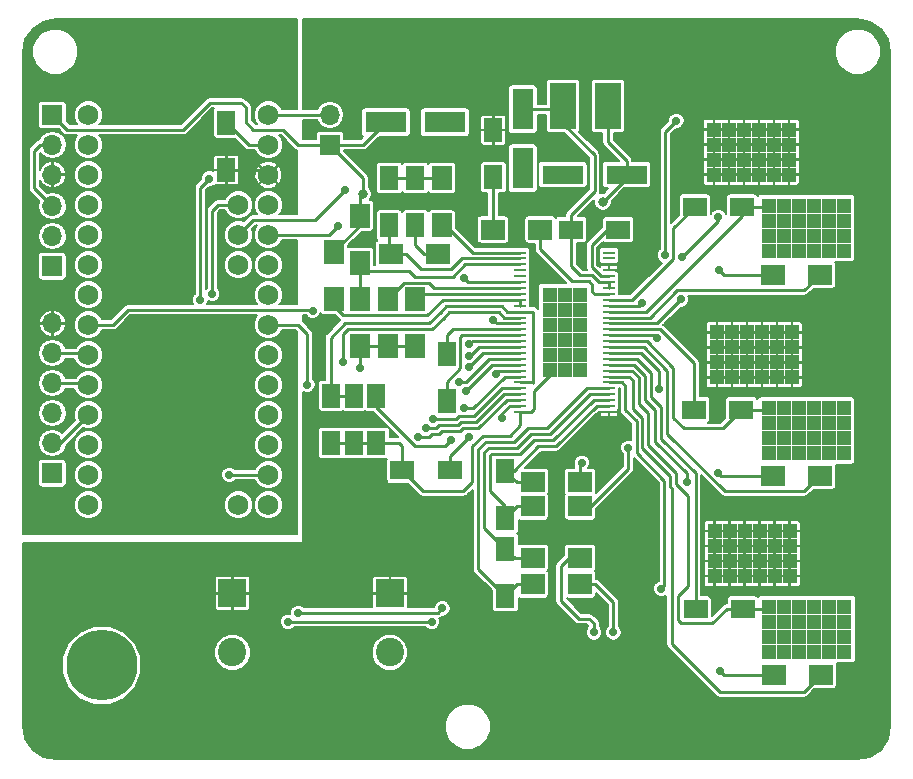
<source format=gbr>
G04 #@! TF.FileFunction,Copper,L1,Top,Signal*
%FSLAX46Y46*%
G04 Gerber Fmt 4.6, Leading zero omitted, Abs format (unit mm)*
G04 Created by KiCad (PCBNEW 4.0.4-stable) date 08/15/17 16:15:30*
%MOMM*%
%LPD*%
G01*
G04 APERTURE LIST*
%ADD10C,0.100000*%
%ADD11R,1.270000X1.270000*%
%ADD12R,2.000000X1.600000*%
%ADD13R,1.800000X3.500000*%
%ADD14R,1.600000X2.000000*%
%ADD15R,3.500000X1.600000*%
%ADD16R,3.500000X1.800000*%
%ADD17R,1.700000X1.700000*%
%ADD18O,1.700000X1.700000*%
%ADD19C,5.999480*%
%ADD20R,2.200000X3.900000*%
%ADD21R,1.700000X2.000000*%
%ADD22R,2.000000X1.700000*%
%ADD23C,1.750000*%
%ADD24R,1.000000X0.285000*%
%ADD25R,2.400000X2.400000*%
%ADD26C,2.400000*%
%ADD27C,0.700000*%
%ADD28C,0.800000*%
%ADD29C,0.250000*%
%ADD30C,0.200000*%
G04 APERTURE END LIST*
D10*
D11*
X69913500Y47307500D03*
X69913500Y46037500D03*
X69913500Y44767500D03*
X69913500Y43497500D03*
X68643500Y47307500D03*
X68643500Y46037500D03*
X67373500Y46037500D03*
X67373500Y47307500D03*
X66103500Y47307500D03*
X66103500Y46037500D03*
X64833500Y46037500D03*
X64833500Y47307500D03*
X63563500Y47307500D03*
X63563500Y46037500D03*
X66103500Y44767500D03*
X67373500Y44767500D03*
X68643500Y44767500D03*
X68643500Y43497500D03*
X67373500Y43497500D03*
X66103500Y43497500D03*
X64833500Y43497500D03*
X64833500Y44767500D03*
X63563500Y44767500D03*
X63563500Y43497500D03*
D12*
X61309000Y47180500D03*
X57309000Y47180500D03*
D13*
X42735500Y55459000D03*
X42735500Y50459000D03*
D11*
X69913500Y30162500D03*
X69913500Y28892500D03*
X69913500Y27622500D03*
X69913500Y26352500D03*
X68643500Y30162500D03*
X68643500Y28892500D03*
X67373500Y28892500D03*
X67373500Y30162500D03*
X66103500Y30162500D03*
X66103500Y28892500D03*
X64833500Y28892500D03*
X64833500Y30162500D03*
X63563500Y30162500D03*
X63563500Y28892500D03*
X66103500Y27622500D03*
X67373500Y27622500D03*
X68643500Y27622500D03*
X68643500Y26352500D03*
X67373500Y26352500D03*
X66103500Y26352500D03*
X64833500Y26352500D03*
X64833500Y27622500D03*
X63563500Y27622500D03*
X63563500Y26352500D03*
D14*
X17653000Y54324000D03*
X17653000Y50324000D03*
X26543000Y31210000D03*
X26543000Y27210000D03*
X28448000Y31210000D03*
X28448000Y27210000D03*
X31432500Y45625000D03*
X31432500Y49625000D03*
X30353000Y31210000D03*
X30353000Y27210000D03*
X33655000Y45625000D03*
X33655000Y49625000D03*
D12*
X36544000Y24892000D03*
X32544000Y24892000D03*
D14*
X36322000Y34766000D03*
X36322000Y30766000D03*
X40259000Y49689000D03*
X40259000Y53689000D03*
D12*
X46831500Y45275500D03*
X50831500Y45275500D03*
X61245500Y30035500D03*
X57245500Y30035500D03*
X61372500Y13144500D03*
X57372500Y13144500D03*
D14*
X41275000Y18256000D03*
X41275000Y14256000D03*
X41275000Y24860000D03*
X41275000Y20860000D03*
D15*
X51531500Y49911000D03*
X46131500Y49911000D03*
D16*
X31155000Y54356000D03*
X36155000Y54356000D03*
D17*
X2921000Y24638000D03*
D18*
X2921000Y27178000D03*
X2921000Y29718000D03*
X2921000Y32258000D03*
X2921000Y34798000D03*
X2921000Y37338000D03*
D19*
X7112000Y8382000D03*
X7239000Y15113000D03*
D17*
X26416000Y52451000D03*
D18*
X26416000Y54991000D03*
D17*
X2921000Y54991000D03*
D18*
X2921000Y52451000D03*
X2921000Y49911000D03*
D20*
X49969500Y55753000D03*
X46169500Y55753000D03*
D17*
X2921000Y42164000D03*
D18*
X2921000Y44704000D03*
X2921000Y47244000D03*
D11*
X58928000Y49911000D03*
X58928000Y51181000D03*
X58928000Y52451000D03*
X58928000Y53721000D03*
X60198000Y49911000D03*
X60198000Y51181000D03*
X61468000Y51181000D03*
X61468000Y49911000D03*
X62738000Y49911000D03*
X62738000Y51181000D03*
X64008000Y51181000D03*
X64008000Y49911000D03*
X65278000Y49911000D03*
X65278000Y51181000D03*
X62738000Y52451000D03*
X61468000Y52451000D03*
X60198000Y52451000D03*
X60198000Y53721000D03*
X61468000Y53721000D03*
X62738000Y53721000D03*
X64008000Y53721000D03*
X64008000Y52451000D03*
X65278000Y52451000D03*
X65278000Y53721000D03*
X59182000Y32766000D03*
X59182000Y34036000D03*
X59182000Y35306000D03*
X59182000Y36576000D03*
X60452000Y32766000D03*
X60452000Y34036000D03*
X61722000Y34036000D03*
X61722000Y32766000D03*
X62992000Y32766000D03*
X62992000Y34036000D03*
X64262000Y34036000D03*
X64262000Y32766000D03*
X65532000Y32766000D03*
X65532000Y34036000D03*
X62992000Y35306000D03*
X61722000Y35306000D03*
X60452000Y35306000D03*
X60452000Y36576000D03*
X61722000Y36576000D03*
X62992000Y36576000D03*
X64262000Y36576000D03*
X64262000Y35306000D03*
X65532000Y35306000D03*
X65532000Y36576000D03*
X58991500Y15938500D03*
X58991500Y17208500D03*
X58991500Y18478500D03*
X58991500Y19748500D03*
X60261500Y15938500D03*
X60261500Y17208500D03*
X61531500Y17208500D03*
X61531500Y15938500D03*
X62801500Y15938500D03*
X62801500Y17208500D03*
X64071500Y17208500D03*
X64071500Y15938500D03*
X65341500Y15938500D03*
X65341500Y17208500D03*
X62801500Y18478500D03*
X61531500Y18478500D03*
X60261500Y18478500D03*
X60261500Y19748500D03*
X61531500Y19748500D03*
X62801500Y19748500D03*
X64071500Y19748500D03*
X64071500Y18478500D03*
X65341500Y18478500D03*
X65341500Y19748500D03*
X69977000Y13335000D03*
X69977000Y12065000D03*
X69977000Y10795000D03*
X69977000Y9525000D03*
X68707000Y13335000D03*
X68707000Y12065000D03*
X67437000Y12065000D03*
X67437000Y13335000D03*
X66167000Y13335000D03*
X66167000Y12065000D03*
X64897000Y12065000D03*
X64897000Y13335000D03*
X63627000Y13335000D03*
X63627000Y12065000D03*
X66167000Y10795000D03*
X67437000Y10795000D03*
X68707000Y10795000D03*
X68707000Y9525000D03*
X67437000Y9525000D03*
X66167000Y9525000D03*
X64897000Y9525000D03*
X64897000Y10795000D03*
X63627000Y10795000D03*
X63627000Y9525000D03*
D21*
X28956000Y42450000D03*
X28956000Y46450000D03*
X28956000Y35401500D03*
X28956000Y39401500D03*
X26733500Y39402000D03*
X26733500Y43402000D03*
X31305500Y35401500D03*
X31305500Y39401500D03*
X33655000Y35401500D03*
X33655000Y39401500D03*
D22*
X31591500Y43180000D03*
X35591500Y43180000D03*
D21*
X35877500Y45625000D03*
X35877500Y49625000D03*
D22*
X40227500Y45275500D03*
X44227500Y45275500D03*
X47593000Y15240000D03*
X43593000Y15240000D03*
X47593000Y17462500D03*
X43593000Y17462500D03*
X47593000Y21844000D03*
X43593000Y21844000D03*
X47593000Y23876000D03*
X43593000Y23876000D03*
X63913000Y41465500D03*
X67913000Y41465500D03*
X63913000Y24447500D03*
X67913000Y24447500D03*
X63976500Y7556500D03*
X67976500Y7556500D03*
D23*
X18669000Y42291000D03*
X18669000Y44831000D03*
X18669000Y47371000D03*
X18669000Y21971000D03*
X5969000Y52451000D03*
X5969000Y49911000D03*
X5969000Y47371000D03*
X5969000Y44831000D03*
X5969000Y42291000D03*
X5969000Y39751000D03*
X5969000Y37211000D03*
X5969000Y34671000D03*
X5969000Y32131000D03*
X5969000Y29591000D03*
X5969000Y27051000D03*
X5969000Y24511000D03*
X5969000Y21971000D03*
X21209000Y21971000D03*
X21209000Y24511000D03*
X21209000Y27051000D03*
X21209000Y29591000D03*
X21209000Y32131000D03*
X21209000Y34671000D03*
X21209000Y37211000D03*
X21209000Y39751000D03*
X21209000Y42291000D03*
X21209000Y44831000D03*
X21209000Y47371000D03*
X21209000Y49911000D03*
X21209000Y52451000D03*
X21209000Y54991000D03*
X5969000Y54991000D03*
D11*
X47561500Y33401000D03*
X47561500Y34671000D03*
X46291500Y34671000D03*
X46291500Y33401000D03*
X45021500Y33401000D03*
X45021500Y34671000D03*
X45021500Y39751000D03*
X45021500Y38481000D03*
X46291500Y38481000D03*
X46291500Y39751000D03*
X47561500Y39751000D03*
X47561500Y38481000D03*
X47561500Y35941000D03*
X47561500Y37211000D03*
X45021500Y37211000D03*
X45021500Y35941000D03*
X46291500Y35941000D03*
D24*
X42541500Y43326000D03*
X42541500Y42826000D03*
X42541500Y42326000D03*
X42541500Y41826000D03*
X42541500Y41326000D03*
X42541500Y40826000D03*
X42541500Y40326000D03*
X42541500Y39826000D03*
X42541500Y39326000D03*
X42541500Y38826000D03*
X42541500Y38326000D03*
X42541500Y37826000D03*
X42541500Y37326000D03*
X42541500Y36826000D03*
X42541500Y36326000D03*
X42541500Y35826000D03*
X42541500Y35326000D03*
X42541500Y34826000D03*
X42541500Y34326000D03*
X42541500Y33826000D03*
X42541500Y33326000D03*
X42541500Y32826000D03*
X42541500Y32326000D03*
X42541500Y31826000D03*
X42541500Y31326000D03*
X42541500Y30826000D03*
X42541500Y30326000D03*
X42541500Y29826000D03*
X50041500Y29826000D03*
X50041500Y30326000D03*
X50041500Y30826000D03*
X50041500Y31326000D03*
X50041500Y31826000D03*
X50041500Y32326000D03*
X50041500Y32826000D03*
X50041500Y33326000D03*
X50041500Y33826000D03*
X50041500Y34326000D03*
X50041500Y34826000D03*
X50041500Y35326000D03*
X50041500Y35826000D03*
X50041500Y36326000D03*
X50041500Y36826000D03*
X50041500Y37326000D03*
X50041500Y37826000D03*
X50041500Y38326000D03*
X50041500Y38826000D03*
X50041500Y39326000D03*
X50041500Y39826000D03*
X50041500Y40326000D03*
X50041500Y40826000D03*
X50041500Y41326000D03*
X50041500Y41826000D03*
X50041500Y42326000D03*
X50041500Y42826000D03*
X50041500Y43326000D03*
D11*
X46291500Y37211000D03*
D25*
X18161000Y14478000D03*
D26*
X18161000Y9478000D03*
D25*
X31496000Y14478000D03*
D26*
X31496000Y9478000D03*
D27*
X49403000Y28702000D03*
X51562000Y42164000D03*
X36155000Y54356000D03*
X28956000Y33528000D03*
D28*
X40259000Y49689000D03*
X42735500Y50459000D03*
X31432500Y49625000D03*
X46131500Y49911000D03*
D27*
X38163500Y27686000D03*
X41021000Y29337000D03*
X17907000Y24511000D03*
X59372500Y41846500D03*
X59309000Y24701500D03*
X59436000Y7937500D03*
X27686000Y48641000D03*
X35052000Y12065000D03*
X22860000Y12065000D03*
X35941000Y13208000D03*
X23749000Y12827000D03*
X34544000Y28448000D03*
X33909000Y27686000D03*
X24511000Y32131000D03*
D28*
X29210000Y48260000D03*
X49530000Y47625000D03*
D27*
X36703000Y27432000D03*
X40259000Y37592000D03*
X27559000Y34036000D03*
X52832000Y39052500D03*
X54800500Y43116500D03*
X55753000Y54483000D03*
X54102000Y36068000D03*
X56642000Y23876000D03*
X35179000Y29210000D03*
X16446500Y39814500D03*
X38227000Y35560000D03*
X37973000Y31623000D03*
X24955500Y38417500D03*
X40449500Y33083500D03*
X37782500Y30162500D03*
X37338000Y32385000D03*
X27114500Y45593000D03*
X38163500Y34607500D03*
X38227000Y33655000D03*
X15430500Y39306500D03*
X16192500Y49593500D03*
X37782500Y41148000D03*
X47752000Y25527000D03*
X51689000Y26797000D03*
X54292500Y31813500D03*
X54483000Y14859000D03*
X59309000Y46355000D03*
X56261000Y42926000D03*
X56134000Y39370000D03*
X48768000Y11176000D03*
X50419000Y11176000D03*
D29*
X32544000Y24892000D02*
X32544000Y26924000D01*
X32544000Y26924000D02*
X32258000Y27210000D01*
X32258000Y27210000D02*
X28448000Y27210000D01*
X28448000Y27210000D02*
X26543000Y27210000D01*
X38481000Y26924000D02*
X38481000Y23876000D01*
X38481000Y23876000D02*
X37719000Y23114000D01*
X42541500Y29826000D02*
X42541500Y28698500D01*
X42541500Y28698500D02*
X41656000Y27813000D01*
X41656000Y27813000D02*
X39370000Y27813000D01*
X39370000Y27813000D02*
X38481000Y26924000D01*
X37719000Y23114000D02*
X34322000Y23114000D01*
X34322000Y23114000D02*
X32544000Y24892000D01*
X42541500Y29826000D02*
X42399000Y29826000D01*
X42541500Y29826000D02*
X43415000Y29826000D01*
X43415000Y29826000D02*
X43688000Y30099000D01*
X43688000Y30099000D02*
X43688000Y31623000D01*
X43688000Y31623000D02*
X45021500Y32956500D01*
X45021500Y32956500D02*
X45021500Y33401000D01*
X17653000Y54324000D02*
X17685000Y54324000D01*
X17685000Y54324000D02*
X19558000Y52451000D01*
X19558000Y52451000D02*
X21209000Y52451000D01*
X28956000Y35401500D02*
X28956000Y33528000D01*
X40227500Y45275500D02*
X40227500Y49657500D01*
X40227500Y49657500D02*
X40259000Y49689000D01*
X43283500Y49911000D02*
X42735500Y50459000D01*
X35877500Y49625000D02*
X31432500Y49625000D01*
X28956000Y35401500D02*
X33655000Y35401500D01*
X42541500Y30326000D02*
X41629000Y30326000D01*
X41629000Y30326000D02*
X41021000Y29718000D01*
X41021000Y29718000D02*
X41021000Y29337000D01*
X36544000Y24892000D02*
X36544000Y26066500D01*
X36544000Y26066500D02*
X38163500Y27686000D01*
X36544000Y24987000D02*
X36544000Y24892000D01*
X2921000Y27178000D02*
X3556000Y27178000D01*
X3556000Y27178000D02*
X5969000Y29591000D01*
X17907000Y24511000D02*
X21209000Y24511000D01*
X2921000Y34798000D02*
X5842000Y34798000D01*
X5842000Y34798000D02*
X5969000Y34671000D01*
X17653000Y50324000D02*
X20796000Y50324000D01*
X20796000Y50324000D02*
X21209000Y49911000D01*
X2921000Y32258000D02*
X5842000Y32258000D01*
X5842000Y32258000D02*
X5969000Y32131000D01*
X63913000Y41465500D02*
X59753500Y41465500D01*
X59753500Y41465500D02*
X59372500Y41846500D01*
X63913000Y24447500D02*
X59563000Y24447500D01*
X59563000Y24447500D02*
X59309000Y24701500D01*
X63976500Y7556500D02*
X59817000Y7556500D01*
X59817000Y7556500D02*
X59436000Y7937500D01*
X28956000Y42450000D02*
X28956000Y39401500D01*
X42541500Y42326000D02*
X37881000Y42326000D01*
X33147000Y41783000D02*
X29623000Y41783000D01*
X33655000Y41275000D02*
X33147000Y41783000D01*
X36830000Y41275000D02*
X33655000Y41275000D01*
X37881000Y42326000D02*
X36830000Y41275000D01*
X29623000Y41783000D02*
X28956000Y42450000D01*
X28956000Y42450000D02*
X29241500Y42450000D01*
X26733500Y39402000D02*
X26733500Y38798500D01*
X26733500Y38798500D02*
X27495500Y38036500D01*
X27495500Y38036500D02*
X34671000Y38036500D01*
X34671000Y38036500D02*
X35960500Y39326000D01*
X35960500Y39326000D02*
X42541500Y39326000D01*
X42541500Y39326000D02*
X42541500Y38826000D01*
X61309000Y47180500D02*
X63436500Y47180500D01*
X63436500Y47180500D02*
X63563500Y47307500D01*
X50041500Y38326000D02*
X53185000Y38326000D01*
X53185000Y38326000D02*
X61309000Y46450000D01*
X61309000Y46450000D02*
X61309000Y47180500D01*
X61436000Y47307500D02*
X61309000Y47180500D01*
X61309000Y46513500D02*
X61309000Y47180500D01*
X61245500Y30035500D02*
X63436500Y30035500D01*
X63436500Y30035500D02*
X63563500Y30162500D01*
X50041500Y35826000D02*
X53264500Y35826000D01*
X59658000Y28448000D02*
X61245500Y30035500D01*
X56388000Y28448000D02*
X59658000Y28448000D01*
X55499000Y29337000D02*
X56388000Y28448000D01*
X55499000Y33591500D02*
X55499000Y29337000D01*
X53264500Y35826000D02*
X55499000Y33591500D01*
X61372500Y13144500D02*
X60007500Y13144500D01*
X60007500Y13144500D02*
X58801000Y11938000D01*
X58801000Y11938000D02*
X56134000Y11938000D01*
X56134000Y11938000D02*
X55880000Y12192000D01*
X55880000Y12192000D02*
X55880000Y14224000D01*
X55880000Y14224000D02*
X56769000Y15113000D01*
X56769000Y15113000D02*
X56769000Y22733000D01*
X56769000Y22733000D02*
X55753000Y23749000D01*
X55753000Y23749000D02*
X55753000Y24638000D01*
X55753000Y24638000D02*
X53340000Y27051000D01*
X53340000Y27051000D02*
X53340000Y29718000D01*
X53340000Y29718000D02*
X52578000Y30480000D01*
X52016602Y33326000D02*
X50041500Y33326000D01*
X61372500Y13144500D02*
X63436500Y13144500D01*
X63436500Y13144500D02*
X63627000Y13335000D01*
X52578000Y30480000D02*
X52578000Y32764602D01*
X52578000Y32764602D02*
X52016602Y33326000D01*
X42541500Y39826000D02*
X34079500Y39826000D01*
X34079500Y39826000D02*
X33655000Y39401500D01*
X27686000Y48641000D02*
X25146000Y46101000D01*
X25146000Y46101000D02*
X19939000Y46101000D01*
X19939000Y46101000D02*
X18669000Y44831000D01*
X35052000Y12065000D02*
X22860000Y12065000D01*
X35941000Y13208000D02*
X35560000Y12827000D01*
X35560000Y12827000D02*
X23749000Y12827000D01*
X41402000Y31326000D02*
X41168500Y31326000D01*
X41168500Y31326000D02*
X38798500Y28956000D01*
X38798500Y28956000D02*
X37528500Y28956000D01*
X37528500Y28956000D02*
X37274500Y28702000D01*
X37274500Y28702000D02*
X35687000Y28702000D01*
X35687000Y28702000D02*
X35433000Y28448000D01*
X35433000Y28448000D02*
X34544000Y28448000D01*
X41359000Y31326000D02*
X41402000Y31326000D01*
X41402000Y31326000D02*
X42541500Y31326000D01*
X41656000Y30826000D02*
X41367000Y30826000D01*
X41367000Y30826000D02*
X38989000Y28448000D01*
X38989000Y28448000D02*
X38608000Y28448000D01*
X33909000Y27686000D02*
X34798000Y27686000D01*
X34798000Y27686000D02*
X35052000Y27940000D01*
X35052000Y27940000D02*
X35687000Y27940000D01*
X35687000Y27940000D02*
X35941000Y28194000D01*
X35941000Y28194000D02*
X37465000Y28194000D01*
X37465000Y28194000D02*
X37719000Y28448000D01*
X37719000Y28448000D02*
X38544500Y28448000D01*
X38544500Y28448000D02*
X38608000Y28448000D01*
X42541500Y30826000D02*
X41656000Y30826000D01*
X41656000Y30826000D02*
X41621000Y30826000D01*
X41621000Y30826000D02*
X41621000Y30826000D01*
X21209000Y37211000D02*
X23749000Y37211000D01*
X23749000Y37211000D02*
X24511000Y36449000D01*
X24511000Y36449000D02*
X24511000Y32131000D01*
X26416000Y52451000D02*
X23749000Y52451000D01*
X23749000Y52451000D02*
X22479000Y53721000D01*
X22479000Y53721000D02*
X19939000Y53721000D01*
X19939000Y53721000D02*
X19304000Y54356000D01*
X19304000Y54356000D02*
X19304000Y55626000D01*
X19304000Y55626000D02*
X18923000Y56007000D01*
X18923000Y56007000D02*
X16256000Y56007000D01*
X16256000Y56007000D02*
X13970000Y53721000D01*
X13970000Y53721000D02*
X4191000Y53721000D01*
X4191000Y53721000D02*
X2921000Y54991000D01*
X26416000Y52451000D02*
X29250000Y52451000D01*
X29250000Y52451000D02*
X31155000Y54356000D01*
X29210000Y48260000D02*
X29210000Y49657000D01*
X29210000Y49657000D02*
X26416000Y52451000D01*
X51531500Y49911000D02*
X51531500Y49626500D01*
X51531500Y49626500D02*
X49530000Y47625000D01*
X28956000Y48006000D02*
X28956000Y46450000D01*
X29210000Y48260000D02*
X28956000Y48006000D01*
X28956000Y46450000D02*
X28956000Y45624500D01*
X28956000Y45624500D02*
X26733500Y43402000D01*
X51531500Y49911000D02*
X51531500Y51084500D01*
X49969500Y52646500D02*
X49969500Y55753000D01*
X51531500Y51084500D02*
X49969500Y52646500D01*
X52415000Y34326000D02*
X53594000Y33147000D01*
X53594000Y33147000D02*
X53594000Y31115000D01*
X53594000Y31115000D02*
X54483000Y30226000D01*
X54483000Y30226000D02*
X54483000Y27559000D01*
X54483000Y27559000D02*
X57372500Y24669500D01*
X50041500Y34326000D02*
X52415000Y34326000D01*
X57372500Y24669500D02*
X57372500Y13144500D01*
X26543000Y31210000D02*
X28448000Y31210000D01*
X35786000Y38326000D02*
X36258500Y38798500D01*
X36258500Y38798500D02*
X40957500Y38798500D01*
X40957500Y38798500D02*
X41430000Y38326000D01*
X41430000Y38326000D02*
X42541500Y38326000D01*
X35786000Y38326000D02*
X34798000Y37338000D01*
X34798000Y37338000D02*
X27686000Y37338000D01*
X27686000Y37338000D02*
X26479500Y36131500D01*
X26479500Y36131500D02*
X26479500Y31273500D01*
X26479500Y31305500D02*
X26479500Y31273500D01*
X42541500Y32326000D02*
X43620000Y32326000D01*
X42541500Y38326000D02*
X43596500Y38326000D01*
X43624500Y32321500D02*
X43620000Y32326000D01*
X43624500Y38298000D02*
X43624500Y32321500D01*
X43596500Y38326000D02*
X43624500Y38298000D01*
X31591500Y43180000D02*
X32829500Y43180000D01*
X37619000Y42826000D02*
X42541500Y42826000D01*
X36703000Y41910000D02*
X37619000Y42826000D01*
X34099500Y41910000D02*
X36703000Y41910000D01*
X32829500Y43180000D02*
X34099500Y41910000D01*
X31432500Y45625000D02*
X31432500Y43339000D01*
X31432500Y43339000D02*
X31591500Y43180000D01*
X30353000Y31210000D02*
X30353000Y30226000D01*
X30353000Y30226000D02*
X33655000Y26924000D01*
X33655000Y26924000D02*
X36195000Y26924000D01*
X36195000Y26924000D02*
X36703000Y27432000D01*
X40259000Y37592000D02*
X40525000Y37326000D01*
X40525000Y37326000D02*
X42541500Y37326000D01*
X33655000Y45625000D02*
X33655000Y43942000D01*
X34417000Y43180000D02*
X35591500Y43180000D01*
X33655000Y43942000D02*
X34417000Y43180000D01*
X42541500Y36826000D02*
X36826000Y36826000D01*
X36322000Y36322000D02*
X36322000Y34766000D01*
X36826000Y36826000D02*
X36322000Y36322000D01*
X42541500Y36326000D02*
X37596000Y36326000D01*
X36322000Y32385000D02*
X36322000Y30766000D01*
X37465000Y33528000D02*
X36322000Y32385000D01*
X37465000Y36195000D02*
X37465000Y33528000D01*
X37596000Y36326000D02*
X37465000Y36195000D01*
X42735500Y55459000D02*
X45875500Y55459000D01*
X42473500Y55721000D02*
X42735500Y55459000D01*
X50041500Y40826000D02*
X49217000Y40826000D01*
X46831500Y42195500D02*
X46831500Y45275500D01*
X47625000Y41402000D02*
X46831500Y42195500D01*
X48641000Y41402000D02*
X47625000Y41402000D01*
X49217000Y40826000D02*
X48641000Y41402000D01*
X46169500Y55753000D02*
X46169500Y54224000D01*
X46169500Y54224000D02*
X48831500Y51562000D01*
X48831500Y51562000D02*
X48831500Y48514000D01*
X48831500Y48514000D02*
X46831500Y46514000D01*
X46831500Y46514000D02*
X46831500Y45275500D01*
X46169500Y55753000D02*
X46169500Y54033500D01*
X45875500Y55459000D02*
X46169500Y55753000D01*
X50041500Y40326000D02*
X50041500Y40826000D01*
X50041500Y41326000D02*
X49353398Y41326000D01*
X48577500Y43942000D02*
X49911000Y45275500D01*
X48577500Y42101898D02*
X48577500Y43942000D01*
X49353398Y41326000D02*
X48577500Y42101898D01*
X49911000Y45275500D02*
X50831500Y45275500D01*
X50831500Y45275500D02*
X50038000Y45275500D01*
X50041500Y39326000D02*
X52026000Y39326000D01*
X55499000Y45370500D02*
X57309000Y47180500D01*
X55499000Y42799000D02*
X55499000Y45370500D01*
X52026000Y39326000D02*
X55499000Y42799000D01*
X57245500Y33940500D02*
X57245500Y30035500D01*
X54360000Y36826000D02*
X57245500Y33940500D01*
X50041500Y36826000D02*
X54360000Y36826000D01*
X45085000Y27940000D02*
X43434000Y27940000D01*
X43434000Y27940000D02*
X42291000Y26797000D01*
X42291000Y26797000D02*
X39878000Y26797000D01*
X39878000Y26797000D02*
X39497000Y26416000D01*
X50041500Y31326000D02*
X48471000Y31326000D01*
X39497000Y20034000D02*
X41275000Y18256000D01*
X39497000Y26416000D02*
X39497000Y20034000D01*
X48471000Y31326000D02*
X45085000Y27940000D01*
X43593000Y17462500D02*
X42068500Y17462500D01*
X42068500Y17462500D02*
X41275000Y18256000D01*
X44831000Y28448000D02*
X43180000Y28448000D01*
X43180000Y28448000D02*
X42037000Y27305000D01*
X42037000Y27305000D02*
X39624000Y27305000D01*
X39624000Y27305000D02*
X38989000Y26670000D01*
X50041500Y31826000D02*
X48209000Y31826000D01*
X38989000Y16542000D02*
X41275000Y14256000D01*
X38989000Y26670000D02*
X38989000Y16542000D01*
X48209000Y31826000D02*
X44831000Y28448000D01*
X43593000Y15240000D02*
X42259000Y15240000D01*
X42259000Y15240000D02*
X41275000Y14256000D01*
X48995000Y30326000D02*
X50041500Y30326000D01*
X45593000Y26924000D02*
X48995000Y30326000D01*
X41275000Y24860000D02*
X42005000Y24860000D01*
X42005000Y24860000D02*
X44069000Y26924000D01*
X44069000Y26924000D02*
X45593000Y26924000D01*
X43593000Y23876000D02*
X42259000Y23876000D01*
X42259000Y23876000D02*
X41275000Y24860000D01*
X45339000Y27432000D02*
X43688000Y27432000D01*
X43688000Y27432000D02*
X42545000Y26289000D01*
X42545000Y26289000D02*
X40132000Y26289000D01*
X40132000Y26289000D02*
X40005000Y26162000D01*
X41275000Y20860000D02*
X41275000Y21844000D01*
X41275000Y21844000D02*
X40005000Y23114000D01*
X48733000Y30826000D02*
X50041500Y30826000D01*
X45339000Y27432000D02*
X48733000Y30826000D01*
X40005000Y23114000D02*
X40005000Y26162000D01*
X43593000Y21844000D02*
X42259000Y21844000D01*
X42259000Y21844000D02*
X41275000Y20860000D01*
X26416000Y54991000D02*
X21209000Y54991000D01*
X42541500Y37826000D02*
X41168000Y37826000D01*
X41168000Y37826000D02*
X40703500Y38290500D01*
X40703500Y38290500D02*
X36512500Y38290500D01*
X36512500Y38290500D02*
X36048000Y37826000D01*
X36048000Y37826000D02*
X35052000Y36830000D01*
X35052000Y36830000D02*
X27940000Y36830000D01*
X27940000Y36830000D02*
X27559000Y36449000D01*
X27559000Y36449000D02*
X27559000Y34036000D01*
X2921000Y52451000D02*
X1905000Y52451000D01*
X1905000Y52451000D02*
X1397000Y51943000D01*
X1397000Y51943000D02*
X1397000Y48768000D01*
X1397000Y48768000D02*
X2921000Y47244000D01*
X42541500Y40326000D02*
X35239000Y40326000D01*
X32671000Y40767000D02*
X31305500Y39401500D01*
X34798000Y40767000D02*
X32671000Y40767000D01*
X35239000Y40326000D02*
X34798000Y40767000D01*
X35877500Y45625000D02*
X36195502Y45625000D01*
X36195502Y45625000D02*
X38494502Y43326000D01*
X38494502Y43326000D02*
X42541500Y43326000D01*
X44227500Y45275500D02*
X44227500Y43593000D01*
X48820000Y39826000D02*
X50041500Y39826000D01*
X48641000Y40005000D02*
X48820000Y39826000D01*
X48641000Y40576500D02*
X48641000Y40005000D01*
X48323500Y40894000D02*
X48641000Y40576500D01*
X46926500Y40894000D02*
X48323500Y40894000D01*
X44227500Y43593000D02*
X46926500Y40894000D01*
X52605500Y38826000D02*
X50041500Y38826000D01*
X52832000Y39052500D02*
X52605500Y38826000D01*
X54800500Y53530500D02*
X54800500Y43116500D01*
X55753000Y54483000D02*
X54800500Y53530500D01*
X50041500Y37826000D02*
X53510500Y37826000D01*
X66579500Y40132000D02*
X67913000Y41465500D01*
X55816500Y40132000D02*
X66579500Y40132000D01*
X53510500Y37826000D02*
X55816500Y40132000D01*
X50041500Y36326000D02*
X53844000Y36326000D01*
X53844000Y36326000D02*
X54102000Y36068000D01*
X53002500Y35326000D02*
X54991000Y33337500D01*
X54991000Y33337500D02*
X54991000Y28003500D01*
X54991000Y28003500D02*
X59880500Y23114000D01*
X59880500Y23114000D02*
X66579500Y23114000D01*
X50041500Y35326000D02*
X53002500Y35326000D01*
X66579500Y23114000D02*
X67849500Y24384000D01*
X52153000Y33826000D02*
X53086000Y32893000D01*
X53086000Y32893000D02*
X53086000Y30861000D01*
X53086000Y30861000D02*
X53975000Y29972000D01*
X53975000Y29972000D02*
X53975000Y27305000D01*
X53975000Y27305000D02*
X56642000Y24638000D01*
X56642000Y24638000D02*
X56642000Y23876000D01*
X50041500Y33826000D02*
X52153000Y33826000D01*
X51756000Y32826000D02*
X52070000Y32512000D01*
X52070000Y32512000D02*
X52070000Y30099000D01*
X52070000Y30099000D02*
X52832000Y29337000D01*
X52832000Y29337000D02*
X52832000Y26797000D01*
X52832000Y26797000D02*
X55245000Y24384000D01*
X55245000Y24384000D02*
X55245000Y23495000D01*
X55245000Y23495000D02*
X55372000Y23368000D01*
X55372000Y23368000D02*
X55372000Y10160000D01*
X55372000Y10160000D02*
X59436000Y6096000D01*
X59436000Y6096000D02*
X66516000Y6096000D01*
X50041500Y32826000D02*
X51756000Y32826000D01*
X66516000Y6096000D02*
X67976500Y7556500D01*
X41097000Y31826000D02*
X40970000Y31826000D01*
X40970000Y31826000D02*
X38608000Y29464000D01*
X38608000Y29464000D02*
X37338000Y29464000D01*
X37338000Y29464000D02*
X37084000Y29210000D01*
X37084000Y29210000D02*
X35179000Y29210000D01*
X42541500Y31826000D02*
X41097000Y31826000D01*
X16446500Y39814500D02*
X16446500Y46863000D01*
X16446500Y46863000D02*
X16954500Y47371000D01*
X16954500Y47371000D02*
X18669000Y47371000D01*
X42541500Y35826000D02*
X38493000Y35826000D01*
X38493000Y35826000D02*
X38227000Y35560000D01*
X42541500Y33826000D02*
X40176000Y33826000D01*
X40176000Y33826000D02*
X37973000Y31623000D01*
X8064500Y37211000D02*
X5969000Y37211000D01*
X9334500Y38481000D02*
X8064500Y37211000D01*
X24892000Y38481000D02*
X9334500Y38481000D01*
X24955500Y38417500D02*
X24892000Y38481000D01*
X40692000Y33326000D02*
X40449500Y33083500D01*
X42541500Y33326000D02*
X40692000Y33326000D01*
X42541500Y32826000D02*
X41208000Y32826000D01*
X38544500Y30162500D02*
X37782500Y30162500D01*
X41208000Y32826000D02*
X38544500Y30162500D01*
X42541500Y34326000D02*
X39914000Y34326000D01*
X37973000Y32385000D02*
X37338000Y32385000D01*
X39914000Y34326000D02*
X37973000Y32385000D01*
X26352500Y44831000D02*
X21209000Y44831000D01*
X27114500Y45593000D02*
X26352500Y44831000D01*
X38290500Y34607500D02*
X38163500Y34607500D01*
X39009000Y35326000D02*
X38290500Y34607500D01*
X42541500Y35326000D02*
X39009000Y35326000D01*
X38227000Y33655000D02*
X39398000Y34826000D01*
X39398000Y34826000D02*
X42541500Y34826000D01*
X42513500Y34798000D02*
X42541500Y34826000D01*
X42541500Y40826000D02*
X38104500Y40826000D01*
X15430500Y48831500D02*
X15430500Y39306500D01*
X16192500Y49593500D02*
X15430500Y48831500D01*
X38104500Y40826000D02*
X37782500Y41148000D01*
X47752000Y25527000D02*
X47593000Y25368000D01*
X47593000Y25368000D02*
X47593000Y23876000D01*
X47593000Y23876000D02*
X47593000Y24416000D01*
X47593000Y21844000D02*
X48514000Y21844000D01*
X48514000Y21844000D02*
X51689000Y25019000D01*
X51689000Y25019000D02*
X51689000Y26797000D01*
X54292500Y33274000D02*
X54292500Y31813500D01*
X52740500Y34826000D02*
X54292500Y33274000D01*
X50041500Y34826000D02*
X52740500Y34826000D01*
X54483000Y14859000D02*
X54737000Y15113000D01*
X54737000Y15113000D02*
X54737000Y24003000D01*
X54737000Y24003000D02*
X52381998Y26358002D01*
X52381998Y26358002D02*
X52381998Y29025002D01*
X52381998Y29025002D02*
X51435000Y29972000D01*
X51435000Y29972000D02*
X51435000Y32004000D01*
X51435000Y32004000D02*
X51113000Y32326000D01*
X51113000Y32326000D02*
X50041500Y32326000D01*
X50041500Y37326000D02*
X54090000Y37326000D01*
X59309000Y45974000D02*
X59309000Y46355000D01*
X56261000Y42926000D02*
X59309000Y45974000D01*
X54090000Y37326000D02*
X56134000Y39370000D01*
X47593000Y17462500D02*
X46672500Y17462500D01*
X46672500Y17462500D02*
X45974000Y16764000D01*
X45974000Y16764000D02*
X45974000Y13843000D01*
X45974000Y13843000D02*
X47498000Y12319000D01*
X47498000Y12319000D02*
X48387000Y12319000D01*
X48387000Y12319000D02*
X48768000Y11938000D01*
X48768000Y11938000D02*
X48768000Y11176000D01*
X47593000Y15240000D02*
X48895000Y15240000D01*
X50419000Y13716000D02*
X50419000Y11176000D01*
X48895000Y15240000D02*
X50419000Y13716000D01*
D30*
G36*
X72169195Y62857976D02*
X73058658Y62263655D01*
X73652976Y61374194D01*
X73870000Y60283139D01*
X73870000Y3216861D01*
X73652976Y2125806D01*
X73058658Y1236345D01*
X72169195Y642024D01*
X71078140Y425000D01*
X3216861Y425000D01*
X2125806Y642024D01*
X1236345Y1236342D01*
X642024Y2125805D01*
X510142Y2788823D01*
X36149662Y2788823D01*
X36445906Y2071857D01*
X36993971Y1522834D01*
X37710419Y1225339D01*
X38486177Y1224662D01*
X39203143Y1520906D01*
X39752166Y2068971D01*
X40049661Y2785419D01*
X40050338Y3561177D01*
X39754094Y4278143D01*
X39206029Y4827166D01*
X38489581Y5124661D01*
X37713823Y5125338D01*
X36996857Y4829094D01*
X36447834Y4281029D01*
X36150339Y3564581D01*
X36149662Y2788823D01*
X510142Y2788823D01*
X425000Y3216860D01*
X425000Y7718619D01*
X3761680Y7718619D01*
X4270573Y6487004D01*
X5212047Y5543885D01*
X6442772Y5032843D01*
X7775381Y5031680D01*
X9006996Y5540573D01*
X9950115Y6482047D01*
X10461157Y7712772D01*
X10462320Y9045381D01*
X10410400Y9171039D01*
X16610732Y9171039D01*
X16846208Y8601143D01*
X17281849Y8164740D01*
X17851333Y7928270D01*
X18467961Y7927732D01*
X19037857Y8163208D01*
X19474260Y8598849D01*
X19710730Y9168333D01*
X19710732Y9171039D01*
X29945732Y9171039D01*
X30181208Y8601143D01*
X30616849Y8164740D01*
X31186333Y7928270D01*
X31802961Y7927732D01*
X32372857Y8163208D01*
X32809260Y8598849D01*
X33045730Y9168333D01*
X33046268Y9784961D01*
X32810792Y10354857D01*
X32375151Y10791260D01*
X31805667Y11027730D01*
X31189039Y11028268D01*
X30619143Y10792792D01*
X30182740Y10357151D01*
X29946270Y9787667D01*
X29945732Y9171039D01*
X19710732Y9171039D01*
X19711268Y9784961D01*
X19475792Y10354857D01*
X19040151Y10791260D01*
X18470667Y11027730D01*
X17854039Y11028268D01*
X17284143Y10792792D01*
X16847740Y10357151D01*
X16611270Y9787667D01*
X16610732Y9171039D01*
X10410400Y9171039D01*
X9953427Y10276996D01*
X9011953Y11220115D01*
X7781228Y11731157D01*
X6448619Y11732320D01*
X5217004Y11223427D01*
X4273885Y10281953D01*
X3762843Y9051228D01*
X3761680Y7718619D01*
X425000Y7718619D01*
X425000Y11926372D01*
X22159879Y11926372D01*
X22266223Y11669000D01*
X22462964Y11471915D01*
X22720150Y11365122D01*
X22998628Y11364879D01*
X23256000Y11471223D01*
X23374985Y11590000D01*
X34537085Y11590000D01*
X34654964Y11471915D01*
X34912150Y11365122D01*
X35190628Y11364879D01*
X35448000Y11471223D01*
X35645085Y11667964D01*
X35751878Y11925150D01*
X35752121Y12203628D01*
X35680880Y12376044D01*
X35741775Y12388157D01*
X35895876Y12491124D01*
X35912777Y12508025D01*
X36079628Y12507879D01*
X36337000Y12614223D01*
X36534085Y12810964D01*
X36640878Y13068150D01*
X36641121Y13346628D01*
X36534777Y13604000D01*
X36338036Y13801085D01*
X36080850Y13907878D01*
X35802372Y13908121D01*
X35545000Y13801777D01*
X35347915Y13605036D01*
X35241122Y13347850D01*
X35241082Y13302000D01*
X32996000Y13302000D01*
X32996000Y14378000D01*
X32921000Y14453000D01*
X31521000Y14453000D01*
X31521000Y14433000D01*
X31471000Y14433000D01*
X31471000Y14453000D01*
X30071000Y14453000D01*
X29996000Y14378000D01*
X29996000Y13302000D01*
X24263915Y13302000D01*
X24146036Y13420085D01*
X23888850Y13526878D01*
X23610372Y13527121D01*
X23353000Y13420777D01*
X23155915Y13224036D01*
X23049122Y12966850D01*
X23048928Y12744499D01*
X22999850Y12764878D01*
X22721372Y12765121D01*
X22464000Y12658777D01*
X22266915Y12462036D01*
X22160122Y12204850D01*
X22159879Y11926372D01*
X425000Y11926372D01*
X425000Y14378000D01*
X16661000Y14378000D01*
X16661000Y13218326D01*
X16706672Y13108063D01*
X16791064Y13023672D01*
X16901327Y12978000D01*
X18061000Y12978000D01*
X18136000Y13053000D01*
X18136000Y14453000D01*
X18186000Y14453000D01*
X18186000Y13053000D01*
X18261000Y12978000D01*
X19420673Y12978000D01*
X19530936Y13023672D01*
X19615328Y13108063D01*
X19661000Y13218326D01*
X19661000Y14378000D01*
X19586000Y14453000D01*
X18186000Y14453000D01*
X18136000Y14453000D01*
X16736000Y14453000D01*
X16661000Y14378000D01*
X425000Y14378000D01*
X425000Y15737674D01*
X16661000Y15737674D01*
X16661000Y14578000D01*
X16736000Y14503000D01*
X18136000Y14503000D01*
X18136000Y15903000D01*
X18186000Y15903000D01*
X18186000Y14503000D01*
X19586000Y14503000D01*
X19661000Y14578000D01*
X19661000Y15737674D01*
X29996000Y15737674D01*
X29996000Y14578000D01*
X30071000Y14503000D01*
X31471000Y14503000D01*
X31471000Y15903000D01*
X31521000Y15903000D01*
X31521000Y14503000D01*
X32921000Y14503000D01*
X32996000Y14578000D01*
X32996000Y15737674D01*
X32950328Y15847937D01*
X32865936Y15932328D01*
X32755673Y15978000D01*
X31596000Y15978000D01*
X31521000Y15903000D01*
X31471000Y15903000D01*
X31396000Y15978000D01*
X30236327Y15978000D01*
X30126064Y15932328D01*
X30041672Y15847937D01*
X29996000Y15737674D01*
X19661000Y15737674D01*
X19615328Y15847937D01*
X19530936Y15932328D01*
X19420673Y15978000D01*
X18261000Y15978000D01*
X18186000Y15903000D01*
X18136000Y15903000D01*
X18061000Y15978000D01*
X16901327Y15978000D01*
X16791064Y15932328D01*
X16706672Y15847937D01*
X16661000Y15737674D01*
X425000Y15737674D01*
X425000Y18696000D01*
X24003000Y18696000D01*
X24041906Y18703879D01*
X24074681Y18726273D01*
X24096161Y18759654D01*
X24103000Y18796000D01*
X24103000Y31548898D01*
X24113964Y31537915D01*
X24371150Y31431122D01*
X24649628Y31430879D01*
X24907000Y31537223D01*
X25104085Y31733964D01*
X25210878Y31991150D01*
X25211121Y32269628D01*
X25104777Y32527000D01*
X24986000Y32645985D01*
X24986000Y36448995D01*
X24986001Y36449000D01*
X24949843Y36630774D01*
X24949843Y36630775D01*
X24846876Y36784876D01*
X24103000Y37528752D01*
X24103000Y38006000D01*
X24377196Y38006000D01*
X24558464Y37824415D01*
X24815650Y37717622D01*
X25094128Y37717379D01*
X25351500Y37823723D01*
X25548585Y38020464D01*
X25613109Y38175855D01*
X25627703Y38153175D01*
X25744663Y38073259D01*
X25883500Y38045144D01*
X26815104Y38045144D01*
X27159624Y37700624D01*
X27289855Y37613606D01*
X26143624Y36467376D01*
X26040657Y36313275D01*
X26004500Y36131500D01*
X26004500Y32566856D01*
X25743000Y32566856D01*
X25613298Y32542451D01*
X25494175Y32465797D01*
X25414259Y32348837D01*
X25386144Y32210000D01*
X25386144Y30210000D01*
X25410549Y30080298D01*
X25487203Y29961175D01*
X25604163Y29881259D01*
X25743000Y29853144D01*
X27343000Y29853144D01*
X27472702Y29877549D01*
X27494276Y29891431D01*
X27509163Y29881259D01*
X27648000Y29853144D01*
X29248000Y29853144D01*
X29377702Y29877549D01*
X29399276Y29891431D01*
X29414163Y29881259D01*
X29553000Y29853144D01*
X30054104Y29853144D01*
X32222248Y27685000D01*
X31509856Y27685000D01*
X31509856Y28210000D01*
X31485451Y28339702D01*
X31408797Y28458825D01*
X31291837Y28538741D01*
X31153000Y28566856D01*
X29553000Y28566856D01*
X29423298Y28542451D01*
X29401724Y28528569D01*
X29386837Y28538741D01*
X29248000Y28566856D01*
X27648000Y28566856D01*
X27518298Y28542451D01*
X27496724Y28528569D01*
X27481837Y28538741D01*
X27343000Y28566856D01*
X25743000Y28566856D01*
X25613298Y28542451D01*
X25494175Y28465797D01*
X25414259Y28348837D01*
X25386144Y28210000D01*
X25386144Y26210000D01*
X25410549Y26080298D01*
X25487203Y25961175D01*
X25604163Y25881259D01*
X25743000Y25853144D01*
X27343000Y25853144D01*
X27472702Y25877549D01*
X27494276Y25891431D01*
X27509163Y25881259D01*
X27648000Y25853144D01*
X29248000Y25853144D01*
X29377702Y25877549D01*
X29399276Y25891431D01*
X29414163Y25881259D01*
X29553000Y25853144D01*
X31153000Y25853144D01*
X31241935Y25869878D01*
X31215259Y25830837D01*
X31187144Y25692000D01*
X31187144Y24092000D01*
X31211549Y23962298D01*
X31288203Y23843175D01*
X31405163Y23763259D01*
X31544000Y23735144D01*
X33029104Y23735144D01*
X33986124Y22778124D01*
X34140225Y22675157D01*
X34170384Y22669158D01*
X34322000Y22638999D01*
X34322005Y22639000D01*
X37719000Y22639000D01*
X37900775Y22675157D01*
X38054876Y22778124D01*
X38514000Y23237248D01*
X38514000Y16542000D01*
X38550157Y16360225D01*
X38653124Y16206124D01*
X40118144Y14741104D01*
X40118144Y13256000D01*
X40142549Y13126298D01*
X40219203Y13007175D01*
X40336163Y12927259D01*
X40475000Y12899144D01*
X42075000Y12899144D01*
X42204702Y12923549D01*
X42323825Y13000203D01*
X42403741Y13117163D01*
X42431856Y13256000D01*
X42431856Y14076501D01*
X42454163Y14061259D01*
X42593000Y14033144D01*
X44593000Y14033144D01*
X44722702Y14057549D01*
X44841825Y14134203D01*
X44921741Y14251163D01*
X44949856Y14390000D01*
X44949856Y16090000D01*
X44925451Y16219702D01*
X44848797Y16338825D01*
X44831941Y16350343D01*
X44841825Y16356703D01*
X44921741Y16473663D01*
X44949856Y16612500D01*
X44949856Y16764000D01*
X45499000Y16764000D01*
X45499000Y13843000D01*
X45535157Y13661225D01*
X45638124Y13507124D01*
X47162122Y11983127D01*
X47162124Y11983124D01*
X47316225Y11880157D01*
X47498000Y11844000D01*
X48190248Y11844000D01*
X48293000Y11741249D01*
X48293000Y11690915D01*
X48174915Y11573036D01*
X48068122Y11315850D01*
X48067879Y11037372D01*
X48174223Y10780000D01*
X48370964Y10582915D01*
X48628150Y10476122D01*
X48906628Y10475879D01*
X49164000Y10582223D01*
X49361085Y10778964D01*
X49467878Y11036150D01*
X49468121Y11314628D01*
X49361777Y11572000D01*
X49243000Y11690985D01*
X49243000Y11938000D01*
X49206843Y12119775D01*
X49103876Y12273876D01*
X49103873Y12273878D01*
X48722876Y12654876D01*
X48568775Y12757843D01*
X48387000Y12794000D01*
X47694751Y12794000D01*
X46449000Y14039752D01*
X46449000Y14064787D01*
X46454163Y14061259D01*
X46593000Y14033144D01*
X48593000Y14033144D01*
X48722702Y14057549D01*
X48841825Y14134203D01*
X48921741Y14251163D01*
X48949856Y14390000D01*
X48949856Y14513392D01*
X49944000Y13519249D01*
X49944000Y11690915D01*
X49825915Y11573036D01*
X49719122Y11315850D01*
X49718879Y11037372D01*
X49825223Y10780000D01*
X50021964Y10582915D01*
X50279150Y10476122D01*
X50557628Y10475879D01*
X50815000Y10582223D01*
X51012085Y10778964D01*
X51118878Y11036150D01*
X51119121Y11314628D01*
X51012777Y11572000D01*
X50894000Y11690985D01*
X50894000Y13716000D01*
X50857843Y13897775D01*
X50754876Y14051876D01*
X50754873Y14051878D01*
X49230876Y15575876D01*
X49076775Y15678843D01*
X48949856Y15704089D01*
X48949856Y16090000D01*
X48925451Y16219702D01*
X48848797Y16338825D01*
X48831941Y16350343D01*
X48841825Y16356703D01*
X48921741Y16473663D01*
X48949856Y16612500D01*
X48949856Y18312500D01*
X48925451Y18442202D01*
X48848797Y18561325D01*
X48731837Y18641241D01*
X48593000Y18669356D01*
X46593000Y18669356D01*
X46463298Y18644951D01*
X46344175Y18568297D01*
X46264259Y18451337D01*
X46236144Y18312500D01*
X46236144Y17697896D01*
X45638124Y17099876D01*
X45535157Y16945775D01*
X45499000Y16764000D01*
X44949856Y16764000D01*
X44949856Y18312500D01*
X44925451Y18442202D01*
X44848797Y18561325D01*
X44731837Y18641241D01*
X44593000Y18669356D01*
X42593000Y18669356D01*
X42463298Y18644951D01*
X42431856Y18624719D01*
X42431856Y19256000D01*
X42407451Y19385702D01*
X42330797Y19504825D01*
X42252513Y19558315D01*
X42323825Y19604203D01*
X42403741Y19721163D01*
X42431856Y19860000D01*
X42431856Y20680501D01*
X42454163Y20665259D01*
X42593000Y20637144D01*
X44593000Y20637144D01*
X44722702Y20661549D01*
X44841825Y20738203D01*
X44921741Y20855163D01*
X44949856Y20994000D01*
X44949856Y22694000D01*
X44925451Y22823702D01*
X44902621Y22859180D01*
X44921741Y22887163D01*
X44949856Y23026000D01*
X44949856Y24726000D01*
X44925451Y24855702D01*
X44848797Y24974825D01*
X44731837Y25054741D01*
X44593000Y25082856D01*
X42899608Y25082856D01*
X44265752Y26449000D01*
X45593000Y26449000D01*
X45774775Y26485157D01*
X45928876Y26588124D01*
X49066751Y29726000D01*
X49241500Y29726000D01*
X49241500Y29623827D01*
X49287172Y29513564D01*
X49371563Y29429172D01*
X49481826Y29383500D01*
X49941500Y29383500D01*
X50016500Y29458500D01*
X50016500Y29801000D01*
X50066500Y29801000D01*
X50066500Y29458500D01*
X50141500Y29383500D01*
X50601174Y29383500D01*
X50711437Y29429172D01*
X50795828Y29513564D01*
X50841500Y29623827D01*
X50841500Y29726000D01*
X50766500Y29801000D01*
X50066500Y29801000D01*
X50016500Y29801000D01*
X49316500Y29801000D01*
X49241500Y29726000D01*
X49066751Y29726000D01*
X49191751Y29851000D01*
X49421226Y29851000D01*
X49541500Y29826644D01*
X50541500Y29826644D01*
X50670942Y29851000D01*
X50766500Y29851000D01*
X50841500Y29926000D01*
X50841500Y30002599D01*
X50870241Y30044663D01*
X50898356Y30183500D01*
X50898356Y30468500D01*
X50877386Y30579946D01*
X50898356Y30683500D01*
X50898356Y30968500D01*
X50877386Y31079946D01*
X50898356Y31183500D01*
X50898356Y31468500D01*
X50877386Y31579946D01*
X50898356Y31683500D01*
X50898356Y31851000D01*
X50916248Y31851000D01*
X50960000Y31807248D01*
X50960000Y29972000D01*
X50996157Y29790225D01*
X51099124Y29636124D01*
X51906998Y28828251D01*
X51906998Y27464428D01*
X51828850Y27496878D01*
X51550372Y27497121D01*
X51293000Y27390777D01*
X51095915Y27194036D01*
X50989122Y26936850D01*
X50988879Y26658372D01*
X51095223Y26401000D01*
X51214000Y26282015D01*
X51214000Y25215752D01*
X48930966Y22932718D01*
X48949856Y23026000D01*
X48949856Y24726000D01*
X48925451Y24855702D01*
X48848797Y24974825D01*
X48731837Y25054741D01*
X48593000Y25082856D01*
X48297895Y25082856D01*
X48345085Y25129964D01*
X48451878Y25387150D01*
X48452121Y25665628D01*
X48345777Y25923000D01*
X48149036Y26120085D01*
X47891850Y26226878D01*
X47613372Y26227121D01*
X47356000Y26120777D01*
X47158915Y25924036D01*
X47052122Y25666850D01*
X47051879Y25388372D01*
X47118000Y25228347D01*
X47118000Y25082856D01*
X46593000Y25082856D01*
X46463298Y25058451D01*
X46344175Y24981797D01*
X46264259Y24864837D01*
X46236144Y24726000D01*
X46236144Y23026000D01*
X46260549Y22896298D01*
X46283379Y22860820D01*
X46264259Y22832837D01*
X46236144Y22694000D01*
X46236144Y20994000D01*
X46260549Y20864298D01*
X46337203Y20745175D01*
X46454163Y20665259D01*
X46593000Y20637144D01*
X48593000Y20637144D01*
X48722702Y20661549D01*
X48841825Y20738203D01*
X48921741Y20855163D01*
X48949856Y20994000D01*
X48949856Y21608104D01*
X52024876Y24683124D01*
X52127843Y24837225D01*
X52164000Y25019000D01*
X52164000Y25904248D01*
X54262000Y23806248D01*
X54262000Y15525086D01*
X54087000Y15452777D01*
X53889915Y15256036D01*
X53783122Y14998850D01*
X53782879Y14720372D01*
X53889223Y14463000D01*
X54085964Y14265915D01*
X54343150Y14159122D01*
X54621628Y14158879D01*
X54879000Y14265223D01*
X54897000Y14283192D01*
X54897000Y10160000D01*
X54933157Y9978225D01*
X55036124Y9824124D01*
X59100124Y5760124D01*
X59254225Y5657157D01*
X59436000Y5621000D01*
X66516000Y5621000D01*
X66697775Y5657157D01*
X66851876Y5760124D01*
X67441396Y6349644D01*
X68976500Y6349644D01*
X69106202Y6374049D01*
X69225325Y6450703D01*
X69305241Y6567663D01*
X69333356Y6706500D01*
X69333356Y8406500D01*
X69309526Y8533144D01*
X70612000Y8533144D01*
X70741702Y8557549D01*
X70860825Y8634203D01*
X70940741Y8751163D01*
X70968856Y8890000D01*
X70968856Y13970000D01*
X70944451Y14099702D01*
X70867797Y14218825D01*
X70750837Y14298741D01*
X70612000Y14326856D01*
X62992000Y14326856D01*
X62862298Y14302451D01*
X62743175Y14225797D01*
X62673252Y14123463D01*
X62628297Y14193325D01*
X62511337Y14273241D01*
X62372500Y14301356D01*
X60372500Y14301356D01*
X60242798Y14276951D01*
X60123675Y14200297D01*
X60043759Y14083337D01*
X60015644Y13944500D01*
X60015644Y13619500D01*
X60007505Y13619500D01*
X60007500Y13619501D01*
X59855884Y13589342D01*
X59825725Y13583343D01*
X59671624Y13480376D01*
X59671622Y13480373D01*
X58729356Y12538108D01*
X58729356Y13944500D01*
X58704951Y14074202D01*
X58628297Y14193325D01*
X58511337Y14273241D01*
X58372500Y14301356D01*
X57847500Y14301356D01*
X57847500Y15838500D01*
X58056500Y15838500D01*
X58056500Y15243827D01*
X58102172Y15133564D01*
X58186563Y15049172D01*
X58296826Y15003500D01*
X58891500Y15003500D01*
X58966500Y15078500D01*
X58966500Y15913500D01*
X59016500Y15913500D01*
X59016500Y15078500D01*
X59091500Y15003500D01*
X60161500Y15003500D01*
X60236500Y15078500D01*
X60236500Y15913500D01*
X60286500Y15913500D01*
X60286500Y15078500D01*
X60361500Y15003500D01*
X61431500Y15003500D01*
X61506500Y15078500D01*
X61506500Y15913500D01*
X61556500Y15913500D01*
X61556500Y15078500D01*
X61631500Y15003500D01*
X62701500Y15003500D01*
X62776500Y15078500D01*
X62776500Y15913500D01*
X62826500Y15913500D01*
X62826500Y15078500D01*
X62901500Y15003500D01*
X63971500Y15003500D01*
X64046500Y15078500D01*
X64046500Y15913500D01*
X64096500Y15913500D01*
X64096500Y15078500D01*
X64171500Y15003500D01*
X65241500Y15003500D01*
X65316500Y15078500D01*
X65316500Y15913500D01*
X65366500Y15913500D01*
X65366500Y15078500D01*
X65441500Y15003500D01*
X66036174Y15003500D01*
X66146437Y15049172D01*
X66230828Y15133564D01*
X66276500Y15243827D01*
X66276500Y15838500D01*
X66201500Y15913500D01*
X65366500Y15913500D01*
X65316500Y15913500D01*
X64096500Y15913500D01*
X64046500Y15913500D01*
X62826500Y15913500D01*
X62776500Y15913500D01*
X61556500Y15913500D01*
X61506500Y15913500D01*
X60286500Y15913500D01*
X60236500Y15913500D01*
X59016500Y15913500D01*
X58966500Y15913500D01*
X58131500Y15913500D01*
X58056500Y15838500D01*
X57847500Y15838500D01*
X57847500Y17108500D01*
X58056500Y17108500D01*
X58056500Y16038500D01*
X58131500Y15963500D01*
X58966500Y15963500D01*
X58966500Y17183500D01*
X59016500Y17183500D01*
X59016500Y15963500D01*
X60236500Y15963500D01*
X60236500Y17183500D01*
X60286500Y17183500D01*
X60286500Y15963500D01*
X61506500Y15963500D01*
X61506500Y17183500D01*
X61556500Y17183500D01*
X61556500Y15963500D01*
X62776500Y15963500D01*
X62776500Y17183500D01*
X62826500Y17183500D01*
X62826500Y15963500D01*
X64046500Y15963500D01*
X64046500Y17183500D01*
X64096500Y17183500D01*
X64096500Y15963500D01*
X65316500Y15963500D01*
X65316500Y17183500D01*
X65366500Y17183500D01*
X65366500Y15963500D01*
X66201500Y15963500D01*
X66276500Y16038500D01*
X66276500Y17108500D01*
X66201500Y17183500D01*
X65366500Y17183500D01*
X65316500Y17183500D01*
X64096500Y17183500D01*
X64046500Y17183500D01*
X62826500Y17183500D01*
X62776500Y17183500D01*
X61556500Y17183500D01*
X61506500Y17183500D01*
X60286500Y17183500D01*
X60236500Y17183500D01*
X59016500Y17183500D01*
X58966500Y17183500D01*
X58131500Y17183500D01*
X58056500Y17108500D01*
X57847500Y17108500D01*
X57847500Y18378500D01*
X58056500Y18378500D01*
X58056500Y17308500D01*
X58131500Y17233500D01*
X58966500Y17233500D01*
X58966500Y18453500D01*
X59016500Y18453500D01*
X59016500Y17233500D01*
X60236500Y17233500D01*
X60236500Y18453500D01*
X60286500Y18453500D01*
X60286500Y17233500D01*
X61506500Y17233500D01*
X61506500Y18453500D01*
X61556500Y18453500D01*
X61556500Y17233500D01*
X62776500Y17233500D01*
X62776500Y18453500D01*
X62826500Y18453500D01*
X62826500Y17233500D01*
X64046500Y17233500D01*
X64046500Y18453500D01*
X64096500Y18453500D01*
X64096500Y17233500D01*
X65316500Y17233500D01*
X65316500Y18453500D01*
X65366500Y18453500D01*
X65366500Y17233500D01*
X66201500Y17233500D01*
X66276500Y17308500D01*
X66276500Y18378500D01*
X66201500Y18453500D01*
X65366500Y18453500D01*
X65316500Y18453500D01*
X64096500Y18453500D01*
X64046500Y18453500D01*
X62826500Y18453500D01*
X62776500Y18453500D01*
X61556500Y18453500D01*
X61506500Y18453500D01*
X60286500Y18453500D01*
X60236500Y18453500D01*
X59016500Y18453500D01*
X58966500Y18453500D01*
X58131500Y18453500D01*
X58056500Y18378500D01*
X57847500Y18378500D01*
X57847500Y19648500D01*
X58056500Y19648500D01*
X58056500Y18578500D01*
X58131500Y18503500D01*
X58966500Y18503500D01*
X58966500Y19723500D01*
X59016500Y19723500D01*
X59016500Y18503500D01*
X60236500Y18503500D01*
X60236500Y19723500D01*
X60286500Y19723500D01*
X60286500Y18503500D01*
X61506500Y18503500D01*
X61506500Y19723500D01*
X61556500Y19723500D01*
X61556500Y18503500D01*
X62776500Y18503500D01*
X62776500Y19723500D01*
X62826500Y19723500D01*
X62826500Y18503500D01*
X64046500Y18503500D01*
X64046500Y19723500D01*
X64096500Y19723500D01*
X64096500Y18503500D01*
X65316500Y18503500D01*
X65316500Y19723500D01*
X65366500Y19723500D01*
X65366500Y18503500D01*
X66201500Y18503500D01*
X66276500Y18578500D01*
X66276500Y19648500D01*
X66201500Y19723500D01*
X65366500Y19723500D01*
X65316500Y19723500D01*
X64096500Y19723500D01*
X64046500Y19723500D01*
X62826500Y19723500D01*
X62776500Y19723500D01*
X61556500Y19723500D01*
X61506500Y19723500D01*
X60286500Y19723500D01*
X60236500Y19723500D01*
X59016500Y19723500D01*
X58966500Y19723500D01*
X58131500Y19723500D01*
X58056500Y19648500D01*
X57847500Y19648500D01*
X57847500Y20443173D01*
X58056500Y20443173D01*
X58056500Y19848500D01*
X58131500Y19773500D01*
X58966500Y19773500D01*
X58966500Y20608500D01*
X59016500Y20608500D01*
X59016500Y19773500D01*
X60236500Y19773500D01*
X60236500Y20608500D01*
X60286500Y20608500D01*
X60286500Y19773500D01*
X61506500Y19773500D01*
X61506500Y20608500D01*
X61556500Y20608500D01*
X61556500Y19773500D01*
X62776500Y19773500D01*
X62776500Y20608500D01*
X62826500Y20608500D01*
X62826500Y19773500D01*
X64046500Y19773500D01*
X64046500Y20608500D01*
X64096500Y20608500D01*
X64096500Y19773500D01*
X65316500Y19773500D01*
X65316500Y20608500D01*
X65366500Y20608500D01*
X65366500Y19773500D01*
X66201500Y19773500D01*
X66276500Y19848500D01*
X66276500Y20443173D01*
X66230828Y20553436D01*
X66146437Y20637828D01*
X66036174Y20683500D01*
X65441500Y20683500D01*
X65366500Y20608500D01*
X65316500Y20608500D01*
X65241500Y20683500D01*
X64171500Y20683500D01*
X64096500Y20608500D01*
X64046500Y20608500D01*
X63971500Y20683500D01*
X62901500Y20683500D01*
X62826500Y20608500D01*
X62776500Y20608500D01*
X62701500Y20683500D01*
X61631500Y20683500D01*
X61556500Y20608500D01*
X61506500Y20608500D01*
X61431500Y20683500D01*
X60361500Y20683500D01*
X60286500Y20608500D01*
X60236500Y20608500D01*
X60161500Y20683500D01*
X59091500Y20683500D01*
X59016500Y20608500D01*
X58966500Y20608500D01*
X58891500Y20683500D01*
X58296826Y20683500D01*
X58186563Y20637828D01*
X58102172Y20553436D01*
X58056500Y20443173D01*
X57847500Y20443173D01*
X57847500Y24475248D01*
X59544624Y22778124D01*
X59698725Y22675157D01*
X59880500Y22639000D01*
X66579500Y22639000D01*
X66761275Y22675157D01*
X66915376Y22778124D01*
X67377896Y23240644D01*
X68913000Y23240644D01*
X69042702Y23265049D01*
X69161825Y23341703D01*
X69241741Y23458663D01*
X69269856Y23597500D01*
X69269856Y25297500D01*
X69257975Y25360644D01*
X70548500Y25360644D01*
X70678202Y25385049D01*
X70797325Y25461703D01*
X70877241Y25578663D01*
X70905356Y25717500D01*
X70905356Y30797500D01*
X70880951Y30927202D01*
X70804297Y31046325D01*
X70687337Y31126241D01*
X70548500Y31154356D01*
X62928500Y31154356D01*
X62798798Y31129951D01*
X62679675Y31053297D01*
X62599759Y30936337D01*
X62591270Y30894417D01*
X62577951Y30965202D01*
X62501297Y31084325D01*
X62384337Y31164241D01*
X62245500Y31192356D01*
X60245500Y31192356D01*
X60115798Y31167951D01*
X59996675Y31091297D01*
X59916759Y30974337D01*
X59888644Y30835500D01*
X59888644Y29350396D01*
X59461248Y28923000D01*
X58406207Y28923000D01*
X58494325Y28979703D01*
X58574241Y29096663D01*
X58602356Y29235500D01*
X58602356Y30835500D01*
X58577951Y30965202D01*
X58501297Y31084325D01*
X58384337Y31164241D01*
X58245500Y31192356D01*
X57720500Y31192356D01*
X57720500Y32666000D01*
X58247000Y32666000D01*
X58247000Y32071327D01*
X58292672Y31961064D01*
X58377063Y31876672D01*
X58487326Y31831000D01*
X59082000Y31831000D01*
X59157000Y31906000D01*
X59157000Y32741000D01*
X59207000Y32741000D01*
X59207000Y31906000D01*
X59282000Y31831000D01*
X60352000Y31831000D01*
X60427000Y31906000D01*
X60427000Y32741000D01*
X60477000Y32741000D01*
X60477000Y31906000D01*
X60552000Y31831000D01*
X61622000Y31831000D01*
X61697000Y31906000D01*
X61697000Y32741000D01*
X61747000Y32741000D01*
X61747000Y31906000D01*
X61822000Y31831000D01*
X62892000Y31831000D01*
X62967000Y31906000D01*
X62967000Y32741000D01*
X63017000Y32741000D01*
X63017000Y31906000D01*
X63092000Y31831000D01*
X64162000Y31831000D01*
X64237000Y31906000D01*
X64237000Y32741000D01*
X64287000Y32741000D01*
X64287000Y31906000D01*
X64362000Y31831000D01*
X65432000Y31831000D01*
X65507000Y31906000D01*
X65507000Y32741000D01*
X65557000Y32741000D01*
X65557000Y31906000D01*
X65632000Y31831000D01*
X66226674Y31831000D01*
X66336937Y31876672D01*
X66421328Y31961064D01*
X66467000Y32071327D01*
X66467000Y32666000D01*
X66392000Y32741000D01*
X65557000Y32741000D01*
X65507000Y32741000D01*
X64287000Y32741000D01*
X64237000Y32741000D01*
X63017000Y32741000D01*
X62967000Y32741000D01*
X61747000Y32741000D01*
X61697000Y32741000D01*
X60477000Y32741000D01*
X60427000Y32741000D01*
X59207000Y32741000D01*
X59157000Y32741000D01*
X58322000Y32741000D01*
X58247000Y32666000D01*
X57720500Y32666000D01*
X57720500Y33936000D01*
X58247000Y33936000D01*
X58247000Y32866000D01*
X58322000Y32791000D01*
X59157000Y32791000D01*
X59157000Y34011000D01*
X59207000Y34011000D01*
X59207000Y32791000D01*
X60427000Y32791000D01*
X60427000Y34011000D01*
X60477000Y34011000D01*
X60477000Y32791000D01*
X61697000Y32791000D01*
X61697000Y34011000D01*
X61747000Y34011000D01*
X61747000Y32791000D01*
X62967000Y32791000D01*
X62967000Y34011000D01*
X63017000Y34011000D01*
X63017000Y32791000D01*
X64237000Y32791000D01*
X64237000Y34011000D01*
X64287000Y34011000D01*
X64287000Y32791000D01*
X65507000Y32791000D01*
X65507000Y34011000D01*
X65557000Y34011000D01*
X65557000Y32791000D01*
X66392000Y32791000D01*
X66467000Y32866000D01*
X66467000Y33936000D01*
X66392000Y34011000D01*
X65557000Y34011000D01*
X65507000Y34011000D01*
X64287000Y34011000D01*
X64237000Y34011000D01*
X63017000Y34011000D01*
X62967000Y34011000D01*
X61747000Y34011000D01*
X61697000Y34011000D01*
X60477000Y34011000D01*
X60427000Y34011000D01*
X59207000Y34011000D01*
X59157000Y34011000D01*
X58322000Y34011000D01*
X58247000Y33936000D01*
X57720500Y33936000D01*
X57720500Y33940500D01*
X57684343Y34122275D01*
X57581376Y34276376D01*
X56651752Y35206000D01*
X58247000Y35206000D01*
X58247000Y34136000D01*
X58322000Y34061000D01*
X59157000Y34061000D01*
X59157000Y35281000D01*
X59207000Y35281000D01*
X59207000Y34061000D01*
X60427000Y34061000D01*
X60427000Y35281000D01*
X60477000Y35281000D01*
X60477000Y34061000D01*
X61697000Y34061000D01*
X61697000Y35281000D01*
X61747000Y35281000D01*
X61747000Y34061000D01*
X62967000Y34061000D01*
X62967000Y35281000D01*
X63017000Y35281000D01*
X63017000Y34061000D01*
X64237000Y34061000D01*
X64237000Y35281000D01*
X64287000Y35281000D01*
X64287000Y34061000D01*
X65507000Y34061000D01*
X65507000Y35281000D01*
X65557000Y35281000D01*
X65557000Y34061000D01*
X66392000Y34061000D01*
X66467000Y34136000D01*
X66467000Y35206000D01*
X66392000Y35281000D01*
X65557000Y35281000D01*
X65507000Y35281000D01*
X64287000Y35281000D01*
X64237000Y35281000D01*
X63017000Y35281000D01*
X62967000Y35281000D01*
X61747000Y35281000D01*
X61697000Y35281000D01*
X60477000Y35281000D01*
X60427000Y35281000D01*
X59207000Y35281000D01*
X59157000Y35281000D01*
X58322000Y35281000D01*
X58247000Y35206000D01*
X56651752Y35206000D01*
X55381752Y36476000D01*
X58247000Y36476000D01*
X58247000Y35406000D01*
X58322000Y35331000D01*
X59157000Y35331000D01*
X59157000Y36551000D01*
X59207000Y36551000D01*
X59207000Y35331000D01*
X60427000Y35331000D01*
X60427000Y36551000D01*
X60477000Y36551000D01*
X60477000Y35331000D01*
X61697000Y35331000D01*
X61697000Y36551000D01*
X61747000Y36551000D01*
X61747000Y35331000D01*
X62967000Y35331000D01*
X62967000Y36551000D01*
X63017000Y36551000D01*
X63017000Y35331000D01*
X64237000Y35331000D01*
X64237000Y36551000D01*
X64287000Y36551000D01*
X64287000Y35331000D01*
X65507000Y35331000D01*
X65507000Y36551000D01*
X65557000Y36551000D01*
X65557000Y35331000D01*
X66392000Y35331000D01*
X66467000Y35406000D01*
X66467000Y36476000D01*
X66392000Y36551000D01*
X65557000Y36551000D01*
X65507000Y36551000D01*
X64287000Y36551000D01*
X64237000Y36551000D01*
X63017000Y36551000D01*
X62967000Y36551000D01*
X61747000Y36551000D01*
X61697000Y36551000D01*
X60477000Y36551000D01*
X60427000Y36551000D01*
X59207000Y36551000D01*
X59157000Y36551000D01*
X58322000Y36551000D01*
X58247000Y36476000D01*
X55381752Y36476000D01*
X54695876Y37161876D01*
X54636981Y37201229D01*
X54706424Y37270673D01*
X58247000Y37270673D01*
X58247000Y36676000D01*
X58322000Y36601000D01*
X59157000Y36601000D01*
X59157000Y37436000D01*
X59207000Y37436000D01*
X59207000Y36601000D01*
X60427000Y36601000D01*
X60427000Y37436000D01*
X60477000Y37436000D01*
X60477000Y36601000D01*
X61697000Y36601000D01*
X61697000Y37436000D01*
X61747000Y37436000D01*
X61747000Y36601000D01*
X62967000Y36601000D01*
X62967000Y37436000D01*
X63017000Y37436000D01*
X63017000Y36601000D01*
X64237000Y36601000D01*
X64237000Y37436000D01*
X64287000Y37436000D01*
X64287000Y36601000D01*
X65507000Y36601000D01*
X65507000Y37436000D01*
X65557000Y37436000D01*
X65557000Y36601000D01*
X66392000Y36601000D01*
X66467000Y36676000D01*
X66467000Y37270673D01*
X66421328Y37380936D01*
X66336937Y37465328D01*
X66226674Y37511000D01*
X65632000Y37511000D01*
X65557000Y37436000D01*
X65507000Y37436000D01*
X65432000Y37511000D01*
X64362000Y37511000D01*
X64287000Y37436000D01*
X64237000Y37436000D01*
X64162000Y37511000D01*
X63092000Y37511000D01*
X63017000Y37436000D01*
X62967000Y37436000D01*
X62892000Y37511000D01*
X61822000Y37511000D01*
X61747000Y37436000D01*
X61697000Y37436000D01*
X61622000Y37511000D01*
X60552000Y37511000D01*
X60477000Y37436000D01*
X60427000Y37436000D01*
X60352000Y37511000D01*
X59282000Y37511000D01*
X59207000Y37436000D01*
X59157000Y37436000D01*
X59082000Y37511000D01*
X58487326Y37511000D01*
X58377063Y37465328D01*
X58292672Y37380936D01*
X58247000Y37270673D01*
X54706424Y37270673D01*
X56105776Y38670025D01*
X56272628Y38669879D01*
X56530000Y38776223D01*
X56727085Y38972964D01*
X56833878Y39230150D01*
X56834121Y39508628D01*
X56772815Y39657000D01*
X66579500Y39657000D01*
X66761275Y39693157D01*
X66915376Y39796124D01*
X67377896Y40258644D01*
X68913000Y40258644D01*
X69042702Y40283049D01*
X69161825Y40359703D01*
X69241741Y40476663D01*
X69269856Y40615500D01*
X69269856Y42315500D01*
X69245451Y42445202D01*
X69206557Y42505644D01*
X70548500Y42505644D01*
X70678202Y42530049D01*
X70797325Y42606703D01*
X70877241Y42723663D01*
X70905356Y42862500D01*
X70905356Y47942500D01*
X70880951Y48072202D01*
X70804297Y48191325D01*
X70687337Y48271241D01*
X70548500Y48299356D01*
X62928500Y48299356D01*
X62798798Y48274951D01*
X62679675Y48198297D01*
X62630796Y48126761D01*
X62564797Y48229325D01*
X62447837Y48309241D01*
X62309000Y48337356D01*
X60309000Y48337356D01*
X60179298Y48312951D01*
X60060175Y48236297D01*
X59980259Y48119337D01*
X59952144Y47980500D01*
X59952144Y46631523D01*
X59902777Y46751000D01*
X59706036Y46948085D01*
X59448850Y47054878D01*
X59170372Y47055121D01*
X58913000Y46948777D01*
X58715915Y46752036D01*
X58665856Y46631481D01*
X58665856Y47980500D01*
X58641451Y48110202D01*
X58564797Y48229325D01*
X58447837Y48309241D01*
X58309000Y48337356D01*
X56309000Y48337356D01*
X56179298Y48312951D01*
X56060175Y48236297D01*
X55980259Y48119337D01*
X55952144Y47980500D01*
X55952144Y46495396D01*
X55275500Y45818752D01*
X55275500Y49811000D01*
X57993000Y49811000D01*
X57993000Y49216327D01*
X58038672Y49106064D01*
X58123063Y49021672D01*
X58233326Y48976000D01*
X58828000Y48976000D01*
X58903000Y49051000D01*
X58903000Y49886000D01*
X58953000Y49886000D01*
X58953000Y49051000D01*
X59028000Y48976000D01*
X60098000Y48976000D01*
X60173000Y49051000D01*
X60173000Y49886000D01*
X60223000Y49886000D01*
X60223000Y49051000D01*
X60298000Y48976000D01*
X61368000Y48976000D01*
X61443000Y49051000D01*
X61443000Y49886000D01*
X61493000Y49886000D01*
X61493000Y49051000D01*
X61568000Y48976000D01*
X62638000Y48976000D01*
X62713000Y49051000D01*
X62713000Y49886000D01*
X62763000Y49886000D01*
X62763000Y49051000D01*
X62838000Y48976000D01*
X63908000Y48976000D01*
X63983000Y49051000D01*
X63983000Y49886000D01*
X64033000Y49886000D01*
X64033000Y49051000D01*
X64108000Y48976000D01*
X65178000Y48976000D01*
X65253000Y49051000D01*
X65253000Y49886000D01*
X65303000Y49886000D01*
X65303000Y49051000D01*
X65378000Y48976000D01*
X65972674Y48976000D01*
X66082937Y49021672D01*
X66167328Y49106064D01*
X66213000Y49216327D01*
X66213000Y49811000D01*
X66138000Y49886000D01*
X65303000Y49886000D01*
X65253000Y49886000D01*
X64033000Y49886000D01*
X63983000Y49886000D01*
X62763000Y49886000D01*
X62713000Y49886000D01*
X61493000Y49886000D01*
X61443000Y49886000D01*
X60223000Y49886000D01*
X60173000Y49886000D01*
X58953000Y49886000D01*
X58903000Y49886000D01*
X58068000Y49886000D01*
X57993000Y49811000D01*
X55275500Y49811000D01*
X55275500Y51081000D01*
X57993000Y51081000D01*
X57993000Y50011000D01*
X58068000Y49936000D01*
X58903000Y49936000D01*
X58903000Y51156000D01*
X58953000Y51156000D01*
X58953000Y49936000D01*
X60173000Y49936000D01*
X60173000Y51156000D01*
X60223000Y51156000D01*
X60223000Y49936000D01*
X61443000Y49936000D01*
X61443000Y51156000D01*
X61493000Y51156000D01*
X61493000Y49936000D01*
X62713000Y49936000D01*
X62713000Y51156000D01*
X62763000Y51156000D01*
X62763000Y49936000D01*
X63983000Y49936000D01*
X63983000Y51156000D01*
X64033000Y51156000D01*
X64033000Y49936000D01*
X65253000Y49936000D01*
X65253000Y51156000D01*
X65303000Y51156000D01*
X65303000Y49936000D01*
X66138000Y49936000D01*
X66213000Y50011000D01*
X66213000Y51081000D01*
X66138000Y51156000D01*
X65303000Y51156000D01*
X65253000Y51156000D01*
X64033000Y51156000D01*
X63983000Y51156000D01*
X62763000Y51156000D01*
X62713000Y51156000D01*
X61493000Y51156000D01*
X61443000Y51156000D01*
X60223000Y51156000D01*
X60173000Y51156000D01*
X58953000Y51156000D01*
X58903000Y51156000D01*
X58068000Y51156000D01*
X57993000Y51081000D01*
X55275500Y51081000D01*
X55275500Y52351000D01*
X57993000Y52351000D01*
X57993000Y51281000D01*
X58068000Y51206000D01*
X58903000Y51206000D01*
X58903000Y52426000D01*
X58953000Y52426000D01*
X58953000Y51206000D01*
X60173000Y51206000D01*
X60173000Y52426000D01*
X60223000Y52426000D01*
X60223000Y51206000D01*
X61443000Y51206000D01*
X61443000Y52426000D01*
X61493000Y52426000D01*
X61493000Y51206000D01*
X62713000Y51206000D01*
X62713000Y52426000D01*
X62763000Y52426000D01*
X62763000Y51206000D01*
X63983000Y51206000D01*
X63983000Y52426000D01*
X64033000Y52426000D01*
X64033000Y51206000D01*
X65253000Y51206000D01*
X65253000Y52426000D01*
X65303000Y52426000D01*
X65303000Y51206000D01*
X66138000Y51206000D01*
X66213000Y51281000D01*
X66213000Y52351000D01*
X66138000Y52426000D01*
X65303000Y52426000D01*
X65253000Y52426000D01*
X64033000Y52426000D01*
X63983000Y52426000D01*
X62763000Y52426000D01*
X62713000Y52426000D01*
X61493000Y52426000D01*
X61443000Y52426000D01*
X60223000Y52426000D01*
X60173000Y52426000D01*
X58953000Y52426000D01*
X58903000Y52426000D01*
X58068000Y52426000D01*
X57993000Y52351000D01*
X55275500Y52351000D01*
X55275500Y53333748D01*
X55562751Y53621000D01*
X57993000Y53621000D01*
X57993000Y52551000D01*
X58068000Y52476000D01*
X58903000Y52476000D01*
X58903000Y53696000D01*
X58953000Y53696000D01*
X58953000Y52476000D01*
X60173000Y52476000D01*
X60173000Y53696000D01*
X60223000Y53696000D01*
X60223000Y52476000D01*
X61443000Y52476000D01*
X61443000Y53696000D01*
X61493000Y53696000D01*
X61493000Y52476000D01*
X62713000Y52476000D01*
X62713000Y53696000D01*
X62763000Y53696000D01*
X62763000Y52476000D01*
X63983000Y52476000D01*
X63983000Y53696000D01*
X64033000Y53696000D01*
X64033000Y52476000D01*
X65253000Y52476000D01*
X65253000Y53696000D01*
X65303000Y53696000D01*
X65303000Y52476000D01*
X66138000Y52476000D01*
X66213000Y52551000D01*
X66213000Y53621000D01*
X66138000Y53696000D01*
X65303000Y53696000D01*
X65253000Y53696000D01*
X64033000Y53696000D01*
X63983000Y53696000D01*
X62763000Y53696000D01*
X62713000Y53696000D01*
X61493000Y53696000D01*
X61443000Y53696000D01*
X60223000Y53696000D01*
X60173000Y53696000D01*
X58953000Y53696000D01*
X58903000Y53696000D01*
X58068000Y53696000D01*
X57993000Y53621000D01*
X55562751Y53621000D01*
X55724776Y53783025D01*
X55891628Y53782879D01*
X56149000Y53889223D01*
X56346085Y54085964D01*
X56452878Y54343150D01*
X56452941Y54415673D01*
X57993000Y54415673D01*
X57993000Y53821000D01*
X58068000Y53746000D01*
X58903000Y53746000D01*
X58903000Y54581000D01*
X58953000Y54581000D01*
X58953000Y53746000D01*
X60173000Y53746000D01*
X60173000Y54581000D01*
X60223000Y54581000D01*
X60223000Y53746000D01*
X61443000Y53746000D01*
X61443000Y54581000D01*
X61493000Y54581000D01*
X61493000Y53746000D01*
X62713000Y53746000D01*
X62713000Y54581000D01*
X62763000Y54581000D01*
X62763000Y53746000D01*
X63983000Y53746000D01*
X63983000Y54581000D01*
X64033000Y54581000D01*
X64033000Y53746000D01*
X65253000Y53746000D01*
X65253000Y54581000D01*
X65303000Y54581000D01*
X65303000Y53746000D01*
X66138000Y53746000D01*
X66213000Y53821000D01*
X66213000Y54415673D01*
X66167328Y54525936D01*
X66082937Y54610328D01*
X65972674Y54656000D01*
X65378000Y54656000D01*
X65303000Y54581000D01*
X65253000Y54581000D01*
X65178000Y54656000D01*
X64108000Y54656000D01*
X64033000Y54581000D01*
X63983000Y54581000D01*
X63908000Y54656000D01*
X62838000Y54656000D01*
X62763000Y54581000D01*
X62713000Y54581000D01*
X62638000Y54656000D01*
X61568000Y54656000D01*
X61493000Y54581000D01*
X61443000Y54581000D01*
X61368000Y54656000D01*
X60298000Y54656000D01*
X60223000Y54581000D01*
X60173000Y54581000D01*
X60098000Y54656000D01*
X59028000Y54656000D01*
X58953000Y54581000D01*
X58903000Y54581000D01*
X58828000Y54656000D01*
X58233326Y54656000D01*
X58123063Y54610328D01*
X58038672Y54525936D01*
X57993000Y54415673D01*
X56452941Y54415673D01*
X56453121Y54621628D01*
X56346777Y54879000D01*
X56150036Y55076085D01*
X55892850Y55182878D01*
X55614372Y55183121D01*
X55357000Y55076777D01*
X55159915Y54880036D01*
X55053122Y54622850D01*
X55052975Y54454727D01*
X54464624Y53866376D01*
X54361657Y53712275D01*
X54325500Y53530500D01*
X54325500Y43631415D01*
X54207415Y43513536D01*
X54100622Y43256350D01*
X54100379Y42977872D01*
X54206723Y42720500D01*
X54403464Y42523415D01*
X54508181Y42479933D01*
X51829248Y39801000D01*
X50898356Y39801000D01*
X50898356Y39968500D01*
X50877386Y40079946D01*
X50898356Y40183500D01*
X50898356Y40468500D01*
X50877386Y40579946D01*
X50898356Y40683500D01*
X50898356Y40968500D01*
X50877386Y41079946D01*
X50898356Y41183500D01*
X50898356Y41468500D01*
X50873951Y41598202D01*
X50841500Y41648632D01*
X50841500Y41726000D01*
X50766500Y41801000D01*
X50661774Y41801000D01*
X50541500Y41825356D01*
X49996500Y41825356D01*
X49996500Y41851000D01*
X50016500Y41851000D01*
X50016500Y42301000D01*
X50066500Y42301000D01*
X50066500Y41851000D01*
X50766500Y41851000D01*
X50841500Y41926000D01*
X50841500Y42028173D01*
X50821690Y42076000D01*
X50841500Y42123827D01*
X50841500Y42226000D01*
X50766500Y42301000D01*
X50066500Y42301000D01*
X50016500Y42301000D01*
X49316500Y42301000D01*
X49241500Y42226000D01*
X49241500Y42123827D01*
X49251525Y42099625D01*
X49052500Y42298650D01*
X49052500Y43468500D01*
X49184644Y43468500D01*
X49184644Y43183500D01*
X49205614Y43072054D01*
X49184644Y42968500D01*
X49184644Y42683500D01*
X49209049Y42553798D01*
X49241500Y42503368D01*
X49241500Y42426000D01*
X49316500Y42351000D01*
X49421226Y42351000D01*
X49541500Y42326644D01*
X50541500Y42326644D01*
X50670942Y42351000D01*
X50766500Y42351000D01*
X50841500Y42426000D01*
X50841500Y42502599D01*
X50870241Y42544663D01*
X50898356Y42683500D01*
X50898356Y42968500D01*
X50877386Y43079946D01*
X50898356Y43183500D01*
X50898356Y43468500D01*
X50873951Y43598202D01*
X50797297Y43717325D01*
X50680337Y43797241D01*
X50541500Y43825356D01*
X49541500Y43825356D01*
X49411798Y43800951D01*
X49292675Y43724297D01*
X49212759Y43607337D01*
X49184644Y43468500D01*
X49052500Y43468500D01*
X49052500Y43745248D01*
X49559346Y44252094D01*
X49575703Y44226675D01*
X49692663Y44146759D01*
X49831500Y44118644D01*
X51831500Y44118644D01*
X51961202Y44143049D01*
X52080325Y44219703D01*
X52160241Y44336663D01*
X52188356Y44475500D01*
X52188356Y46075500D01*
X52163951Y46205202D01*
X52087297Y46324325D01*
X51970337Y46404241D01*
X51831500Y46432356D01*
X49831500Y46432356D01*
X49701798Y46407951D01*
X49582675Y46331297D01*
X49502759Y46214337D01*
X49474644Y46075500D01*
X49474644Y45510896D01*
X48241624Y44277876D01*
X48138657Y44123775D01*
X48102500Y43942000D01*
X48102500Y42101898D01*
X48138657Y41920123D01*
X48167471Y41877000D01*
X47821751Y41877000D01*
X47306500Y42392252D01*
X47306500Y44118644D01*
X47831500Y44118644D01*
X47961202Y44143049D01*
X48080325Y44219703D01*
X48160241Y44336663D01*
X48188356Y44475500D01*
X48188356Y46075500D01*
X48163951Y46205202D01*
X48087297Y46324325D01*
X47970337Y46404241D01*
X47831500Y46432356D01*
X47421608Y46432356D01*
X48791521Y47802269D01*
X48780131Y47774839D01*
X48779870Y47476470D01*
X48893811Y47200714D01*
X49104605Y46989552D01*
X49380161Y46875131D01*
X49678530Y46874870D01*
X49954286Y46988811D01*
X50165448Y47199605D01*
X50279869Y47475161D01*
X50280069Y47703317D01*
X51330895Y48754144D01*
X53281500Y48754144D01*
X53411202Y48778549D01*
X53530325Y48855203D01*
X53610241Y48972163D01*
X53638356Y49111000D01*
X53638356Y50711000D01*
X53613951Y50840702D01*
X53537297Y50959825D01*
X53420337Y51039741D01*
X53281500Y51067856D01*
X52006500Y51067856D01*
X52006500Y51084495D01*
X52006501Y51084500D01*
X51970343Y51266274D01*
X51970343Y51266275D01*
X51867376Y51420376D01*
X51867373Y51420378D01*
X50444500Y52843252D01*
X50444500Y53446144D01*
X51069500Y53446144D01*
X51199202Y53470549D01*
X51318325Y53547203D01*
X51398241Y53664163D01*
X51426356Y53803000D01*
X51426356Y57703000D01*
X51401951Y57832702D01*
X51325297Y57951825D01*
X51208337Y58031741D01*
X51069500Y58059856D01*
X48869500Y58059856D01*
X48739798Y58035451D01*
X48620675Y57958797D01*
X48540759Y57841837D01*
X48512644Y57703000D01*
X48512644Y53803000D01*
X48537049Y53673298D01*
X48613703Y53554175D01*
X48730663Y53474259D01*
X48869500Y53446144D01*
X49494500Y53446144D01*
X49494500Y52646500D01*
X49530657Y52464725D01*
X49633624Y52310624D01*
X50876393Y51067856D01*
X49781500Y51067856D01*
X49651798Y51043451D01*
X49532675Y50966797D01*
X49452759Y50849837D01*
X49424644Y50711000D01*
X49424644Y49111000D01*
X49449049Y48981298D01*
X49525703Y48862175D01*
X49642663Y48782259D01*
X49781500Y48754144D01*
X49987392Y48754144D01*
X49608180Y48374932D01*
X49381470Y48375130D01*
X49267563Y48328064D01*
X49270343Y48332225D01*
X49306500Y48514000D01*
X49306500Y51561995D01*
X49306501Y51562000D01*
X49270344Y51743774D01*
X49236177Y51794908D01*
X49167376Y51897876D01*
X49167373Y51897878D01*
X47518157Y53547095D01*
X47518325Y53547203D01*
X47598241Y53664163D01*
X47626356Y53803000D01*
X47626356Y57703000D01*
X47601951Y57832702D01*
X47525297Y57951825D01*
X47408337Y58031741D01*
X47269500Y58059856D01*
X45069500Y58059856D01*
X44939798Y58035451D01*
X44820675Y57958797D01*
X44740759Y57841837D01*
X44712644Y57703000D01*
X44712644Y55934000D01*
X43992356Y55934000D01*
X43992356Y57209000D01*
X43967951Y57338702D01*
X43891297Y57457825D01*
X43774337Y57537741D01*
X43635500Y57565856D01*
X41835500Y57565856D01*
X41705798Y57541451D01*
X41586675Y57464797D01*
X41506759Y57347837D01*
X41478644Y57209000D01*
X41478644Y53709000D01*
X41503049Y53579298D01*
X41579703Y53460175D01*
X41696663Y53380259D01*
X41835500Y53352144D01*
X43635500Y53352144D01*
X43765202Y53376549D01*
X43884325Y53453203D01*
X43964241Y53570163D01*
X43992356Y53709000D01*
X43992356Y54984000D01*
X44712644Y54984000D01*
X44712644Y53803000D01*
X44737049Y53673298D01*
X44813703Y53554175D01*
X44930663Y53474259D01*
X45069500Y53446144D01*
X46275604Y53446144D01*
X48356500Y51365249D01*
X48356500Y48710752D01*
X46495624Y46849876D01*
X46392657Y46695775D01*
X46356500Y46514000D01*
X46356500Y46432356D01*
X45831500Y46432356D01*
X45701798Y46407951D01*
X45582675Y46331297D01*
X45545755Y46277263D01*
X45483297Y46374325D01*
X45366337Y46454241D01*
X45227500Y46482356D01*
X43227500Y46482356D01*
X43097798Y46457951D01*
X42978675Y46381297D01*
X42898759Y46264337D01*
X42870644Y46125500D01*
X42870644Y44425500D01*
X42895049Y44295798D01*
X42971703Y44176675D01*
X43088663Y44096759D01*
X43227500Y44068644D01*
X43752500Y44068644D01*
X43752500Y43593000D01*
X43788657Y43411225D01*
X43891624Y43257124D01*
X46405893Y40742856D01*
X44386500Y40742856D01*
X44256798Y40718451D01*
X44137675Y40641797D01*
X44057759Y40524837D01*
X44029644Y40386000D01*
X44029644Y38530209D01*
X43960376Y38633876D01*
X43932376Y38661876D01*
X43778275Y38764843D01*
X43596500Y38801000D01*
X43398356Y38801000D01*
X43398356Y38968500D01*
X43377386Y39079946D01*
X43398356Y39183500D01*
X43398356Y39468500D01*
X43377386Y39579946D01*
X43398356Y39683500D01*
X43398356Y39968500D01*
X43377386Y40079946D01*
X43398356Y40183500D01*
X43398356Y40468500D01*
X43377386Y40579946D01*
X43398356Y40683500D01*
X43398356Y40968500D01*
X43377386Y41079946D01*
X43398356Y41183500D01*
X43398356Y41468500D01*
X43377386Y41579946D01*
X43398356Y41683500D01*
X43398356Y41968500D01*
X43377386Y42079946D01*
X43398356Y42183500D01*
X43398356Y42468500D01*
X43377386Y42579946D01*
X43398356Y42683500D01*
X43398356Y42968500D01*
X43377386Y43079946D01*
X43398356Y43183500D01*
X43398356Y43468500D01*
X43373951Y43598202D01*
X43297297Y43717325D01*
X43180337Y43797241D01*
X43041500Y43825356D01*
X42041500Y43825356D01*
X41912058Y43801000D01*
X38691254Y43801000D01*
X37084356Y45407898D01*
X37084356Y46125500D01*
X38870644Y46125500D01*
X38870644Y44425500D01*
X38895049Y44295798D01*
X38971703Y44176675D01*
X39088663Y44096759D01*
X39227500Y44068644D01*
X41227500Y44068644D01*
X41357202Y44093049D01*
X41476325Y44169703D01*
X41556241Y44286663D01*
X41584356Y44425500D01*
X41584356Y46125500D01*
X41559951Y46255202D01*
X41483297Y46374325D01*
X41366337Y46454241D01*
X41227500Y46482356D01*
X40702500Y46482356D01*
X40702500Y48332144D01*
X41059000Y48332144D01*
X41188702Y48356549D01*
X41307825Y48433203D01*
X41387741Y48550163D01*
X41415856Y48689000D01*
X41415856Y50689000D01*
X41391451Y50818702D01*
X41314797Y50937825D01*
X41197837Y51017741D01*
X41059000Y51045856D01*
X39459000Y51045856D01*
X39329298Y51021451D01*
X39210175Y50944797D01*
X39130259Y50827837D01*
X39102144Y50689000D01*
X39102144Y48689000D01*
X39126549Y48559298D01*
X39203203Y48440175D01*
X39320163Y48360259D01*
X39459000Y48332144D01*
X39752500Y48332144D01*
X39752500Y46482356D01*
X39227500Y46482356D01*
X39097798Y46457951D01*
X38978675Y46381297D01*
X38898759Y46264337D01*
X38870644Y46125500D01*
X37084356Y46125500D01*
X37084356Y46625000D01*
X37059951Y46754702D01*
X36983297Y46873825D01*
X36866337Y46953741D01*
X36727500Y46981856D01*
X35027500Y46981856D01*
X34897798Y46957451D01*
X34778675Y46880797D01*
X34741408Y46826255D01*
X34710797Y46873825D01*
X34593837Y46953741D01*
X34455000Y46981856D01*
X32855000Y46981856D01*
X32725298Y46957451D01*
X32606175Y46880797D01*
X32543158Y46788569D01*
X32488297Y46873825D01*
X32371337Y46953741D01*
X32232500Y46981856D01*
X30632500Y46981856D01*
X30502798Y46957451D01*
X30383675Y46880797D01*
X30303759Y46763837D01*
X30275644Y46625000D01*
X30275644Y44625000D01*
X30300049Y44495298D01*
X30376703Y44376175D01*
X30428318Y44340907D01*
X30342675Y44285797D01*
X30262759Y44168837D01*
X30234644Y44030000D01*
X30234644Y42330000D01*
X30248192Y42258000D01*
X30162856Y42258000D01*
X30162856Y43450000D01*
X30138451Y43579702D01*
X30061797Y43698825D01*
X29944837Y43778741D01*
X29806000Y43806856D01*
X28106000Y43806856D01*
X27976298Y43782451D01*
X27940356Y43759323D01*
X27940356Y43937104D01*
X29096395Y45093144D01*
X29806000Y45093144D01*
X29935702Y45117549D01*
X30054825Y45194203D01*
X30134741Y45311163D01*
X30162856Y45450000D01*
X30162856Y47450000D01*
X30138451Y47579702D01*
X30061797Y47698825D01*
X29944837Y47778741D01*
X29815686Y47804895D01*
X29845448Y47834605D01*
X29959869Y48110161D01*
X29960130Y48408530D01*
X29846189Y48684286D01*
X29685000Y48845756D01*
X29685000Y49656995D01*
X29685001Y49657000D01*
X29651871Y49823552D01*
X29648843Y49838775D01*
X29545876Y49992876D01*
X28913752Y50625000D01*
X30275644Y50625000D01*
X30275644Y48625000D01*
X30300049Y48495298D01*
X30376703Y48376175D01*
X30493663Y48296259D01*
X30632500Y48268144D01*
X32232500Y48268144D01*
X32362202Y48292549D01*
X32481325Y48369203D01*
X32544342Y48461431D01*
X32599203Y48376175D01*
X32716163Y48296259D01*
X32855000Y48268144D01*
X34455000Y48268144D01*
X34584702Y48292549D01*
X34703825Y48369203D01*
X34741092Y48423745D01*
X34771703Y48376175D01*
X34888663Y48296259D01*
X35027500Y48268144D01*
X36727500Y48268144D01*
X36857202Y48292549D01*
X36976325Y48369203D01*
X37056241Y48486163D01*
X37084356Y48625000D01*
X37084356Y50625000D01*
X37059951Y50754702D01*
X36983297Y50873825D01*
X36866337Y50953741D01*
X36727500Y50981856D01*
X35027500Y50981856D01*
X34897798Y50957451D01*
X34778675Y50880797D01*
X34741408Y50826255D01*
X34710797Y50873825D01*
X34593837Y50953741D01*
X34455000Y50981856D01*
X32855000Y50981856D01*
X32725298Y50957451D01*
X32606175Y50880797D01*
X32543158Y50788569D01*
X32488297Y50873825D01*
X32371337Y50953741D01*
X32232500Y50981856D01*
X30632500Y50981856D01*
X30502798Y50957451D01*
X30383675Y50880797D01*
X30303759Y50763837D01*
X30275644Y50625000D01*
X28913752Y50625000D01*
X27622856Y51915896D01*
X27622856Y51976000D01*
X29250000Y51976000D01*
X29431775Y52012157D01*
X29585876Y52115124D01*
X29679752Y52209000D01*
X41478644Y52209000D01*
X41478644Y48709000D01*
X41503049Y48579298D01*
X41579703Y48460175D01*
X41696663Y48380259D01*
X41835500Y48352144D01*
X43635500Y48352144D01*
X43765202Y48376549D01*
X43884325Y48453203D01*
X43964241Y48570163D01*
X43992356Y48709000D01*
X43992356Y50711000D01*
X44024644Y50711000D01*
X44024644Y49111000D01*
X44049049Y48981298D01*
X44125703Y48862175D01*
X44242663Y48782259D01*
X44381500Y48754144D01*
X47881500Y48754144D01*
X48011202Y48778549D01*
X48130325Y48855203D01*
X48210241Y48972163D01*
X48238356Y49111000D01*
X48238356Y50711000D01*
X48213951Y50840702D01*
X48137297Y50959825D01*
X48020337Y51039741D01*
X47881500Y51067856D01*
X44381500Y51067856D01*
X44251798Y51043451D01*
X44132675Y50966797D01*
X44052759Y50849837D01*
X44024644Y50711000D01*
X43992356Y50711000D01*
X43992356Y52209000D01*
X43967951Y52338702D01*
X43891297Y52457825D01*
X43774337Y52537741D01*
X43635500Y52565856D01*
X41835500Y52565856D01*
X41705798Y52541451D01*
X41586675Y52464797D01*
X41506759Y52347837D01*
X41478644Y52209000D01*
X29679752Y52209000D01*
X30569896Y53099144D01*
X32905000Y53099144D01*
X33034702Y53123549D01*
X33153825Y53200203D01*
X33233741Y53317163D01*
X33261856Y53456000D01*
X33261856Y55256000D01*
X34048144Y55256000D01*
X34048144Y53456000D01*
X34072549Y53326298D01*
X34149203Y53207175D01*
X34266163Y53127259D01*
X34405000Y53099144D01*
X37905000Y53099144D01*
X38034702Y53123549D01*
X38153825Y53200203D01*
X38233741Y53317163D01*
X38261856Y53456000D01*
X38261856Y53589000D01*
X39159000Y53589000D01*
X39159000Y52629326D01*
X39204672Y52519063D01*
X39289064Y52434672D01*
X39399327Y52389000D01*
X40159000Y52389000D01*
X40234000Y52464000D01*
X40234000Y53664000D01*
X40284000Y53664000D01*
X40284000Y52464000D01*
X40359000Y52389000D01*
X41118673Y52389000D01*
X41228936Y52434672D01*
X41313328Y52519063D01*
X41359000Y52629326D01*
X41359000Y53589000D01*
X41284000Y53664000D01*
X40284000Y53664000D01*
X40234000Y53664000D01*
X39234000Y53664000D01*
X39159000Y53589000D01*
X38261856Y53589000D01*
X38261856Y54748674D01*
X39159000Y54748674D01*
X39159000Y53789000D01*
X39234000Y53714000D01*
X40234000Y53714000D01*
X40234000Y54914000D01*
X40284000Y54914000D01*
X40284000Y53714000D01*
X41284000Y53714000D01*
X41359000Y53789000D01*
X41359000Y54748674D01*
X41313328Y54858937D01*
X41228936Y54943328D01*
X41118673Y54989000D01*
X40359000Y54989000D01*
X40284000Y54914000D01*
X40234000Y54914000D01*
X40159000Y54989000D01*
X39399327Y54989000D01*
X39289064Y54943328D01*
X39204672Y54858937D01*
X39159000Y54748674D01*
X38261856Y54748674D01*
X38261856Y55256000D01*
X38237451Y55385702D01*
X38160797Y55504825D01*
X38043837Y55584741D01*
X37905000Y55612856D01*
X34405000Y55612856D01*
X34275298Y55588451D01*
X34156175Y55511797D01*
X34076259Y55394837D01*
X34048144Y55256000D01*
X33261856Y55256000D01*
X33237451Y55385702D01*
X33160797Y55504825D01*
X33043837Y55584741D01*
X32905000Y55612856D01*
X29405000Y55612856D01*
X29275298Y55588451D01*
X29156175Y55511797D01*
X29076259Y55394837D01*
X29048144Y55256000D01*
X29048144Y53456000D01*
X29072549Y53326298D01*
X29149203Y53207175D01*
X29259238Y53131990D01*
X29053248Y52926000D01*
X27622856Y52926000D01*
X27622856Y53301000D01*
X27598451Y53430702D01*
X27521797Y53549825D01*
X27404837Y53629741D01*
X27266000Y53657856D01*
X25566000Y53657856D01*
X25436298Y53633451D01*
X25317175Y53556797D01*
X25237259Y53439837D01*
X25209144Y53301000D01*
X25209144Y52926000D01*
X24103000Y52926000D01*
X24103000Y54516000D01*
X25294380Y54516000D01*
X25543963Y54142472D01*
X25933271Y53882345D01*
X26392491Y53791000D01*
X26439509Y53791000D01*
X26898729Y53882345D01*
X27288037Y54142472D01*
X27548164Y54531780D01*
X27639509Y54991000D01*
X27548164Y55450220D01*
X27288037Y55839528D01*
X26898729Y56099655D01*
X26439509Y56191000D01*
X26392491Y56191000D01*
X25933271Y56099655D01*
X25543963Y55839528D01*
X25294380Y55466000D01*
X24103000Y55466000D01*
X24103000Y59938823D01*
X69169662Y59938823D01*
X69465906Y59221857D01*
X70013971Y58672834D01*
X70730419Y58375339D01*
X71506177Y58374662D01*
X72223143Y58670906D01*
X72772166Y59218971D01*
X73069661Y59935419D01*
X73070338Y60711177D01*
X72774094Y61428143D01*
X72226029Y61977166D01*
X71509581Y62274661D01*
X70733823Y62275338D01*
X70016857Y61979094D01*
X69467834Y61431029D01*
X69170339Y60714581D01*
X69169662Y59938823D01*
X24103000Y59938823D01*
X24103000Y63075000D01*
X71078140Y63075000D01*
X72169195Y62857976D01*
X72169195Y62857976D01*
G37*
X72169195Y62857976D02*
X73058658Y62263655D01*
X73652976Y61374194D01*
X73870000Y60283139D01*
X73870000Y3216861D01*
X73652976Y2125806D01*
X73058658Y1236345D01*
X72169195Y642024D01*
X71078140Y425000D01*
X3216861Y425000D01*
X2125806Y642024D01*
X1236345Y1236342D01*
X642024Y2125805D01*
X510142Y2788823D01*
X36149662Y2788823D01*
X36445906Y2071857D01*
X36993971Y1522834D01*
X37710419Y1225339D01*
X38486177Y1224662D01*
X39203143Y1520906D01*
X39752166Y2068971D01*
X40049661Y2785419D01*
X40050338Y3561177D01*
X39754094Y4278143D01*
X39206029Y4827166D01*
X38489581Y5124661D01*
X37713823Y5125338D01*
X36996857Y4829094D01*
X36447834Y4281029D01*
X36150339Y3564581D01*
X36149662Y2788823D01*
X510142Y2788823D01*
X425000Y3216860D01*
X425000Y7718619D01*
X3761680Y7718619D01*
X4270573Y6487004D01*
X5212047Y5543885D01*
X6442772Y5032843D01*
X7775381Y5031680D01*
X9006996Y5540573D01*
X9950115Y6482047D01*
X10461157Y7712772D01*
X10462320Y9045381D01*
X10410400Y9171039D01*
X16610732Y9171039D01*
X16846208Y8601143D01*
X17281849Y8164740D01*
X17851333Y7928270D01*
X18467961Y7927732D01*
X19037857Y8163208D01*
X19474260Y8598849D01*
X19710730Y9168333D01*
X19710732Y9171039D01*
X29945732Y9171039D01*
X30181208Y8601143D01*
X30616849Y8164740D01*
X31186333Y7928270D01*
X31802961Y7927732D01*
X32372857Y8163208D01*
X32809260Y8598849D01*
X33045730Y9168333D01*
X33046268Y9784961D01*
X32810792Y10354857D01*
X32375151Y10791260D01*
X31805667Y11027730D01*
X31189039Y11028268D01*
X30619143Y10792792D01*
X30182740Y10357151D01*
X29946270Y9787667D01*
X29945732Y9171039D01*
X19710732Y9171039D01*
X19711268Y9784961D01*
X19475792Y10354857D01*
X19040151Y10791260D01*
X18470667Y11027730D01*
X17854039Y11028268D01*
X17284143Y10792792D01*
X16847740Y10357151D01*
X16611270Y9787667D01*
X16610732Y9171039D01*
X10410400Y9171039D01*
X9953427Y10276996D01*
X9011953Y11220115D01*
X7781228Y11731157D01*
X6448619Y11732320D01*
X5217004Y11223427D01*
X4273885Y10281953D01*
X3762843Y9051228D01*
X3761680Y7718619D01*
X425000Y7718619D01*
X425000Y11926372D01*
X22159879Y11926372D01*
X22266223Y11669000D01*
X22462964Y11471915D01*
X22720150Y11365122D01*
X22998628Y11364879D01*
X23256000Y11471223D01*
X23374985Y11590000D01*
X34537085Y11590000D01*
X34654964Y11471915D01*
X34912150Y11365122D01*
X35190628Y11364879D01*
X35448000Y11471223D01*
X35645085Y11667964D01*
X35751878Y11925150D01*
X35752121Y12203628D01*
X35680880Y12376044D01*
X35741775Y12388157D01*
X35895876Y12491124D01*
X35912777Y12508025D01*
X36079628Y12507879D01*
X36337000Y12614223D01*
X36534085Y12810964D01*
X36640878Y13068150D01*
X36641121Y13346628D01*
X36534777Y13604000D01*
X36338036Y13801085D01*
X36080850Y13907878D01*
X35802372Y13908121D01*
X35545000Y13801777D01*
X35347915Y13605036D01*
X35241122Y13347850D01*
X35241082Y13302000D01*
X32996000Y13302000D01*
X32996000Y14378000D01*
X32921000Y14453000D01*
X31521000Y14453000D01*
X31521000Y14433000D01*
X31471000Y14433000D01*
X31471000Y14453000D01*
X30071000Y14453000D01*
X29996000Y14378000D01*
X29996000Y13302000D01*
X24263915Y13302000D01*
X24146036Y13420085D01*
X23888850Y13526878D01*
X23610372Y13527121D01*
X23353000Y13420777D01*
X23155915Y13224036D01*
X23049122Y12966850D01*
X23048928Y12744499D01*
X22999850Y12764878D01*
X22721372Y12765121D01*
X22464000Y12658777D01*
X22266915Y12462036D01*
X22160122Y12204850D01*
X22159879Y11926372D01*
X425000Y11926372D01*
X425000Y14378000D01*
X16661000Y14378000D01*
X16661000Y13218326D01*
X16706672Y13108063D01*
X16791064Y13023672D01*
X16901327Y12978000D01*
X18061000Y12978000D01*
X18136000Y13053000D01*
X18136000Y14453000D01*
X18186000Y14453000D01*
X18186000Y13053000D01*
X18261000Y12978000D01*
X19420673Y12978000D01*
X19530936Y13023672D01*
X19615328Y13108063D01*
X19661000Y13218326D01*
X19661000Y14378000D01*
X19586000Y14453000D01*
X18186000Y14453000D01*
X18136000Y14453000D01*
X16736000Y14453000D01*
X16661000Y14378000D01*
X425000Y14378000D01*
X425000Y15737674D01*
X16661000Y15737674D01*
X16661000Y14578000D01*
X16736000Y14503000D01*
X18136000Y14503000D01*
X18136000Y15903000D01*
X18186000Y15903000D01*
X18186000Y14503000D01*
X19586000Y14503000D01*
X19661000Y14578000D01*
X19661000Y15737674D01*
X29996000Y15737674D01*
X29996000Y14578000D01*
X30071000Y14503000D01*
X31471000Y14503000D01*
X31471000Y15903000D01*
X31521000Y15903000D01*
X31521000Y14503000D01*
X32921000Y14503000D01*
X32996000Y14578000D01*
X32996000Y15737674D01*
X32950328Y15847937D01*
X32865936Y15932328D01*
X32755673Y15978000D01*
X31596000Y15978000D01*
X31521000Y15903000D01*
X31471000Y15903000D01*
X31396000Y15978000D01*
X30236327Y15978000D01*
X30126064Y15932328D01*
X30041672Y15847937D01*
X29996000Y15737674D01*
X19661000Y15737674D01*
X19615328Y15847937D01*
X19530936Y15932328D01*
X19420673Y15978000D01*
X18261000Y15978000D01*
X18186000Y15903000D01*
X18136000Y15903000D01*
X18061000Y15978000D01*
X16901327Y15978000D01*
X16791064Y15932328D01*
X16706672Y15847937D01*
X16661000Y15737674D01*
X425000Y15737674D01*
X425000Y18696000D01*
X24003000Y18696000D01*
X24041906Y18703879D01*
X24074681Y18726273D01*
X24096161Y18759654D01*
X24103000Y18796000D01*
X24103000Y31548898D01*
X24113964Y31537915D01*
X24371150Y31431122D01*
X24649628Y31430879D01*
X24907000Y31537223D01*
X25104085Y31733964D01*
X25210878Y31991150D01*
X25211121Y32269628D01*
X25104777Y32527000D01*
X24986000Y32645985D01*
X24986000Y36448995D01*
X24986001Y36449000D01*
X24949843Y36630774D01*
X24949843Y36630775D01*
X24846876Y36784876D01*
X24103000Y37528752D01*
X24103000Y38006000D01*
X24377196Y38006000D01*
X24558464Y37824415D01*
X24815650Y37717622D01*
X25094128Y37717379D01*
X25351500Y37823723D01*
X25548585Y38020464D01*
X25613109Y38175855D01*
X25627703Y38153175D01*
X25744663Y38073259D01*
X25883500Y38045144D01*
X26815104Y38045144D01*
X27159624Y37700624D01*
X27289855Y37613606D01*
X26143624Y36467376D01*
X26040657Y36313275D01*
X26004500Y36131500D01*
X26004500Y32566856D01*
X25743000Y32566856D01*
X25613298Y32542451D01*
X25494175Y32465797D01*
X25414259Y32348837D01*
X25386144Y32210000D01*
X25386144Y30210000D01*
X25410549Y30080298D01*
X25487203Y29961175D01*
X25604163Y29881259D01*
X25743000Y29853144D01*
X27343000Y29853144D01*
X27472702Y29877549D01*
X27494276Y29891431D01*
X27509163Y29881259D01*
X27648000Y29853144D01*
X29248000Y29853144D01*
X29377702Y29877549D01*
X29399276Y29891431D01*
X29414163Y29881259D01*
X29553000Y29853144D01*
X30054104Y29853144D01*
X32222248Y27685000D01*
X31509856Y27685000D01*
X31509856Y28210000D01*
X31485451Y28339702D01*
X31408797Y28458825D01*
X31291837Y28538741D01*
X31153000Y28566856D01*
X29553000Y28566856D01*
X29423298Y28542451D01*
X29401724Y28528569D01*
X29386837Y28538741D01*
X29248000Y28566856D01*
X27648000Y28566856D01*
X27518298Y28542451D01*
X27496724Y28528569D01*
X27481837Y28538741D01*
X27343000Y28566856D01*
X25743000Y28566856D01*
X25613298Y28542451D01*
X25494175Y28465797D01*
X25414259Y28348837D01*
X25386144Y28210000D01*
X25386144Y26210000D01*
X25410549Y26080298D01*
X25487203Y25961175D01*
X25604163Y25881259D01*
X25743000Y25853144D01*
X27343000Y25853144D01*
X27472702Y25877549D01*
X27494276Y25891431D01*
X27509163Y25881259D01*
X27648000Y25853144D01*
X29248000Y25853144D01*
X29377702Y25877549D01*
X29399276Y25891431D01*
X29414163Y25881259D01*
X29553000Y25853144D01*
X31153000Y25853144D01*
X31241935Y25869878D01*
X31215259Y25830837D01*
X31187144Y25692000D01*
X31187144Y24092000D01*
X31211549Y23962298D01*
X31288203Y23843175D01*
X31405163Y23763259D01*
X31544000Y23735144D01*
X33029104Y23735144D01*
X33986124Y22778124D01*
X34140225Y22675157D01*
X34170384Y22669158D01*
X34322000Y22638999D01*
X34322005Y22639000D01*
X37719000Y22639000D01*
X37900775Y22675157D01*
X38054876Y22778124D01*
X38514000Y23237248D01*
X38514000Y16542000D01*
X38550157Y16360225D01*
X38653124Y16206124D01*
X40118144Y14741104D01*
X40118144Y13256000D01*
X40142549Y13126298D01*
X40219203Y13007175D01*
X40336163Y12927259D01*
X40475000Y12899144D01*
X42075000Y12899144D01*
X42204702Y12923549D01*
X42323825Y13000203D01*
X42403741Y13117163D01*
X42431856Y13256000D01*
X42431856Y14076501D01*
X42454163Y14061259D01*
X42593000Y14033144D01*
X44593000Y14033144D01*
X44722702Y14057549D01*
X44841825Y14134203D01*
X44921741Y14251163D01*
X44949856Y14390000D01*
X44949856Y16090000D01*
X44925451Y16219702D01*
X44848797Y16338825D01*
X44831941Y16350343D01*
X44841825Y16356703D01*
X44921741Y16473663D01*
X44949856Y16612500D01*
X44949856Y16764000D01*
X45499000Y16764000D01*
X45499000Y13843000D01*
X45535157Y13661225D01*
X45638124Y13507124D01*
X47162122Y11983127D01*
X47162124Y11983124D01*
X47316225Y11880157D01*
X47498000Y11844000D01*
X48190248Y11844000D01*
X48293000Y11741249D01*
X48293000Y11690915D01*
X48174915Y11573036D01*
X48068122Y11315850D01*
X48067879Y11037372D01*
X48174223Y10780000D01*
X48370964Y10582915D01*
X48628150Y10476122D01*
X48906628Y10475879D01*
X49164000Y10582223D01*
X49361085Y10778964D01*
X49467878Y11036150D01*
X49468121Y11314628D01*
X49361777Y11572000D01*
X49243000Y11690985D01*
X49243000Y11938000D01*
X49206843Y12119775D01*
X49103876Y12273876D01*
X49103873Y12273878D01*
X48722876Y12654876D01*
X48568775Y12757843D01*
X48387000Y12794000D01*
X47694751Y12794000D01*
X46449000Y14039752D01*
X46449000Y14064787D01*
X46454163Y14061259D01*
X46593000Y14033144D01*
X48593000Y14033144D01*
X48722702Y14057549D01*
X48841825Y14134203D01*
X48921741Y14251163D01*
X48949856Y14390000D01*
X48949856Y14513392D01*
X49944000Y13519249D01*
X49944000Y11690915D01*
X49825915Y11573036D01*
X49719122Y11315850D01*
X49718879Y11037372D01*
X49825223Y10780000D01*
X50021964Y10582915D01*
X50279150Y10476122D01*
X50557628Y10475879D01*
X50815000Y10582223D01*
X51012085Y10778964D01*
X51118878Y11036150D01*
X51119121Y11314628D01*
X51012777Y11572000D01*
X50894000Y11690985D01*
X50894000Y13716000D01*
X50857843Y13897775D01*
X50754876Y14051876D01*
X50754873Y14051878D01*
X49230876Y15575876D01*
X49076775Y15678843D01*
X48949856Y15704089D01*
X48949856Y16090000D01*
X48925451Y16219702D01*
X48848797Y16338825D01*
X48831941Y16350343D01*
X48841825Y16356703D01*
X48921741Y16473663D01*
X48949856Y16612500D01*
X48949856Y18312500D01*
X48925451Y18442202D01*
X48848797Y18561325D01*
X48731837Y18641241D01*
X48593000Y18669356D01*
X46593000Y18669356D01*
X46463298Y18644951D01*
X46344175Y18568297D01*
X46264259Y18451337D01*
X46236144Y18312500D01*
X46236144Y17697896D01*
X45638124Y17099876D01*
X45535157Y16945775D01*
X45499000Y16764000D01*
X44949856Y16764000D01*
X44949856Y18312500D01*
X44925451Y18442202D01*
X44848797Y18561325D01*
X44731837Y18641241D01*
X44593000Y18669356D01*
X42593000Y18669356D01*
X42463298Y18644951D01*
X42431856Y18624719D01*
X42431856Y19256000D01*
X42407451Y19385702D01*
X42330797Y19504825D01*
X42252513Y19558315D01*
X42323825Y19604203D01*
X42403741Y19721163D01*
X42431856Y19860000D01*
X42431856Y20680501D01*
X42454163Y20665259D01*
X42593000Y20637144D01*
X44593000Y20637144D01*
X44722702Y20661549D01*
X44841825Y20738203D01*
X44921741Y20855163D01*
X44949856Y20994000D01*
X44949856Y22694000D01*
X44925451Y22823702D01*
X44902621Y22859180D01*
X44921741Y22887163D01*
X44949856Y23026000D01*
X44949856Y24726000D01*
X44925451Y24855702D01*
X44848797Y24974825D01*
X44731837Y25054741D01*
X44593000Y25082856D01*
X42899608Y25082856D01*
X44265752Y26449000D01*
X45593000Y26449000D01*
X45774775Y26485157D01*
X45928876Y26588124D01*
X49066751Y29726000D01*
X49241500Y29726000D01*
X49241500Y29623827D01*
X49287172Y29513564D01*
X49371563Y29429172D01*
X49481826Y29383500D01*
X49941500Y29383500D01*
X50016500Y29458500D01*
X50016500Y29801000D01*
X50066500Y29801000D01*
X50066500Y29458500D01*
X50141500Y29383500D01*
X50601174Y29383500D01*
X50711437Y29429172D01*
X50795828Y29513564D01*
X50841500Y29623827D01*
X50841500Y29726000D01*
X50766500Y29801000D01*
X50066500Y29801000D01*
X50016500Y29801000D01*
X49316500Y29801000D01*
X49241500Y29726000D01*
X49066751Y29726000D01*
X49191751Y29851000D01*
X49421226Y29851000D01*
X49541500Y29826644D01*
X50541500Y29826644D01*
X50670942Y29851000D01*
X50766500Y29851000D01*
X50841500Y29926000D01*
X50841500Y30002599D01*
X50870241Y30044663D01*
X50898356Y30183500D01*
X50898356Y30468500D01*
X50877386Y30579946D01*
X50898356Y30683500D01*
X50898356Y30968500D01*
X50877386Y31079946D01*
X50898356Y31183500D01*
X50898356Y31468500D01*
X50877386Y31579946D01*
X50898356Y31683500D01*
X50898356Y31851000D01*
X50916248Y31851000D01*
X50960000Y31807248D01*
X50960000Y29972000D01*
X50996157Y29790225D01*
X51099124Y29636124D01*
X51906998Y28828251D01*
X51906998Y27464428D01*
X51828850Y27496878D01*
X51550372Y27497121D01*
X51293000Y27390777D01*
X51095915Y27194036D01*
X50989122Y26936850D01*
X50988879Y26658372D01*
X51095223Y26401000D01*
X51214000Y26282015D01*
X51214000Y25215752D01*
X48930966Y22932718D01*
X48949856Y23026000D01*
X48949856Y24726000D01*
X48925451Y24855702D01*
X48848797Y24974825D01*
X48731837Y25054741D01*
X48593000Y25082856D01*
X48297895Y25082856D01*
X48345085Y25129964D01*
X48451878Y25387150D01*
X48452121Y25665628D01*
X48345777Y25923000D01*
X48149036Y26120085D01*
X47891850Y26226878D01*
X47613372Y26227121D01*
X47356000Y26120777D01*
X47158915Y25924036D01*
X47052122Y25666850D01*
X47051879Y25388372D01*
X47118000Y25228347D01*
X47118000Y25082856D01*
X46593000Y25082856D01*
X46463298Y25058451D01*
X46344175Y24981797D01*
X46264259Y24864837D01*
X46236144Y24726000D01*
X46236144Y23026000D01*
X46260549Y22896298D01*
X46283379Y22860820D01*
X46264259Y22832837D01*
X46236144Y22694000D01*
X46236144Y20994000D01*
X46260549Y20864298D01*
X46337203Y20745175D01*
X46454163Y20665259D01*
X46593000Y20637144D01*
X48593000Y20637144D01*
X48722702Y20661549D01*
X48841825Y20738203D01*
X48921741Y20855163D01*
X48949856Y20994000D01*
X48949856Y21608104D01*
X52024876Y24683124D01*
X52127843Y24837225D01*
X52164000Y25019000D01*
X52164000Y25904248D01*
X54262000Y23806248D01*
X54262000Y15525086D01*
X54087000Y15452777D01*
X53889915Y15256036D01*
X53783122Y14998850D01*
X53782879Y14720372D01*
X53889223Y14463000D01*
X54085964Y14265915D01*
X54343150Y14159122D01*
X54621628Y14158879D01*
X54879000Y14265223D01*
X54897000Y14283192D01*
X54897000Y10160000D01*
X54933157Y9978225D01*
X55036124Y9824124D01*
X59100124Y5760124D01*
X59254225Y5657157D01*
X59436000Y5621000D01*
X66516000Y5621000D01*
X66697775Y5657157D01*
X66851876Y5760124D01*
X67441396Y6349644D01*
X68976500Y6349644D01*
X69106202Y6374049D01*
X69225325Y6450703D01*
X69305241Y6567663D01*
X69333356Y6706500D01*
X69333356Y8406500D01*
X69309526Y8533144D01*
X70612000Y8533144D01*
X70741702Y8557549D01*
X70860825Y8634203D01*
X70940741Y8751163D01*
X70968856Y8890000D01*
X70968856Y13970000D01*
X70944451Y14099702D01*
X70867797Y14218825D01*
X70750837Y14298741D01*
X70612000Y14326856D01*
X62992000Y14326856D01*
X62862298Y14302451D01*
X62743175Y14225797D01*
X62673252Y14123463D01*
X62628297Y14193325D01*
X62511337Y14273241D01*
X62372500Y14301356D01*
X60372500Y14301356D01*
X60242798Y14276951D01*
X60123675Y14200297D01*
X60043759Y14083337D01*
X60015644Y13944500D01*
X60015644Y13619500D01*
X60007505Y13619500D01*
X60007500Y13619501D01*
X59855884Y13589342D01*
X59825725Y13583343D01*
X59671624Y13480376D01*
X59671622Y13480373D01*
X58729356Y12538108D01*
X58729356Y13944500D01*
X58704951Y14074202D01*
X58628297Y14193325D01*
X58511337Y14273241D01*
X58372500Y14301356D01*
X57847500Y14301356D01*
X57847500Y15838500D01*
X58056500Y15838500D01*
X58056500Y15243827D01*
X58102172Y15133564D01*
X58186563Y15049172D01*
X58296826Y15003500D01*
X58891500Y15003500D01*
X58966500Y15078500D01*
X58966500Y15913500D01*
X59016500Y15913500D01*
X59016500Y15078500D01*
X59091500Y15003500D01*
X60161500Y15003500D01*
X60236500Y15078500D01*
X60236500Y15913500D01*
X60286500Y15913500D01*
X60286500Y15078500D01*
X60361500Y15003500D01*
X61431500Y15003500D01*
X61506500Y15078500D01*
X61506500Y15913500D01*
X61556500Y15913500D01*
X61556500Y15078500D01*
X61631500Y15003500D01*
X62701500Y15003500D01*
X62776500Y15078500D01*
X62776500Y15913500D01*
X62826500Y15913500D01*
X62826500Y15078500D01*
X62901500Y15003500D01*
X63971500Y15003500D01*
X64046500Y15078500D01*
X64046500Y15913500D01*
X64096500Y15913500D01*
X64096500Y15078500D01*
X64171500Y15003500D01*
X65241500Y15003500D01*
X65316500Y15078500D01*
X65316500Y15913500D01*
X65366500Y15913500D01*
X65366500Y15078500D01*
X65441500Y15003500D01*
X66036174Y15003500D01*
X66146437Y15049172D01*
X66230828Y15133564D01*
X66276500Y15243827D01*
X66276500Y15838500D01*
X66201500Y15913500D01*
X65366500Y15913500D01*
X65316500Y15913500D01*
X64096500Y15913500D01*
X64046500Y15913500D01*
X62826500Y15913500D01*
X62776500Y15913500D01*
X61556500Y15913500D01*
X61506500Y15913500D01*
X60286500Y15913500D01*
X60236500Y15913500D01*
X59016500Y15913500D01*
X58966500Y15913500D01*
X58131500Y15913500D01*
X58056500Y15838500D01*
X57847500Y15838500D01*
X57847500Y17108500D01*
X58056500Y17108500D01*
X58056500Y16038500D01*
X58131500Y15963500D01*
X58966500Y15963500D01*
X58966500Y17183500D01*
X59016500Y17183500D01*
X59016500Y15963500D01*
X60236500Y15963500D01*
X60236500Y17183500D01*
X60286500Y17183500D01*
X60286500Y15963500D01*
X61506500Y15963500D01*
X61506500Y17183500D01*
X61556500Y17183500D01*
X61556500Y15963500D01*
X62776500Y15963500D01*
X62776500Y17183500D01*
X62826500Y17183500D01*
X62826500Y15963500D01*
X64046500Y15963500D01*
X64046500Y17183500D01*
X64096500Y17183500D01*
X64096500Y15963500D01*
X65316500Y15963500D01*
X65316500Y17183500D01*
X65366500Y17183500D01*
X65366500Y15963500D01*
X66201500Y15963500D01*
X66276500Y16038500D01*
X66276500Y17108500D01*
X66201500Y17183500D01*
X65366500Y17183500D01*
X65316500Y17183500D01*
X64096500Y17183500D01*
X64046500Y17183500D01*
X62826500Y17183500D01*
X62776500Y17183500D01*
X61556500Y17183500D01*
X61506500Y17183500D01*
X60286500Y17183500D01*
X60236500Y17183500D01*
X59016500Y17183500D01*
X58966500Y17183500D01*
X58131500Y17183500D01*
X58056500Y17108500D01*
X57847500Y17108500D01*
X57847500Y18378500D01*
X58056500Y18378500D01*
X58056500Y17308500D01*
X58131500Y17233500D01*
X58966500Y17233500D01*
X58966500Y18453500D01*
X59016500Y18453500D01*
X59016500Y17233500D01*
X60236500Y17233500D01*
X60236500Y18453500D01*
X60286500Y18453500D01*
X60286500Y17233500D01*
X61506500Y17233500D01*
X61506500Y18453500D01*
X61556500Y18453500D01*
X61556500Y17233500D01*
X62776500Y17233500D01*
X62776500Y18453500D01*
X62826500Y18453500D01*
X62826500Y17233500D01*
X64046500Y17233500D01*
X64046500Y18453500D01*
X64096500Y18453500D01*
X64096500Y17233500D01*
X65316500Y17233500D01*
X65316500Y18453500D01*
X65366500Y18453500D01*
X65366500Y17233500D01*
X66201500Y17233500D01*
X66276500Y17308500D01*
X66276500Y18378500D01*
X66201500Y18453500D01*
X65366500Y18453500D01*
X65316500Y18453500D01*
X64096500Y18453500D01*
X64046500Y18453500D01*
X62826500Y18453500D01*
X62776500Y18453500D01*
X61556500Y18453500D01*
X61506500Y18453500D01*
X60286500Y18453500D01*
X60236500Y18453500D01*
X59016500Y18453500D01*
X58966500Y18453500D01*
X58131500Y18453500D01*
X58056500Y18378500D01*
X57847500Y18378500D01*
X57847500Y19648500D01*
X58056500Y19648500D01*
X58056500Y18578500D01*
X58131500Y18503500D01*
X58966500Y18503500D01*
X58966500Y19723500D01*
X59016500Y19723500D01*
X59016500Y18503500D01*
X60236500Y18503500D01*
X60236500Y19723500D01*
X60286500Y19723500D01*
X60286500Y18503500D01*
X61506500Y18503500D01*
X61506500Y19723500D01*
X61556500Y19723500D01*
X61556500Y18503500D01*
X62776500Y18503500D01*
X62776500Y19723500D01*
X62826500Y19723500D01*
X62826500Y18503500D01*
X64046500Y18503500D01*
X64046500Y19723500D01*
X64096500Y19723500D01*
X64096500Y18503500D01*
X65316500Y18503500D01*
X65316500Y19723500D01*
X65366500Y19723500D01*
X65366500Y18503500D01*
X66201500Y18503500D01*
X66276500Y18578500D01*
X66276500Y19648500D01*
X66201500Y19723500D01*
X65366500Y19723500D01*
X65316500Y19723500D01*
X64096500Y19723500D01*
X64046500Y19723500D01*
X62826500Y19723500D01*
X62776500Y19723500D01*
X61556500Y19723500D01*
X61506500Y19723500D01*
X60286500Y19723500D01*
X60236500Y19723500D01*
X59016500Y19723500D01*
X58966500Y19723500D01*
X58131500Y19723500D01*
X58056500Y19648500D01*
X57847500Y19648500D01*
X57847500Y20443173D01*
X58056500Y20443173D01*
X58056500Y19848500D01*
X58131500Y19773500D01*
X58966500Y19773500D01*
X58966500Y20608500D01*
X59016500Y20608500D01*
X59016500Y19773500D01*
X60236500Y19773500D01*
X60236500Y20608500D01*
X60286500Y20608500D01*
X60286500Y19773500D01*
X61506500Y19773500D01*
X61506500Y20608500D01*
X61556500Y20608500D01*
X61556500Y19773500D01*
X62776500Y19773500D01*
X62776500Y20608500D01*
X62826500Y20608500D01*
X62826500Y19773500D01*
X64046500Y19773500D01*
X64046500Y20608500D01*
X64096500Y20608500D01*
X64096500Y19773500D01*
X65316500Y19773500D01*
X65316500Y20608500D01*
X65366500Y20608500D01*
X65366500Y19773500D01*
X66201500Y19773500D01*
X66276500Y19848500D01*
X66276500Y20443173D01*
X66230828Y20553436D01*
X66146437Y20637828D01*
X66036174Y20683500D01*
X65441500Y20683500D01*
X65366500Y20608500D01*
X65316500Y20608500D01*
X65241500Y20683500D01*
X64171500Y20683500D01*
X64096500Y20608500D01*
X64046500Y20608500D01*
X63971500Y20683500D01*
X62901500Y20683500D01*
X62826500Y20608500D01*
X62776500Y20608500D01*
X62701500Y20683500D01*
X61631500Y20683500D01*
X61556500Y20608500D01*
X61506500Y20608500D01*
X61431500Y20683500D01*
X60361500Y20683500D01*
X60286500Y20608500D01*
X60236500Y20608500D01*
X60161500Y20683500D01*
X59091500Y20683500D01*
X59016500Y20608500D01*
X58966500Y20608500D01*
X58891500Y20683500D01*
X58296826Y20683500D01*
X58186563Y20637828D01*
X58102172Y20553436D01*
X58056500Y20443173D01*
X57847500Y20443173D01*
X57847500Y24475248D01*
X59544624Y22778124D01*
X59698725Y22675157D01*
X59880500Y22639000D01*
X66579500Y22639000D01*
X66761275Y22675157D01*
X66915376Y22778124D01*
X67377896Y23240644D01*
X68913000Y23240644D01*
X69042702Y23265049D01*
X69161825Y23341703D01*
X69241741Y23458663D01*
X69269856Y23597500D01*
X69269856Y25297500D01*
X69257975Y25360644D01*
X70548500Y25360644D01*
X70678202Y25385049D01*
X70797325Y25461703D01*
X70877241Y25578663D01*
X70905356Y25717500D01*
X70905356Y30797500D01*
X70880951Y30927202D01*
X70804297Y31046325D01*
X70687337Y31126241D01*
X70548500Y31154356D01*
X62928500Y31154356D01*
X62798798Y31129951D01*
X62679675Y31053297D01*
X62599759Y30936337D01*
X62591270Y30894417D01*
X62577951Y30965202D01*
X62501297Y31084325D01*
X62384337Y31164241D01*
X62245500Y31192356D01*
X60245500Y31192356D01*
X60115798Y31167951D01*
X59996675Y31091297D01*
X59916759Y30974337D01*
X59888644Y30835500D01*
X59888644Y29350396D01*
X59461248Y28923000D01*
X58406207Y28923000D01*
X58494325Y28979703D01*
X58574241Y29096663D01*
X58602356Y29235500D01*
X58602356Y30835500D01*
X58577951Y30965202D01*
X58501297Y31084325D01*
X58384337Y31164241D01*
X58245500Y31192356D01*
X57720500Y31192356D01*
X57720500Y32666000D01*
X58247000Y32666000D01*
X58247000Y32071327D01*
X58292672Y31961064D01*
X58377063Y31876672D01*
X58487326Y31831000D01*
X59082000Y31831000D01*
X59157000Y31906000D01*
X59157000Y32741000D01*
X59207000Y32741000D01*
X59207000Y31906000D01*
X59282000Y31831000D01*
X60352000Y31831000D01*
X60427000Y31906000D01*
X60427000Y32741000D01*
X60477000Y32741000D01*
X60477000Y31906000D01*
X60552000Y31831000D01*
X61622000Y31831000D01*
X61697000Y31906000D01*
X61697000Y32741000D01*
X61747000Y32741000D01*
X61747000Y31906000D01*
X61822000Y31831000D01*
X62892000Y31831000D01*
X62967000Y31906000D01*
X62967000Y32741000D01*
X63017000Y32741000D01*
X63017000Y31906000D01*
X63092000Y31831000D01*
X64162000Y31831000D01*
X64237000Y31906000D01*
X64237000Y32741000D01*
X64287000Y32741000D01*
X64287000Y31906000D01*
X64362000Y31831000D01*
X65432000Y31831000D01*
X65507000Y31906000D01*
X65507000Y32741000D01*
X65557000Y32741000D01*
X65557000Y31906000D01*
X65632000Y31831000D01*
X66226674Y31831000D01*
X66336937Y31876672D01*
X66421328Y31961064D01*
X66467000Y32071327D01*
X66467000Y32666000D01*
X66392000Y32741000D01*
X65557000Y32741000D01*
X65507000Y32741000D01*
X64287000Y32741000D01*
X64237000Y32741000D01*
X63017000Y32741000D01*
X62967000Y32741000D01*
X61747000Y32741000D01*
X61697000Y32741000D01*
X60477000Y32741000D01*
X60427000Y32741000D01*
X59207000Y32741000D01*
X59157000Y32741000D01*
X58322000Y32741000D01*
X58247000Y32666000D01*
X57720500Y32666000D01*
X57720500Y33936000D01*
X58247000Y33936000D01*
X58247000Y32866000D01*
X58322000Y32791000D01*
X59157000Y32791000D01*
X59157000Y34011000D01*
X59207000Y34011000D01*
X59207000Y32791000D01*
X60427000Y32791000D01*
X60427000Y34011000D01*
X60477000Y34011000D01*
X60477000Y32791000D01*
X61697000Y32791000D01*
X61697000Y34011000D01*
X61747000Y34011000D01*
X61747000Y32791000D01*
X62967000Y32791000D01*
X62967000Y34011000D01*
X63017000Y34011000D01*
X63017000Y32791000D01*
X64237000Y32791000D01*
X64237000Y34011000D01*
X64287000Y34011000D01*
X64287000Y32791000D01*
X65507000Y32791000D01*
X65507000Y34011000D01*
X65557000Y34011000D01*
X65557000Y32791000D01*
X66392000Y32791000D01*
X66467000Y32866000D01*
X66467000Y33936000D01*
X66392000Y34011000D01*
X65557000Y34011000D01*
X65507000Y34011000D01*
X64287000Y34011000D01*
X64237000Y34011000D01*
X63017000Y34011000D01*
X62967000Y34011000D01*
X61747000Y34011000D01*
X61697000Y34011000D01*
X60477000Y34011000D01*
X60427000Y34011000D01*
X59207000Y34011000D01*
X59157000Y34011000D01*
X58322000Y34011000D01*
X58247000Y33936000D01*
X57720500Y33936000D01*
X57720500Y33940500D01*
X57684343Y34122275D01*
X57581376Y34276376D01*
X56651752Y35206000D01*
X58247000Y35206000D01*
X58247000Y34136000D01*
X58322000Y34061000D01*
X59157000Y34061000D01*
X59157000Y35281000D01*
X59207000Y35281000D01*
X59207000Y34061000D01*
X60427000Y34061000D01*
X60427000Y35281000D01*
X60477000Y35281000D01*
X60477000Y34061000D01*
X61697000Y34061000D01*
X61697000Y35281000D01*
X61747000Y35281000D01*
X61747000Y34061000D01*
X62967000Y34061000D01*
X62967000Y35281000D01*
X63017000Y35281000D01*
X63017000Y34061000D01*
X64237000Y34061000D01*
X64237000Y35281000D01*
X64287000Y35281000D01*
X64287000Y34061000D01*
X65507000Y34061000D01*
X65507000Y35281000D01*
X65557000Y35281000D01*
X65557000Y34061000D01*
X66392000Y34061000D01*
X66467000Y34136000D01*
X66467000Y35206000D01*
X66392000Y35281000D01*
X65557000Y35281000D01*
X65507000Y35281000D01*
X64287000Y35281000D01*
X64237000Y35281000D01*
X63017000Y35281000D01*
X62967000Y35281000D01*
X61747000Y35281000D01*
X61697000Y35281000D01*
X60477000Y35281000D01*
X60427000Y35281000D01*
X59207000Y35281000D01*
X59157000Y35281000D01*
X58322000Y35281000D01*
X58247000Y35206000D01*
X56651752Y35206000D01*
X55381752Y36476000D01*
X58247000Y36476000D01*
X58247000Y35406000D01*
X58322000Y35331000D01*
X59157000Y35331000D01*
X59157000Y36551000D01*
X59207000Y36551000D01*
X59207000Y35331000D01*
X60427000Y35331000D01*
X60427000Y36551000D01*
X60477000Y36551000D01*
X60477000Y35331000D01*
X61697000Y35331000D01*
X61697000Y36551000D01*
X61747000Y36551000D01*
X61747000Y35331000D01*
X62967000Y35331000D01*
X62967000Y36551000D01*
X63017000Y36551000D01*
X63017000Y35331000D01*
X64237000Y35331000D01*
X64237000Y36551000D01*
X64287000Y36551000D01*
X64287000Y35331000D01*
X65507000Y35331000D01*
X65507000Y36551000D01*
X65557000Y36551000D01*
X65557000Y35331000D01*
X66392000Y35331000D01*
X66467000Y35406000D01*
X66467000Y36476000D01*
X66392000Y36551000D01*
X65557000Y36551000D01*
X65507000Y36551000D01*
X64287000Y36551000D01*
X64237000Y36551000D01*
X63017000Y36551000D01*
X62967000Y36551000D01*
X61747000Y36551000D01*
X61697000Y36551000D01*
X60477000Y36551000D01*
X60427000Y36551000D01*
X59207000Y36551000D01*
X59157000Y36551000D01*
X58322000Y36551000D01*
X58247000Y36476000D01*
X55381752Y36476000D01*
X54695876Y37161876D01*
X54636981Y37201229D01*
X54706424Y37270673D01*
X58247000Y37270673D01*
X58247000Y36676000D01*
X58322000Y36601000D01*
X59157000Y36601000D01*
X59157000Y37436000D01*
X59207000Y37436000D01*
X59207000Y36601000D01*
X60427000Y36601000D01*
X60427000Y37436000D01*
X60477000Y37436000D01*
X60477000Y36601000D01*
X61697000Y36601000D01*
X61697000Y37436000D01*
X61747000Y37436000D01*
X61747000Y36601000D01*
X62967000Y36601000D01*
X62967000Y37436000D01*
X63017000Y37436000D01*
X63017000Y36601000D01*
X64237000Y36601000D01*
X64237000Y37436000D01*
X64287000Y37436000D01*
X64287000Y36601000D01*
X65507000Y36601000D01*
X65507000Y37436000D01*
X65557000Y37436000D01*
X65557000Y36601000D01*
X66392000Y36601000D01*
X66467000Y36676000D01*
X66467000Y37270673D01*
X66421328Y37380936D01*
X66336937Y37465328D01*
X66226674Y37511000D01*
X65632000Y37511000D01*
X65557000Y37436000D01*
X65507000Y37436000D01*
X65432000Y37511000D01*
X64362000Y37511000D01*
X64287000Y37436000D01*
X64237000Y37436000D01*
X64162000Y37511000D01*
X63092000Y37511000D01*
X63017000Y37436000D01*
X62967000Y37436000D01*
X62892000Y37511000D01*
X61822000Y37511000D01*
X61747000Y37436000D01*
X61697000Y37436000D01*
X61622000Y37511000D01*
X60552000Y37511000D01*
X60477000Y37436000D01*
X60427000Y37436000D01*
X60352000Y37511000D01*
X59282000Y37511000D01*
X59207000Y37436000D01*
X59157000Y37436000D01*
X59082000Y37511000D01*
X58487326Y37511000D01*
X58377063Y37465328D01*
X58292672Y37380936D01*
X58247000Y37270673D01*
X54706424Y37270673D01*
X56105776Y38670025D01*
X56272628Y38669879D01*
X56530000Y38776223D01*
X56727085Y38972964D01*
X56833878Y39230150D01*
X56834121Y39508628D01*
X56772815Y39657000D01*
X66579500Y39657000D01*
X66761275Y39693157D01*
X66915376Y39796124D01*
X67377896Y40258644D01*
X68913000Y40258644D01*
X69042702Y40283049D01*
X69161825Y40359703D01*
X69241741Y40476663D01*
X69269856Y40615500D01*
X69269856Y42315500D01*
X69245451Y42445202D01*
X69206557Y42505644D01*
X70548500Y42505644D01*
X70678202Y42530049D01*
X70797325Y42606703D01*
X70877241Y42723663D01*
X70905356Y42862500D01*
X70905356Y47942500D01*
X70880951Y48072202D01*
X70804297Y48191325D01*
X70687337Y48271241D01*
X70548500Y48299356D01*
X62928500Y48299356D01*
X62798798Y48274951D01*
X62679675Y48198297D01*
X62630796Y48126761D01*
X62564797Y48229325D01*
X62447837Y48309241D01*
X62309000Y48337356D01*
X60309000Y48337356D01*
X60179298Y48312951D01*
X60060175Y48236297D01*
X59980259Y48119337D01*
X59952144Y47980500D01*
X59952144Y46631523D01*
X59902777Y46751000D01*
X59706036Y46948085D01*
X59448850Y47054878D01*
X59170372Y47055121D01*
X58913000Y46948777D01*
X58715915Y46752036D01*
X58665856Y46631481D01*
X58665856Y47980500D01*
X58641451Y48110202D01*
X58564797Y48229325D01*
X58447837Y48309241D01*
X58309000Y48337356D01*
X56309000Y48337356D01*
X56179298Y48312951D01*
X56060175Y48236297D01*
X55980259Y48119337D01*
X55952144Y47980500D01*
X55952144Y46495396D01*
X55275500Y45818752D01*
X55275500Y49811000D01*
X57993000Y49811000D01*
X57993000Y49216327D01*
X58038672Y49106064D01*
X58123063Y49021672D01*
X58233326Y48976000D01*
X58828000Y48976000D01*
X58903000Y49051000D01*
X58903000Y49886000D01*
X58953000Y49886000D01*
X58953000Y49051000D01*
X59028000Y48976000D01*
X60098000Y48976000D01*
X60173000Y49051000D01*
X60173000Y49886000D01*
X60223000Y49886000D01*
X60223000Y49051000D01*
X60298000Y48976000D01*
X61368000Y48976000D01*
X61443000Y49051000D01*
X61443000Y49886000D01*
X61493000Y49886000D01*
X61493000Y49051000D01*
X61568000Y48976000D01*
X62638000Y48976000D01*
X62713000Y49051000D01*
X62713000Y49886000D01*
X62763000Y49886000D01*
X62763000Y49051000D01*
X62838000Y48976000D01*
X63908000Y48976000D01*
X63983000Y49051000D01*
X63983000Y49886000D01*
X64033000Y49886000D01*
X64033000Y49051000D01*
X64108000Y48976000D01*
X65178000Y48976000D01*
X65253000Y49051000D01*
X65253000Y49886000D01*
X65303000Y49886000D01*
X65303000Y49051000D01*
X65378000Y48976000D01*
X65972674Y48976000D01*
X66082937Y49021672D01*
X66167328Y49106064D01*
X66213000Y49216327D01*
X66213000Y49811000D01*
X66138000Y49886000D01*
X65303000Y49886000D01*
X65253000Y49886000D01*
X64033000Y49886000D01*
X63983000Y49886000D01*
X62763000Y49886000D01*
X62713000Y49886000D01*
X61493000Y49886000D01*
X61443000Y49886000D01*
X60223000Y49886000D01*
X60173000Y49886000D01*
X58953000Y49886000D01*
X58903000Y49886000D01*
X58068000Y49886000D01*
X57993000Y49811000D01*
X55275500Y49811000D01*
X55275500Y51081000D01*
X57993000Y51081000D01*
X57993000Y50011000D01*
X58068000Y49936000D01*
X58903000Y49936000D01*
X58903000Y51156000D01*
X58953000Y51156000D01*
X58953000Y49936000D01*
X60173000Y49936000D01*
X60173000Y51156000D01*
X60223000Y51156000D01*
X60223000Y49936000D01*
X61443000Y49936000D01*
X61443000Y51156000D01*
X61493000Y51156000D01*
X61493000Y49936000D01*
X62713000Y49936000D01*
X62713000Y51156000D01*
X62763000Y51156000D01*
X62763000Y49936000D01*
X63983000Y49936000D01*
X63983000Y51156000D01*
X64033000Y51156000D01*
X64033000Y49936000D01*
X65253000Y49936000D01*
X65253000Y51156000D01*
X65303000Y51156000D01*
X65303000Y49936000D01*
X66138000Y49936000D01*
X66213000Y50011000D01*
X66213000Y51081000D01*
X66138000Y51156000D01*
X65303000Y51156000D01*
X65253000Y51156000D01*
X64033000Y51156000D01*
X63983000Y51156000D01*
X62763000Y51156000D01*
X62713000Y51156000D01*
X61493000Y51156000D01*
X61443000Y51156000D01*
X60223000Y51156000D01*
X60173000Y51156000D01*
X58953000Y51156000D01*
X58903000Y51156000D01*
X58068000Y51156000D01*
X57993000Y51081000D01*
X55275500Y51081000D01*
X55275500Y52351000D01*
X57993000Y52351000D01*
X57993000Y51281000D01*
X58068000Y51206000D01*
X58903000Y51206000D01*
X58903000Y52426000D01*
X58953000Y52426000D01*
X58953000Y51206000D01*
X60173000Y51206000D01*
X60173000Y52426000D01*
X60223000Y52426000D01*
X60223000Y51206000D01*
X61443000Y51206000D01*
X61443000Y52426000D01*
X61493000Y52426000D01*
X61493000Y51206000D01*
X62713000Y51206000D01*
X62713000Y52426000D01*
X62763000Y52426000D01*
X62763000Y51206000D01*
X63983000Y51206000D01*
X63983000Y52426000D01*
X64033000Y52426000D01*
X64033000Y51206000D01*
X65253000Y51206000D01*
X65253000Y52426000D01*
X65303000Y52426000D01*
X65303000Y51206000D01*
X66138000Y51206000D01*
X66213000Y51281000D01*
X66213000Y52351000D01*
X66138000Y52426000D01*
X65303000Y52426000D01*
X65253000Y52426000D01*
X64033000Y52426000D01*
X63983000Y52426000D01*
X62763000Y52426000D01*
X62713000Y52426000D01*
X61493000Y52426000D01*
X61443000Y52426000D01*
X60223000Y52426000D01*
X60173000Y52426000D01*
X58953000Y52426000D01*
X58903000Y52426000D01*
X58068000Y52426000D01*
X57993000Y52351000D01*
X55275500Y52351000D01*
X55275500Y53333748D01*
X55562751Y53621000D01*
X57993000Y53621000D01*
X57993000Y52551000D01*
X58068000Y52476000D01*
X58903000Y52476000D01*
X58903000Y53696000D01*
X58953000Y53696000D01*
X58953000Y52476000D01*
X60173000Y52476000D01*
X60173000Y53696000D01*
X60223000Y53696000D01*
X60223000Y52476000D01*
X61443000Y52476000D01*
X61443000Y53696000D01*
X61493000Y53696000D01*
X61493000Y52476000D01*
X62713000Y52476000D01*
X62713000Y53696000D01*
X62763000Y53696000D01*
X62763000Y52476000D01*
X63983000Y52476000D01*
X63983000Y53696000D01*
X64033000Y53696000D01*
X64033000Y52476000D01*
X65253000Y52476000D01*
X65253000Y53696000D01*
X65303000Y53696000D01*
X65303000Y52476000D01*
X66138000Y52476000D01*
X66213000Y52551000D01*
X66213000Y53621000D01*
X66138000Y53696000D01*
X65303000Y53696000D01*
X65253000Y53696000D01*
X64033000Y53696000D01*
X63983000Y53696000D01*
X62763000Y53696000D01*
X62713000Y53696000D01*
X61493000Y53696000D01*
X61443000Y53696000D01*
X60223000Y53696000D01*
X60173000Y53696000D01*
X58953000Y53696000D01*
X58903000Y53696000D01*
X58068000Y53696000D01*
X57993000Y53621000D01*
X55562751Y53621000D01*
X55724776Y53783025D01*
X55891628Y53782879D01*
X56149000Y53889223D01*
X56346085Y54085964D01*
X56452878Y54343150D01*
X56452941Y54415673D01*
X57993000Y54415673D01*
X57993000Y53821000D01*
X58068000Y53746000D01*
X58903000Y53746000D01*
X58903000Y54581000D01*
X58953000Y54581000D01*
X58953000Y53746000D01*
X60173000Y53746000D01*
X60173000Y54581000D01*
X60223000Y54581000D01*
X60223000Y53746000D01*
X61443000Y53746000D01*
X61443000Y54581000D01*
X61493000Y54581000D01*
X61493000Y53746000D01*
X62713000Y53746000D01*
X62713000Y54581000D01*
X62763000Y54581000D01*
X62763000Y53746000D01*
X63983000Y53746000D01*
X63983000Y54581000D01*
X64033000Y54581000D01*
X64033000Y53746000D01*
X65253000Y53746000D01*
X65253000Y54581000D01*
X65303000Y54581000D01*
X65303000Y53746000D01*
X66138000Y53746000D01*
X66213000Y53821000D01*
X66213000Y54415673D01*
X66167328Y54525936D01*
X66082937Y54610328D01*
X65972674Y54656000D01*
X65378000Y54656000D01*
X65303000Y54581000D01*
X65253000Y54581000D01*
X65178000Y54656000D01*
X64108000Y54656000D01*
X64033000Y54581000D01*
X63983000Y54581000D01*
X63908000Y54656000D01*
X62838000Y54656000D01*
X62763000Y54581000D01*
X62713000Y54581000D01*
X62638000Y54656000D01*
X61568000Y54656000D01*
X61493000Y54581000D01*
X61443000Y54581000D01*
X61368000Y54656000D01*
X60298000Y54656000D01*
X60223000Y54581000D01*
X60173000Y54581000D01*
X60098000Y54656000D01*
X59028000Y54656000D01*
X58953000Y54581000D01*
X58903000Y54581000D01*
X58828000Y54656000D01*
X58233326Y54656000D01*
X58123063Y54610328D01*
X58038672Y54525936D01*
X57993000Y54415673D01*
X56452941Y54415673D01*
X56453121Y54621628D01*
X56346777Y54879000D01*
X56150036Y55076085D01*
X55892850Y55182878D01*
X55614372Y55183121D01*
X55357000Y55076777D01*
X55159915Y54880036D01*
X55053122Y54622850D01*
X55052975Y54454727D01*
X54464624Y53866376D01*
X54361657Y53712275D01*
X54325500Y53530500D01*
X54325500Y43631415D01*
X54207415Y43513536D01*
X54100622Y43256350D01*
X54100379Y42977872D01*
X54206723Y42720500D01*
X54403464Y42523415D01*
X54508181Y42479933D01*
X51829248Y39801000D01*
X50898356Y39801000D01*
X50898356Y39968500D01*
X50877386Y40079946D01*
X50898356Y40183500D01*
X50898356Y40468500D01*
X50877386Y40579946D01*
X50898356Y40683500D01*
X50898356Y40968500D01*
X50877386Y41079946D01*
X50898356Y41183500D01*
X50898356Y41468500D01*
X50873951Y41598202D01*
X50841500Y41648632D01*
X50841500Y41726000D01*
X50766500Y41801000D01*
X50661774Y41801000D01*
X50541500Y41825356D01*
X49996500Y41825356D01*
X49996500Y41851000D01*
X50016500Y41851000D01*
X50016500Y42301000D01*
X50066500Y42301000D01*
X50066500Y41851000D01*
X50766500Y41851000D01*
X50841500Y41926000D01*
X50841500Y42028173D01*
X50821690Y42076000D01*
X50841500Y42123827D01*
X50841500Y42226000D01*
X50766500Y42301000D01*
X50066500Y42301000D01*
X50016500Y42301000D01*
X49316500Y42301000D01*
X49241500Y42226000D01*
X49241500Y42123827D01*
X49251525Y42099625D01*
X49052500Y42298650D01*
X49052500Y43468500D01*
X49184644Y43468500D01*
X49184644Y43183500D01*
X49205614Y43072054D01*
X49184644Y42968500D01*
X49184644Y42683500D01*
X49209049Y42553798D01*
X49241500Y42503368D01*
X49241500Y42426000D01*
X49316500Y42351000D01*
X49421226Y42351000D01*
X49541500Y42326644D01*
X50541500Y42326644D01*
X50670942Y42351000D01*
X50766500Y42351000D01*
X50841500Y42426000D01*
X50841500Y42502599D01*
X50870241Y42544663D01*
X50898356Y42683500D01*
X50898356Y42968500D01*
X50877386Y43079946D01*
X50898356Y43183500D01*
X50898356Y43468500D01*
X50873951Y43598202D01*
X50797297Y43717325D01*
X50680337Y43797241D01*
X50541500Y43825356D01*
X49541500Y43825356D01*
X49411798Y43800951D01*
X49292675Y43724297D01*
X49212759Y43607337D01*
X49184644Y43468500D01*
X49052500Y43468500D01*
X49052500Y43745248D01*
X49559346Y44252094D01*
X49575703Y44226675D01*
X49692663Y44146759D01*
X49831500Y44118644D01*
X51831500Y44118644D01*
X51961202Y44143049D01*
X52080325Y44219703D01*
X52160241Y44336663D01*
X52188356Y44475500D01*
X52188356Y46075500D01*
X52163951Y46205202D01*
X52087297Y46324325D01*
X51970337Y46404241D01*
X51831500Y46432356D01*
X49831500Y46432356D01*
X49701798Y46407951D01*
X49582675Y46331297D01*
X49502759Y46214337D01*
X49474644Y46075500D01*
X49474644Y45510896D01*
X48241624Y44277876D01*
X48138657Y44123775D01*
X48102500Y43942000D01*
X48102500Y42101898D01*
X48138657Y41920123D01*
X48167471Y41877000D01*
X47821751Y41877000D01*
X47306500Y42392252D01*
X47306500Y44118644D01*
X47831500Y44118644D01*
X47961202Y44143049D01*
X48080325Y44219703D01*
X48160241Y44336663D01*
X48188356Y44475500D01*
X48188356Y46075500D01*
X48163951Y46205202D01*
X48087297Y46324325D01*
X47970337Y46404241D01*
X47831500Y46432356D01*
X47421608Y46432356D01*
X48791521Y47802269D01*
X48780131Y47774839D01*
X48779870Y47476470D01*
X48893811Y47200714D01*
X49104605Y46989552D01*
X49380161Y46875131D01*
X49678530Y46874870D01*
X49954286Y46988811D01*
X50165448Y47199605D01*
X50279869Y47475161D01*
X50280069Y47703317D01*
X51330895Y48754144D01*
X53281500Y48754144D01*
X53411202Y48778549D01*
X53530325Y48855203D01*
X53610241Y48972163D01*
X53638356Y49111000D01*
X53638356Y50711000D01*
X53613951Y50840702D01*
X53537297Y50959825D01*
X53420337Y51039741D01*
X53281500Y51067856D01*
X52006500Y51067856D01*
X52006500Y51084495D01*
X52006501Y51084500D01*
X51970343Y51266274D01*
X51970343Y51266275D01*
X51867376Y51420376D01*
X51867373Y51420378D01*
X50444500Y52843252D01*
X50444500Y53446144D01*
X51069500Y53446144D01*
X51199202Y53470549D01*
X51318325Y53547203D01*
X51398241Y53664163D01*
X51426356Y53803000D01*
X51426356Y57703000D01*
X51401951Y57832702D01*
X51325297Y57951825D01*
X51208337Y58031741D01*
X51069500Y58059856D01*
X48869500Y58059856D01*
X48739798Y58035451D01*
X48620675Y57958797D01*
X48540759Y57841837D01*
X48512644Y57703000D01*
X48512644Y53803000D01*
X48537049Y53673298D01*
X48613703Y53554175D01*
X48730663Y53474259D01*
X48869500Y53446144D01*
X49494500Y53446144D01*
X49494500Y52646500D01*
X49530657Y52464725D01*
X49633624Y52310624D01*
X50876393Y51067856D01*
X49781500Y51067856D01*
X49651798Y51043451D01*
X49532675Y50966797D01*
X49452759Y50849837D01*
X49424644Y50711000D01*
X49424644Y49111000D01*
X49449049Y48981298D01*
X49525703Y48862175D01*
X49642663Y48782259D01*
X49781500Y48754144D01*
X49987392Y48754144D01*
X49608180Y48374932D01*
X49381470Y48375130D01*
X49267563Y48328064D01*
X49270343Y48332225D01*
X49306500Y48514000D01*
X49306500Y51561995D01*
X49306501Y51562000D01*
X49270344Y51743774D01*
X49236177Y51794908D01*
X49167376Y51897876D01*
X49167373Y51897878D01*
X47518157Y53547095D01*
X47518325Y53547203D01*
X47598241Y53664163D01*
X47626356Y53803000D01*
X47626356Y57703000D01*
X47601951Y57832702D01*
X47525297Y57951825D01*
X47408337Y58031741D01*
X47269500Y58059856D01*
X45069500Y58059856D01*
X44939798Y58035451D01*
X44820675Y57958797D01*
X44740759Y57841837D01*
X44712644Y57703000D01*
X44712644Y55934000D01*
X43992356Y55934000D01*
X43992356Y57209000D01*
X43967951Y57338702D01*
X43891297Y57457825D01*
X43774337Y57537741D01*
X43635500Y57565856D01*
X41835500Y57565856D01*
X41705798Y57541451D01*
X41586675Y57464797D01*
X41506759Y57347837D01*
X41478644Y57209000D01*
X41478644Y53709000D01*
X41503049Y53579298D01*
X41579703Y53460175D01*
X41696663Y53380259D01*
X41835500Y53352144D01*
X43635500Y53352144D01*
X43765202Y53376549D01*
X43884325Y53453203D01*
X43964241Y53570163D01*
X43992356Y53709000D01*
X43992356Y54984000D01*
X44712644Y54984000D01*
X44712644Y53803000D01*
X44737049Y53673298D01*
X44813703Y53554175D01*
X44930663Y53474259D01*
X45069500Y53446144D01*
X46275604Y53446144D01*
X48356500Y51365249D01*
X48356500Y48710752D01*
X46495624Y46849876D01*
X46392657Y46695775D01*
X46356500Y46514000D01*
X46356500Y46432356D01*
X45831500Y46432356D01*
X45701798Y46407951D01*
X45582675Y46331297D01*
X45545755Y46277263D01*
X45483297Y46374325D01*
X45366337Y46454241D01*
X45227500Y46482356D01*
X43227500Y46482356D01*
X43097798Y46457951D01*
X42978675Y46381297D01*
X42898759Y46264337D01*
X42870644Y46125500D01*
X42870644Y44425500D01*
X42895049Y44295798D01*
X42971703Y44176675D01*
X43088663Y44096759D01*
X43227500Y44068644D01*
X43752500Y44068644D01*
X43752500Y43593000D01*
X43788657Y43411225D01*
X43891624Y43257124D01*
X46405893Y40742856D01*
X44386500Y40742856D01*
X44256798Y40718451D01*
X44137675Y40641797D01*
X44057759Y40524837D01*
X44029644Y40386000D01*
X44029644Y38530209D01*
X43960376Y38633876D01*
X43932376Y38661876D01*
X43778275Y38764843D01*
X43596500Y38801000D01*
X43398356Y38801000D01*
X43398356Y38968500D01*
X43377386Y39079946D01*
X43398356Y39183500D01*
X43398356Y39468500D01*
X43377386Y39579946D01*
X43398356Y39683500D01*
X43398356Y39968500D01*
X43377386Y40079946D01*
X43398356Y40183500D01*
X43398356Y40468500D01*
X43377386Y40579946D01*
X43398356Y40683500D01*
X43398356Y40968500D01*
X43377386Y41079946D01*
X43398356Y41183500D01*
X43398356Y41468500D01*
X43377386Y41579946D01*
X43398356Y41683500D01*
X43398356Y41968500D01*
X43377386Y42079946D01*
X43398356Y42183500D01*
X43398356Y42468500D01*
X43377386Y42579946D01*
X43398356Y42683500D01*
X43398356Y42968500D01*
X43377386Y43079946D01*
X43398356Y43183500D01*
X43398356Y43468500D01*
X43373951Y43598202D01*
X43297297Y43717325D01*
X43180337Y43797241D01*
X43041500Y43825356D01*
X42041500Y43825356D01*
X41912058Y43801000D01*
X38691254Y43801000D01*
X37084356Y45407898D01*
X37084356Y46125500D01*
X38870644Y46125500D01*
X38870644Y44425500D01*
X38895049Y44295798D01*
X38971703Y44176675D01*
X39088663Y44096759D01*
X39227500Y44068644D01*
X41227500Y44068644D01*
X41357202Y44093049D01*
X41476325Y44169703D01*
X41556241Y44286663D01*
X41584356Y44425500D01*
X41584356Y46125500D01*
X41559951Y46255202D01*
X41483297Y46374325D01*
X41366337Y46454241D01*
X41227500Y46482356D01*
X40702500Y46482356D01*
X40702500Y48332144D01*
X41059000Y48332144D01*
X41188702Y48356549D01*
X41307825Y48433203D01*
X41387741Y48550163D01*
X41415856Y48689000D01*
X41415856Y50689000D01*
X41391451Y50818702D01*
X41314797Y50937825D01*
X41197837Y51017741D01*
X41059000Y51045856D01*
X39459000Y51045856D01*
X39329298Y51021451D01*
X39210175Y50944797D01*
X39130259Y50827837D01*
X39102144Y50689000D01*
X39102144Y48689000D01*
X39126549Y48559298D01*
X39203203Y48440175D01*
X39320163Y48360259D01*
X39459000Y48332144D01*
X39752500Y48332144D01*
X39752500Y46482356D01*
X39227500Y46482356D01*
X39097798Y46457951D01*
X38978675Y46381297D01*
X38898759Y46264337D01*
X38870644Y46125500D01*
X37084356Y46125500D01*
X37084356Y46625000D01*
X37059951Y46754702D01*
X36983297Y46873825D01*
X36866337Y46953741D01*
X36727500Y46981856D01*
X35027500Y46981856D01*
X34897798Y46957451D01*
X34778675Y46880797D01*
X34741408Y46826255D01*
X34710797Y46873825D01*
X34593837Y46953741D01*
X34455000Y46981856D01*
X32855000Y46981856D01*
X32725298Y46957451D01*
X32606175Y46880797D01*
X32543158Y46788569D01*
X32488297Y46873825D01*
X32371337Y46953741D01*
X32232500Y46981856D01*
X30632500Y46981856D01*
X30502798Y46957451D01*
X30383675Y46880797D01*
X30303759Y46763837D01*
X30275644Y46625000D01*
X30275644Y44625000D01*
X30300049Y44495298D01*
X30376703Y44376175D01*
X30428318Y44340907D01*
X30342675Y44285797D01*
X30262759Y44168837D01*
X30234644Y44030000D01*
X30234644Y42330000D01*
X30248192Y42258000D01*
X30162856Y42258000D01*
X30162856Y43450000D01*
X30138451Y43579702D01*
X30061797Y43698825D01*
X29944837Y43778741D01*
X29806000Y43806856D01*
X28106000Y43806856D01*
X27976298Y43782451D01*
X27940356Y43759323D01*
X27940356Y43937104D01*
X29096395Y45093144D01*
X29806000Y45093144D01*
X29935702Y45117549D01*
X30054825Y45194203D01*
X30134741Y45311163D01*
X30162856Y45450000D01*
X30162856Y47450000D01*
X30138451Y47579702D01*
X30061797Y47698825D01*
X29944837Y47778741D01*
X29815686Y47804895D01*
X29845448Y47834605D01*
X29959869Y48110161D01*
X29960130Y48408530D01*
X29846189Y48684286D01*
X29685000Y48845756D01*
X29685000Y49656995D01*
X29685001Y49657000D01*
X29651871Y49823552D01*
X29648843Y49838775D01*
X29545876Y49992876D01*
X28913752Y50625000D01*
X30275644Y50625000D01*
X30275644Y48625000D01*
X30300049Y48495298D01*
X30376703Y48376175D01*
X30493663Y48296259D01*
X30632500Y48268144D01*
X32232500Y48268144D01*
X32362202Y48292549D01*
X32481325Y48369203D01*
X32544342Y48461431D01*
X32599203Y48376175D01*
X32716163Y48296259D01*
X32855000Y48268144D01*
X34455000Y48268144D01*
X34584702Y48292549D01*
X34703825Y48369203D01*
X34741092Y48423745D01*
X34771703Y48376175D01*
X34888663Y48296259D01*
X35027500Y48268144D01*
X36727500Y48268144D01*
X36857202Y48292549D01*
X36976325Y48369203D01*
X37056241Y48486163D01*
X37084356Y48625000D01*
X37084356Y50625000D01*
X37059951Y50754702D01*
X36983297Y50873825D01*
X36866337Y50953741D01*
X36727500Y50981856D01*
X35027500Y50981856D01*
X34897798Y50957451D01*
X34778675Y50880797D01*
X34741408Y50826255D01*
X34710797Y50873825D01*
X34593837Y50953741D01*
X34455000Y50981856D01*
X32855000Y50981856D01*
X32725298Y50957451D01*
X32606175Y50880797D01*
X32543158Y50788569D01*
X32488297Y50873825D01*
X32371337Y50953741D01*
X32232500Y50981856D01*
X30632500Y50981856D01*
X30502798Y50957451D01*
X30383675Y50880797D01*
X30303759Y50763837D01*
X30275644Y50625000D01*
X28913752Y50625000D01*
X27622856Y51915896D01*
X27622856Y51976000D01*
X29250000Y51976000D01*
X29431775Y52012157D01*
X29585876Y52115124D01*
X29679752Y52209000D01*
X41478644Y52209000D01*
X41478644Y48709000D01*
X41503049Y48579298D01*
X41579703Y48460175D01*
X41696663Y48380259D01*
X41835500Y48352144D01*
X43635500Y48352144D01*
X43765202Y48376549D01*
X43884325Y48453203D01*
X43964241Y48570163D01*
X43992356Y48709000D01*
X43992356Y50711000D01*
X44024644Y50711000D01*
X44024644Y49111000D01*
X44049049Y48981298D01*
X44125703Y48862175D01*
X44242663Y48782259D01*
X44381500Y48754144D01*
X47881500Y48754144D01*
X48011202Y48778549D01*
X48130325Y48855203D01*
X48210241Y48972163D01*
X48238356Y49111000D01*
X48238356Y50711000D01*
X48213951Y50840702D01*
X48137297Y50959825D01*
X48020337Y51039741D01*
X47881500Y51067856D01*
X44381500Y51067856D01*
X44251798Y51043451D01*
X44132675Y50966797D01*
X44052759Y50849837D01*
X44024644Y50711000D01*
X43992356Y50711000D01*
X43992356Y52209000D01*
X43967951Y52338702D01*
X43891297Y52457825D01*
X43774337Y52537741D01*
X43635500Y52565856D01*
X41835500Y52565856D01*
X41705798Y52541451D01*
X41586675Y52464797D01*
X41506759Y52347837D01*
X41478644Y52209000D01*
X29679752Y52209000D01*
X30569896Y53099144D01*
X32905000Y53099144D01*
X33034702Y53123549D01*
X33153825Y53200203D01*
X33233741Y53317163D01*
X33261856Y53456000D01*
X33261856Y55256000D01*
X34048144Y55256000D01*
X34048144Y53456000D01*
X34072549Y53326298D01*
X34149203Y53207175D01*
X34266163Y53127259D01*
X34405000Y53099144D01*
X37905000Y53099144D01*
X38034702Y53123549D01*
X38153825Y53200203D01*
X38233741Y53317163D01*
X38261856Y53456000D01*
X38261856Y53589000D01*
X39159000Y53589000D01*
X39159000Y52629326D01*
X39204672Y52519063D01*
X39289064Y52434672D01*
X39399327Y52389000D01*
X40159000Y52389000D01*
X40234000Y52464000D01*
X40234000Y53664000D01*
X40284000Y53664000D01*
X40284000Y52464000D01*
X40359000Y52389000D01*
X41118673Y52389000D01*
X41228936Y52434672D01*
X41313328Y52519063D01*
X41359000Y52629326D01*
X41359000Y53589000D01*
X41284000Y53664000D01*
X40284000Y53664000D01*
X40234000Y53664000D01*
X39234000Y53664000D01*
X39159000Y53589000D01*
X38261856Y53589000D01*
X38261856Y54748674D01*
X39159000Y54748674D01*
X39159000Y53789000D01*
X39234000Y53714000D01*
X40234000Y53714000D01*
X40234000Y54914000D01*
X40284000Y54914000D01*
X40284000Y53714000D01*
X41284000Y53714000D01*
X41359000Y53789000D01*
X41359000Y54748674D01*
X41313328Y54858937D01*
X41228936Y54943328D01*
X41118673Y54989000D01*
X40359000Y54989000D01*
X40284000Y54914000D01*
X40234000Y54914000D01*
X40159000Y54989000D01*
X39399327Y54989000D01*
X39289064Y54943328D01*
X39204672Y54858937D01*
X39159000Y54748674D01*
X38261856Y54748674D01*
X38261856Y55256000D01*
X38237451Y55385702D01*
X38160797Y55504825D01*
X38043837Y55584741D01*
X37905000Y55612856D01*
X34405000Y55612856D01*
X34275298Y55588451D01*
X34156175Y55511797D01*
X34076259Y55394837D01*
X34048144Y55256000D01*
X33261856Y55256000D01*
X33237451Y55385702D01*
X33160797Y55504825D01*
X33043837Y55584741D01*
X32905000Y55612856D01*
X29405000Y55612856D01*
X29275298Y55588451D01*
X29156175Y55511797D01*
X29076259Y55394837D01*
X29048144Y55256000D01*
X29048144Y53456000D01*
X29072549Y53326298D01*
X29149203Y53207175D01*
X29259238Y53131990D01*
X29053248Y52926000D01*
X27622856Y52926000D01*
X27622856Y53301000D01*
X27598451Y53430702D01*
X27521797Y53549825D01*
X27404837Y53629741D01*
X27266000Y53657856D01*
X25566000Y53657856D01*
X25436298Y53633451D01*
X25317175Y53556797D01*
X25237259Y53439837D01*
X25209144Y53301000D01*
X25209144Y52926000D01*
X24103000Y52926000D01*
X24103000Y54516000D01*
X25294380Y54516000D01*
X25543963Y54142472D01*
X25933271Y53882345D01*
X26392491Y53791000D01*
X26439509Y53791000D01*
X26898729Y53882345D01*
X27288037Y54142472D01*
X27548164Y54531780D01*
X27639509Y54991000D01*
X27548164Y55450220D01*
X27288037Y55839528D01*
X26898729Y56099655D01*
X26439509Y56191000D01*
X26392491Y56191000D01*
X25933271Y56099655D01*
X25543963Y55839528D01*
X25294380Y55466000D01*
X24103000Y55466000D01*
X24103000Y59938823D01*
X69169662Y59938823D01*
X69465906Y59221857D01*
X70013971Y58672834D01*
X70730419Y58375339D01*
X71506177Y58374662D01*
X72223143Y58670906D01*
X72772166Y59218971D01*
X73069661Y59935419D01*
X73070338Y60711177D01*
X72774094Y61428143D01*
X72226029Y61977166D01*
X71509581Y62274661D01*
X70733823Y62275338D01*
X70016857Y61979094D01*
X69467834Y61431029D01*
X69170339Y60714581D01*
X69169662Y59938823D01*
X24103000Y59938823D01*
X24103000Y63075000D01*
X71078140Y63075000D01*
X72169195Y62857976D01*
G36*
X23649000Y55466000D02*
X22338186Y55466000D01*
X22248110Y55684000D01*
X21903813Y56028899D01*
X21453737Y56215787D01*
X20966401Y56216212D01*
X20516000Y56030110D01*
X20171101Y55685813D01*
X19984213Y55235737D01*
X19983788Y54748401D01*
X20169890Y54298000D01*
X20271712Y54196000D01*
X20135751Y54196000D01*
X19779000Y54552752D01*
X19779000Y55626000D01*
X19742843Y55807775D01*
X19639876Y55961876D01*
X19639873Y55961878D01*
X19258876Y56342876D01*
X19104775Y56445843D01*
X18923000Y56482000D01*
X16256000Y56482000D01*
X16074225Y56445843D01*
X15920124Y56342876D01*
X13773248Y54196000D01*
X6906537Y54196000D01*
X7006899Y54296187D01*
X7193787Y54746263D01*
X7194212Y55233599D01*
X7008110Y55684000D01*
X6663813Y56028899D01*
X6213737Y56215787D01*
X5726401Y56216212D01*
X5276000Y56030110D01*
X4931101Y55685813D01*
X4744213Y55235737D01*
X4743788Y54748401D01*
X4929890Y54298000D01*
X5031712Y54196000D01*
X4387752Y54196000D01*
X4127856Y54455896D01*
X4127856Y55841000D01*
X4103451Y55970702D01*
X4026797Y56089825D01*
X3909837Y56169741D01*
X3771000Y56197856D01*
X2071000Y56197856D01*
X1941298Y56173451D01*
X1822175Y56096797D01*
X1742259Y55979837D01*
X1714144Y55841000D01*
X1714144Y54141000D01*
X1738549Y54011298D01*
X1815203Y53892175D01*
X1932163Y53812259D01*
X2071000Y53784144D01*
X3456104Y53784144D01*
X3855124Y53385124D01*
X4009225Y53282157D01*
X4191000Y53246000D01*
X5031463Y53246000D01*
X4931101Y53145813D01*
X4744213Y52695737D01*
X4743788Y52208401D01*
X4929890Y51758000D01*
X5274187Y51413101D01*
X5724263Y51226213D01*
X6211599Y51225788D01*
X6593712Y51383674D01*
X16553000Y51383674D01*
X16553000Y50424000D01*
X16628000Y50349000D01*
X17628000Y50349000D01*
X17628000Y51549000D01*
X17678000Y51549000D01*
X17678000Y50349000D01*
X18678000Y50349000D01*
X18753000Y50424000D01*
X18753000Y50722576D01*
X20432779Y50722576D01*
X21209000Y49946355D01*
X21985221Y50722576D01*
X21892800Y50894702D01*
X21464302Y51081501D01*
X20996937Y51090102D01*
X20561857Y50919195D01*
X20525200Y50894702D01*
X20432779Y50722576D01*
X18753000Y50722576D01*
X18753000Y51383674D01*
X18707328Y51493937D01*
X18622936Y51578328D01*
X18512673Y51624000D01*
X17753000Y51624000D01*
X17678000Y51549000D01*
X17628000Y51549000D01*
X17553000Y51624000D01*
X16793327Y51624000D01*
X16683064Y51578328D01*
X16598672Y51493937D01*
X16553000Y51383674D01*
X6593712Y51383674D01*
X6662000Y51411890D01*
X7006899Y51756187D01*
X7193787Y52206263D01*
X7194212Y52693599D01*
X7008110Y53144000D01*
X6906288Y53246000D01*
X13970000Y53246000D01*
X14151775Y53282157D01*
X14305876Y53385124D01*
X16452752Y55532000D01*
X16571516Y55532000D01*
X16524259Y55462837D01*
X16496144Y55324000D01*
X16496144Y53324000D01*
X16520549Y53194298D01*
X16597203Y53075175D01*
X16714163Y52995259D01*
X16853000Y52967144D01*
X18370104Y52967144D01*
X19222124Y52115124D01*
X19376225Y52012157D01*
X19558000Y51976000D01*
X20079814Y51976000D01*
X20169890Y51758000D01*
X20514187Y51413101D01*
X20964263Y51226213D01*
X21451599Y51225788D01*
X21902000Y51411890D01*
X22246899Y51756187D01*
X22433787Y52206263D01*
X22434212Y52693599D01*
X22248110Y53144000D01*
X22146288Y53246000D01*
X22282248Y53246000D01*
X23413124Y52115124D01*
X23567225Y52012157D01*
X23649000Y51995891D01*
X23649000Y46576000D01*
X22146537Y46576000D01*
X22246899Y46676187D01*
X22433787Y47126263D01*
X22434212Y47613599D01*
X22248110Y48064000D01*
X21903813Y48408899D01*
X21453737Y48595787D01*
X20966401Y48596212D01*
X20516000Y48410110D01*
X20171101Y48065813D01*
X19984213Y47615737D01*
X19983788Y47128401D01*
X20169890Y46678000D01*
X20271712Y46576000D01*
X19939000Y46576000D01*
X19757225Y46539843D01*
X19603124Y46436876D01*
X19131579Y45965331D01*
X18913737Y46055787D01*
X18426401Y46056212D01*
X17976000Y45870110D01*
X17631101Y45525813D01*
X17444213Y45075737D01*
X17443788Y44588401D01*
X17629890Y44138000D01*
X17974187Y43793101D01*
X18424263Y43606213D01*
X18911599Y43605788D01*
X19362000Y43791890D01*
X19706899Y44136187D01*
X19893787Y44586263D01*
X19894212Y45073599D01*
X19803322Y45293570D01*
X20135752Y45626000D01*
X20271463Y45626000D01*
X20171101Y45525813D01*
X19984213Y45075737D01*
X19983788Y44588401D01*
X20169890Y44138000D01*
X20514187Y43793101D01*
X20964263Y43606213D01*
X21451599Y43605788D01*
X21902000Y43791890D01*
X22246899Y44136187D01*
X22338173Y44356000D01*
X23649000Y44356000D01*
X23649000Y38956000D01*
X22146537Y38956000D01*
X22246899Y39056187D01*
X22433787Y39506263D01*
X22434212Y39993599D01*
X22248110Y40444000D01*
X21903813Y40788899D01*
X21453737Y40975787D01*
X20966401Y40976212D01*
X20516000Y40790110D01*
X20171101Y40445813D01*
X19984213Y39995737D01*
X19983788Y39508401D01*
X20169890Y39058000D01*
X20271712Y38956000D01*
X16042908Y38956000D01*
X16130378Y39166650D01*
X16130396Y39187809D01*
X16306650Y39114622D01*
X16585128Y39114379D01*
X16842500Y39220723D01*
X17039585Y39417464D01*
X17146378Y39674650D01*
X17146621Y39953128D01*
X17040277Y40210500D01*
X16921500Y40329485D01*
X16921500Y42048401D01*
X17443788Y42048401D01*
X17629890Y41598000D01*
X17974187Y41253101D01*
X18424263Y41066213D01*
X18911599Y41065788D01*
X19362000Y41251890D01*
X19706899Y41596187D01*
X19893787Y42046263D01*
X19893788Y42048401D01*
X19983788Y42048401D01*
X20169890Y41598000D01*
X20514187Y41253101D01*
X20964263Y41066213D01*
X21451599Y41065788D01*
X21902000Y41251890D01*
X22246899Y41596187D01*
X22433787Y42046263D01*
X22434212Y42533599D01*
X22248110Y42984000D01*
X21903813Y43328899D01*
X21453737Y43515787D01*
X20966401Y43516212D01*
X20516000Y43330110D01*
X20171101Y42985813D01*
X19984213Y42535737D01*
X19983788Y42048401D01*
X19893788Y42048401D01*
X19894212Y42533599D01*
X19708110Y42984000D01*
X19363813Y43328899D01*
X18913737Y43515787D01*
X18426401Y43516212D01*
X17976000Y43330110D01*
X17631101Y42985813D01*
X17444213Y42535737D01*
X17443788Y42048401D01*
X16921500Y42048401D01*
X16921500Y46666248D01*
X17151251Y46896000D01*
X17539814Y46896000D01*
X17629890Y46678000D01*
X17974187Y46333101D01*
X18424263Y46146213D01*
X18911599Y46145788D01*
X19362000Y46331890D01*
X19706899Y46676187D01*
X19893787Y47126263D01*
X19894212Y47613599D01*
X19708110Y48064000D01*
X19363813Y48408899D01*
X18913737Y48595787D01*
X18426401Y48596212D01*
X17976000Y48410110D01*
X17631101Y48065813D01*
X17539827Y47846000D01*
X16954500Y47846000D01*
X16772725Y47809843D01*
X16618624Y47706876D01*
X16618622Y47706873D01*
X16110624Y47198876D01*
X16007657Y47044775D01*
X15971500Y46863000D01*
X15971500Y40329415D01*
X15905500Y40263530D01*
X15905500Y48634748D01*
X16164277Y48893525D01*
X16331128Y48893379D01*
X16588500Y48999723D01*
X16670828Y49081908D01*
X16683064Y49069672D01*
X16793327Y49024000D01*
X17553000Y49024000D01*
X17628000Y49099000D01*
X17628000Y50299000D01*
X17678000Y50299000D01*
X17678000Y49099000D01*
X17753000Y49024000D01*
X18512673Y49024000D01*
X18622936Y49069672D01*
X18652688Y49099424D01*
X20432779Y49099424D01*
X20525200Y48927298D01*
X20953698Y48740499D01*
X21421063Y48731898D01*
X21856143Y48902805D01*
X21892800Y48927298D01*
X21985221Y49099424D01*
X21209000Y49875645D01*
X20432779Y49099424D01*
X18652688Y49099424D01*
X18707328Y49154063D01*
X18753000Y49264326D01*
X18753000Y49698937D01*
X20029898Y49698937D01*
X20200805Y49263857D01*
X20225298Y49227200D01*
X20397424Y49134779D01*
X21173645Y49911000D01*
X21244355Y49911000D01*
X22020576Y49134779D01*
X22192702Y49227200D01*
X22379501Y49655698D01*
X22388102Y50123063D01*
X22217195Y50558143D01*
X22192702Y50594800D01*
X22020576Y50687221D01*
X21244355Y49911000D01*
X21173645Y49911000D01*
X20397424Y50687221D01*
X20225298Y50594800D01*
X20038499Y50166302D01*
X20029898Y49698937D01*
X18753000Y49698937D01*
X18753000Y50224000D01*
X18678000Y50299000D01*
X17678000Y50299000D01*
X17628000Y50299000D01*
X16628000Y50299000D01*
X16553000Y50224000D01*
X16553000Y50201756D01*
X16332350Y50293378D01*
X16053872Y50293621D01*
X15796500Y50187277D01*
X15599415Y49990536D01*
X15492622Y49733350D01*
X15492475Y49565227D01*
X15094624Y49167376D01*
X14991657Y49013275D01*
X14955500Y48831500D01*
X14955500Y39821415D01*
X14837415Y39703536D01*
X14730622Y39446350D01*
X14730379Y39167872D01*
X14817923Y38956000D01*
X9334500Y38956000D01*
X9152725Y38919843D01*
X8998624Y38816876D01*
X7867748Y37686000D01*
X7098186Y37686000D01*
X7008110Y37904000D01*
X6663813Y38248899D01*
X6213737Y38435787D01*
X5726401Y38436212D01*
X5276000Y38250110D01*
X4931101Y37905813D01*
X4744213Y37455737D01*
X4743788Y36968401D01*
X4929890Y36518000D01*
X5274187Y36173101D01*
X5724263Y35986213D01*
X6211599Y35985788D01*
X6662000Y36171890D01*
X7006899Y36516187D01*
X7098173Y36736000D01*
X8064500Y36736000D01*
X8246275Y36772157D01*
X8400376Y36875124D01*
X9531252Y38006000D01*
X20271463Y38006000D01*
X20171101Y37905813D01*
X19984213Y37455737D01*
X19983788Y36968401D01*
X20169890Y36518000D01*
X20514187Y36173101D01*
X20964263Y35986213D01*
X21451599Y35985788D01*
X21902000Y36171890D01*
X22246899Y36516187D01*
X22338173Y36736000D01*
X23552248Y36736000D01*
X23649000Y36639248D01*
X23649000Y19531000D01*
X425000Y19531000D01*
X425000Y21728401D01*
X4743788Y21728401D01*
X4929890Y21278000D01*
X5274187Y20933101D01*
X5724263Y20746213D01*
X6211599Y20745788D01*
X6662000Y20931890D01*
X7006899Y21276187D01*
X7193787Y21726263D01*
X7193788Y21728401D01*
X17443788Y21728401D01*
X17629890Y21278000D01*
X17974187Y20933101D01*
X18424263Y20746213D01*
X18911599Y20745788D01*
X19362000Y20931890D01*
X19706899Y21276187D01*
X19893787Y21726263D01*
X19893788Y21728401D01*
X19983788Y21728401D01*
X20169890Y21278000D01*
X20514187Y20933101D01*
X20964263Y20746213D01*
X21451599Y20745788D01*
X21902000Y20931890D01*
X22246899Y21276187D01*
X22433787Y21726263D01*
X22434212Y22213599D01*
X22248110Y22664000D01*
X21903813Y23008899D01*
X21453737Y23195787D01*
X20966401Y23196212D01*
X20516000Y23010110D01*
X20171101Y22665813D01*
X19984213Y22215737D01*
X19983788Y21728401D01*
X19893788Y21728401D01*
X19894212Y22213599D01*
X19708110Y22664000D01*
X19363813Y23008899D01*
X18913737Y23195787D01*
X18426401Y23196212D01*
X17976000Y23010110D01*
X17631101Y22665813D01*
X17444213Y22215737D01*
X17443788Y21728401D01*
X7193788Y21728401D01*
X7194212Y22213599D01*
X7008110Y22664000D01*
X6663813Y23008899D01*
X6213737Y23195787D01*
X5726401Y23196212D01*
X5276000Y23010110D01*
X4931101Y22665813D01*
X4744213Y22215737D01*
X4743788Y21728401D01*
X425000Y21728401D01*
X425000Y25488000D01*
X1714144Y25488000D01*
X1714144Y23788000D01*
X1738549Y23658298D01*
X1815203Y23539175D01*
X1932163Y23459259D01*
X2071000Y23431144D01*
X3771000Y23431144D01*
X3900702Y23455549D01*
X4019825Y23532203D01*
X4099741Y23649163D01*
X4127856Y23788000D01*
X4127856Y24268401D01*
X4743788Y24268401D01*
X4929890Y23818000D01*
X5274187Y23473101D01*
X5724263Y23286213D01*
X6211599Y23285788D01*
X6662000Y23471890D01*
X7006899Y23816187D01*
X7193787Y24266263D01*
X7193879Y24372372D01*
X17206879Y24372372D01*
X17313223Y24115000D01*
X17509964Y23917915D01*
X17767150Y23811122D01*
X18045628Y23810879D01*
X18303000Y23917223D01*
X18421985Y24036000D01*
X20079814Y24036000D01*
X20169890Y23818000D01*
X20514187Y23473101D01*
X20964263Y23286213D01*
X21451599Y23285788D01*
X21902000Y23471890D01*
X22246899Y23816187D01*
X22433787Y24266263D01*
X22434212Y24753599D01*
X22248110Y25204000D01*
X21903813Y25548899D01*
X21453737Y25735787D01*
X20966401Y25736212D01*
X20516000Y25550110D01*
X20171101Y25205813D01*
X20079827Y24986000D01*
X18421915Y24986000D01*
X18304036Y25104085D01*
X18046850Y25210878D01*
X17768372Y25211121D01*
X17511000Y25104777D01*
X17313915Y24908036D01*
X17207122Y24650850D01*
X17206879Y24372372D01*
X7193879Y24372372D01*
X7194212Y24753599D01*
X7008110Y25204000D01*
X6663813Y25548899D01*
X6213737Y25735787D01*
X5726401Y25736212D01*
X5276000Y25550110D01*
X4931101Y25205813D01*
X4744213Y24755737D01*
X4743788Y24268401D01*
X4127856Y24268401D01*
X4127856Y25488000D01*
X4103451Y25617702D01*
X4026797Y25736825D01*
X3909837Y25816741D01*
X3771000Y25844856D01*
X2071000Y25844856D01*
X1941298Y25820451D01*
X1822175Y25743797D01*
X1742259Y25626837D01*
X1714144Y25488000D01*
X425000Y25488000D01*
X425000Y27178000D01*
X1697491Y27178000D01*
X1788836Y26718780D01*
X2048963Y26329472D01*
X2438271Y26069345D01*
X2897491Y25978000D01*
X2944509Y25978000D01*
X3403729Y26069345D01*
X3793037Y26329472D01*
X4053164Y26718780D01*
X4070990Y26808401D01*
X4743788Y26808401D01*
X4929890Y26358000D01*
X5274187Y26013101D01*
X5724263Y25826213D01*
X6211599Y25825788D01*
X6662000Y26011890D01*
X7006899Y26356187D01*
X7193787Y26806263D01*
X7193788Y26808401D01*
X19983788Y26808401D01*
X20169890Y26358000D01*
X20514187Y26013101D01*
X20964263Y25826213D01*
X21451599Y25825788D01*
X21902000Y26011890D01*
X22246899Y26356187D01*
X22433787Y26806263D01*
X22434212Y27293599D01*
X22248110Y27744000D01*
X21903813Y28088899D01*
X21453737Y28275787D01*
X20966401Y28276212D01*
X20516000Y28090110D01*
X20171101Y27745813D01*
X19984213Y27295737D01*
X19983788Y26808401D01*
X7193788Y26808401D01*
X7194212Y27293599D01*
X7008110Y27744000D01*
X6663813Y28088899D01*
X6213737Y28275787D01*
X5726401Y28276212D01*
X5276000Y28090110D01*
X4931101Y27745813D01*
X4744213Y27295737D01*
X4743788Y26808401D01*
X4070990Y26808401D01*
X4123839Y27074088D01*
X5506420Y28456669D01*
X5724263Y28366213D01*
X6211599Y28365788D01*
X6662000Y28551890D01*
X7006899Y28896187D01*
X7193787Y29346263D01*
X7193788Y29348401D01*
X19983788Y29348401D01*
X20169890Y28898000D01*
X20514187Y28553101D01*
X20964263Y28366213D01*
X21451599Y28365788D01*
X21902000Y28551890D01*
X22246899Y28896187D01*
X22433787Y29346263D01*
X22434212Y29833599D01*
X22248110Y30284000D01*
X21903813Y30628899D01*
X21453737Y30815787D01*
X20966401Y30816212D01*
X20516000Y30630110D01*
X20171101Y30285813D01*
X19984213Y29835737D01*
X19983788Y29348401D01*
X7193788Y29348401D01*
X7194212Y29833599D01*
X7008110Y30284000D01*
X6663813Y30628899D01*
X6213737Y30815787D01*
X5726401Y30816212D01*
X5276000Y30630110D01*
X4931101Y30285813D01*
X4744213Y29835737D01*
X4743788Y29348401D01*
X4834678Y29128430D01*
X3756913Y28050665D01*
X3403729Y28286655D01*
X2944509Y28378000D01*
X2897491Y28378000D01*
X2438271Y28286655D01*
X2048963Y28026528D01*
X1788836Y27637220D01*
X1697491Y27178000D01*
X425000Y27178000D01*
X425000Y29718000D01*
X1697491Y29718000D01*
X1788836Y29258780D01*
X2048963Y28869472D01*
X2438271Y28609345D01*
X2897491Y28518000D01*
X2944509Y28518000D01*
X3403729Y28609345D01*
X3793037Y28869472D01*
X4053164Y29258780D01*
X4144509Y29718000D01*
X4053164Y30177220D01*
X3793037Y30566528D01*
X3403729Y30826655D01*
X2944509Y30918000D01*
X2897491Y30918000D01*
X2438271Y30826655D01*
X2048963Y30566528D01*
X1788836Y30177220D01*
X1697491Y29718000D01*
X425000Y29718000D01*
X425000Y32258000D01*
X1697491Y32258000D01*
X1788836Y31798780D01*
X2048963Y31409472D01*
X2438271Y31149345D01*
X2897491Y31058000D01*
X2944509Y31058000D01*
X3403729Y31149345D01*
X3793037Y31409472D01*
X4042620Y31783000D01*
X4787339Y31783000D01*
X4929890Y31438000D01*
X5274187Y31093101D01*
X5724263Y30906213D01*
X6211599Y30905788D01*
X6662000Y31091890D01*
X7006899Y31436187D01*
X7193787Y31886263D01*
X7193788Y31888401D01*
X19983788Y31888401D01*
X20169890Y31438000D01*
X20514187Y31093101D01*
X20964263Y30906213D01*
X21451599Y30905788D01*
X21902000Y31091890D01*
X22246899Y31436187D01*
X22433787Y31886263D01*
X22434212Y32373599D01*
X22248110Y32824000D01*
X21903813Y33168899D01*
X21453737Y33355787D01*
X20966401Y33356212D01*
X20516000Y33170110D01*
X20171101Y32825813D01*
X19984213Y32375737D01*
X19983788Y31888401D01*
X7193788Y31888401D01*
X7194212Y32373599D01*
X7008110Y32824000D01*
X6663813Y33168899D01*
X6213737Y33355787D01*
X5726401Y33356212D01*
X5276000Y33170110D01*
X4931101Y32825813D01*
X4892562Y32733000D01*
X4042620Y32733000D01*
X3793037Y33106528D01*
X3403729Y33366655D01*
X2944509Y33458000D01*
X2897491Y33458000D01*
X2438271Y33366655D01*
X2048963Y33106528D01*
X1788836Y32717220D01*
X1697491Y32258000D01*
X425000Y32258000D01*
X425000Y34798000D01*
X1697491Y34798000D01*
X1788836Y34338780D01*
X2048963Y33949472D01*
X2438271Y33689345D01*
X2897491Y33598000D01*
X2944509Y33598000D01*
X3403729Y33689345D01*
X3793037Y33949472D01*
X4042620Y34323000D01*
X4787339Y34323000D01*
X4929890Y33978000D01*
X5274187Y33633101D01*
X5724263Y33446213D01*
X6211599Y33445788D01*
X6662000Y33631890D01*
X7006899Y33976187D01*
X7193787Y34426263D01*
X7193788Y34428401D01*
X19983788Y34428401D01*
X20169890Y33978000D01*
X20514187Y33633101D01*
X20964263Y33446213D01*
X21451599Y33445788D01*
X21902000Y33631890D01*
X22246899Y33976187D01*
X22433787Y34426263D01*
X22434212Y34913599D01*
X22248110Y35364000D01*
X21903813Y35708899D01*
X21453737Y35895787D01*
X20966401Y35896212D01*
X20516000Y35710110D01*
X20171101Y35365813D01*
X19984213Y34915737D01*
X19983788Y34428401D01*
X7193788Y34428401D01*
X7194212Y34913599D01*
X7008110Y35364000D01*
X6663813Y35708899D01*
X6213737Y35895787D01*
X5726401Y35896212D01*
X5276000Y35710110D01*
X4931101Y35365813D01*
X4892562Y35273000D01*
X4042620Y35273000D01*
X3793037Y35646528D01*
X3403729Y35906655D01*
X2944509Y35998000D01*
X2897491Y35998000D01*
X2438271Y35906655D01*
X2048963Y35646528D01*
X1788836Y35257220D01*
X1697491Y34798000D01*
X425000Y34798000D01*
X425000Y37133451D01*
X1789338Y37133451D01*
X1797200Y37093911D01*
X1976153Y36682431D01*
X2298951Y36370756D01*
X2716450Y36206335D01*
X2896000Y36263269D01*
X2896000Y37313000D01*
X2946000Y37313000D01*
X2946000Y36263269D01*
X3125550Y36206335D01*
X3543049Y36370756D01*
X3865847Y36682431D01*
X4044800Y37093911D01*
X4052662Y37133451D01*
X3995709Y37313000D01*
X2946000Y37313000D01*
X2896000Y37313000D01*
X1846291Y37313000D01*
X1789338Y37133451D01*
X425000Y37133451D01*
X425000Y37542549D01*
X1789338Y37542549D01*
X1846291Y37363000D01*
X2896000Y37363000D01*
X2896000Y38412731D01*
X2946000Y38412731D01*
X2946000Y37363000D01*
X3995709Y37363000D01*
X4052662Y37542549D01*
X4044800Y37582089D01*
X3865847Y37993569D01*
X3543049Y38305244D01*
X3125550Y38469665D01*
X2946000Y38412731D01*
X2896000Y38412731D01*
X2716450Y38469665D01*
X2298951Y38305244D01*
X1976153Y37993569D01*
X1797200Y37582089D01*
X1789338Y37542549D01*
X425000Y37542549D01*
X425000Y39508401D01*
X4743788Y39508401D01*
X4929890Y39058000D01*
X5274187Y38713101D01*
X5724263Y38526213D01*
X6211599Y38525788D01*
X6662000Y38711890D01*
X7006899Y39056187D01*
X7193787Y39506263D01*
X7194212Y39993599D01*
X7008110Y40444000D01*
X6663813Y40788899D01*
X6213737Y40975787D01*
X5726401Y40976212D01*
X5276000Y40790110D01*
X4931101Y40445813D01*
X4744213Y39995737D01*
X4743788Y39508401D01*
X425000Y39508401D01*
X425000Y43014000D01*
X1714144Y43014000D01*
X1714144Y41314000D01*
X1738549Y41184298D01*
X1815203Y41065175D01*
X1932163Y40985259D01*
X2071000Y40957144D01*
X3771000Y40957144D01*
X3900702Y40981549D01*
X4019825Y41058203D01*
X4099741Y41175163D01*
X4127856Y41314000D01*
X4127856Y42048401D01*
X4743788Y42048401D01*
X4929890Y41598000D01*
X5274187Y41253101D01*
X5724263Y41066213D01*
X6211599Y41065788D01*
X6662000Y41251890D01*
X7006899Y41596187D01*
X7193787Y42046263D01*
X7194212Y42533599D01*
X7008110Y42984000D01*
X6663813Y43328899D01*
X6213737Y43515787D01*
X5726401Y43516212D01*
X5276000Y43330110D01*
X4931101Y42985813D01*
X4744213Y42535737D01*
X4743788Y42048401D01*
X4127856Y42048401D01*
X4127856Y43014000D01*
X4103451Y43143702D01*
X4026797Y43262825D01*
X3909837Y43342741D01*
X3771000Y43370856D01*
X2071000Y43370856D01*
X1941298Y43346451D01*
X1822175Y43269797D01*
X1742259Y43152837D01*
X1714144Y43014000D01*
X425000Y43014000D01*
X425000Y44704000D01*
X1697491Y44704000D01*
X1788836Y44244780D01*
X2048963Y43855472D01*
X2438271Y43595345D01*
X2897491Y43504000D01*
X2944509Y43504000D01*
X3403729Y43595345D01*
X3793037Y43855472D01*
X4053164Y44244780D01*
X4121514Y44588401D01*
X4743788Y44588401D01*
X4929890Y44138000D01*
X5274187Y43793101D01*
X5724263Y43606213D01*
X6211599Y43605788D01*
X6662000Y43791890D01*
X7006899Y44136187D01*
X7193787Y44586263D01*
X7194212Y45073599D01*
X7008110Y45524000D01*
X6663813Y45868899D01*
X6213737Y46055787D01*
X5726401Y46056212D01*
X5276000Y45870110D01*
X4931101Y45525813D01*
X4744213Y45075737D01*
X4743788Y44588401D01*
X4121514Y44588401D01*
X4144509Y44704000D01*
X4053164Y45163220D01*
X3793037Y45552528D01*
X3403729Y45812655D01*
X2944509Y45904000D01*
X2897491Y45904000D01*
X2438271Y45812655D01*
X2048963Y45552528D01*
X1788836Y45163220D01*
X1697491Y44704000D01*
X425000Y44704000D01*
X425000Y51943000D01*
X922000Y51943000D01*
X922000Y48768000D01*
X958157Y48586225D01*
X1061124Y48432124D01*
X1789314Y47703935D01*
X1788836Y47703220D01*
X1697491Y47244000D01*
X1788836Y46784780D01*
X2048963Y46395472D01*
X2438271Y46135345D01*
X2897491Y46044000D01*
X2944509Y46044000D01*
X3403729Y46135345D01*
X3793037Y46395472D01*
X4053164Y46784780D01*
X4121514Y47128401D01*
X4743788Y47128401D01*
X4929890Y46678000D01*
X5274187Y46333101D01*
X5724263Y46146213D01*
X6211599Y46145788D01*
X6662000Y46331890D01*
X7006899Y46676187D01*
X7193787Y47126263D01*
X7194212Y47613599D01*
X7008110Y48064000D01*
X6663813Y48408899D01*
X6213737Y48595787D01*
X5726401Y48596212D01*
X5276000Y48410110D01*
X4931101Y48065813D01*
X4744213Y47615737D01*
X4743788Y47128401D01*
X4121514Y47128401D01*
X4144509Y47244000D01*
X4053164Y47703220D01*
X3793037Y48092528D01*
X3403729Y48352655D01*
X2944509Y48444000D01*
X2897491Y48444000D01*
X2476494Y48360258D01*
X1872000Y48964752D01*
X1872000Y49494918D01*
X1976153Y49255431D01*
X2298951Y48943756D01*
X2716450Y48779335D01*
X2896000Y48836269D01*
X2896000Y49886000D01*
X2946000Y49886000D01*
X2946000Y48836269D01*
X3125550Y48779335D01*
X3543049Y48943756D01*
X3865847Y49255431D01*
X4044800Y49666911D01*
X4045096Y49668401D01*
X4743788Y49668401D01*
X4929890Y49218000D01*
X5274187Y48873101D01*
X5724263Y48686213D01*
X6211599Y48685788D01*
X6662000Y48871890D01*
X7006899Y49216187D01*
X7193787Y49666263D01*
X7194212Y50153599D01*
X7008110Y50604000D01*
X6663813Y50948899D01*
X6213737Y51135787D01*
X5726401Y51136212D01*
X5276000Y50950110D01*
X4931101Y50605813D01*
X4744213Y50155737D01*
X4743788Y49668401D01*
X4045096Y49668401D01*
X4052662Y49706451D01*
X3995709Y49886000D01*
X2946000Y49886000D01*
X2896000Y49886000D01*
X2876000Y49886000D01*
X2876000Y49936000D01*
X2896000Y49936000D01*
X2896000Y50985731D01*
X2946000Y50985731D01*
X2946000Y49936000D01*
X3995709Y49936000D01*
X4052662Y50115549D01*
X4044800Y50155089D01*
X3865847Y50566569D01*
X3543049Y50878244D01*
X3125550Y51042665D01*
X2946000Y50985731D01*
X2896000Y50985731D01*
X2716450Y51042665D01*
X2298951Y50878244D01*
X1976153Y50566569D01*
X1872000Y50327082D01*
X1872000Y51746248D01*
X1920493Y51794741D01*
X2048963Y51602472D01*
X2438271Y51342345D01*
X2897491Y51251000D01*
X2944509Y51251000D01*
X3403729Y51342345D01*
X3793037Y51602472D01*
X4053164Y51991780D01*
X4144509Y52451000D01*
X4053164Y52910220D01*
X3793037Y53299528D01*
X3403729Y53559655D01*
X2944509Y53651000D01*
X2897491Y53651000D01*
X2438271Y53559655D01*
X2048963Y53299528D01*
X1788836Y52910220D01*
X1787319Y52902592D01*
X1723225Y52889843D01*
X1569124Y52786876D01*
X1569122Y52786873D01*
X1061124Y52278876D01*
X958157Y52124775D01*
X922000Y51943000D01*
X425000Y51943000D01*
X425000Y59938823D01*
X1224662Y59938823D01*
X1520906Y59221857D01*
X2068971Y58672834D01*
X2785419Y58375339D01*
X3561177Y58374662D01*
X4278143Y58670906D01*
X4827166Y59218971D01*
X5124661Y59935419D01*
X5125338Y60711177D01*
X4829094Y61428143D01*
X4281029Y61977166D01*
X3564581Y62274661D01*
X2788823Y62275338D01*
X2071857Y61979094D01*
X1522834Y61431029D01*
X1225339Y60714581D01*
X1224662Y59938823D01*
X425000Y59938823D01*
X425000Y60283140D01*
X642024Y61374195D01*
X1236345Y62263658D01*
X2125806Y62857976D01*
X3216861Y63075000D01*
X23649000Y63075000D01*
X23649000Y55466000D01*
X23649000Y55466000D01*
G37*
X23649000Y55466000D02*
X22338186Y55466000D01*
X22248110Y55684000D01*
X21903813Y56028899D01*
X21453737Y56215787D01*
X20966401Y56216212D01*
X20516000Y56030110D01*
X20171101Y55685813D01*
X19984213Y55235737D01*
X19983788Y54748401D01*
X20169890Y54298000D01*
X20271712Y54196000D01*
X20135751Y54196000D01*
X19779000Y54552752D01*
X19779000Y55626000D01*
X19742843Y55807775D01*
X19639876Y55961876D01*
X19639873Y55961878D01*
X19258876Y56342876D01*
X19104775Y56445843D01*
X18923000Y56482000D01*
X16256000Y56482000D01*
X16074225Y56445843D01*
X15920124Y56342876D01*
X13773248Y54196000D01*
X6906537Y54196000D01*
X7006899Y54296187D01*
X7193787Y54746263D01*
X7194212Y55233599D01*
X7008110Y55684000D01*
X6663813Y56028899D01*
X6213737Y56215787D01*
X5726401Y56216212D01*
X5276000Y56030110D01*
X4931101Y55685813D01*
X4744213Y55235737D01*
X4743788Y54748401D01*
X4929890Y54298000D01*
X5031712Y54196000D01*
X4387752Y54196000D01*
X4127856Y54455896D01*
X4127856Y55841000D01*
X4103451Y55970702D01*
X4026797Y56089825D01*
X3909837Y56169741D01*
X3771000Y56197856D01*
X2071000Y56197856D01*
X1941298Y56173451D01*
X1822175Y56096797D01*
X1742259Y55979837D01*
X1714144Y55841000D01*
X1714144Y54141000D01*
X1738549Y54011298D01*
X1815203Y53892175D01*
X1932163Y53812259D01*
X2071000Y53784144D01*
X3456104Y53784144D01*
X3855124Y53385124D01*
X4009225Y53282157D01*
X4191000Y53246000D01*
X5031463Y53246000D01*
X4931101Y53145813D01*
X4744213Y52695737D01*
X4743788Y52208401D01*
X4929890Y51758000D01*
X5274187Y51413101D01*
X5724263Y51226213D01*
X6211599Y51225788D01*
X6593712Y51383674D01*
X16553000Y51383674D01*
X16553000Y50424000D01*
X16628000Y50349000D01*
X17628000Y50349000D01*
X17628000Y51549000D01*
X17678000Y51549000D01*
X17678000Y50349000D01*
X18678000Y50349000D01*
X18753000Y50424000D01*
X18753000Y50722576D01*
X20432779Y50722576D01*
X21209000Y49946355D01*
X21985221Y50722576D01*
X21892800Y50894702D01*
X21464302Y51081501D01*
X20996937Y51090102D01*
X20561857Y50919195D01*
X20525200Y50894702D01*
X20432779Y50722576D01*
X18753000Y50722576D01*
X18753000Y51383674D01*
X18707328Y51493937D01*
X18622936Y51578328D01*
X18512673Y51624000D01*
X17753000Y51624000D01*
X17678000Y51549000D01*
X17628000Y51549000D01*
X17553000Y51624000D01*
X16793327Y51624000D01*
X16683064Y51578328D01*
X16598672Y51493937D01*
X16553000Y51383674D01*
X6593712Y51383674D01*
X6662000Y51411890D01*
X7006899Y51756187D01*
X7193787Y52206263D01*
X7194212Y52693599D01*
X7008110Y53144000D01*
X6906288Y53246000D01*
X13970000Y53246000D01*
X14151775Y53282157D01*
X14305876Y53385124D01*
X16452752Y55532000D01*
X16571516Y55532000D01*
X16524259Y55462837D01*
X16496144Y55324000D01*
X16496144Y53324000D01*
X16520549Y53194298D01*
X16597203Y53075175D01*
X16714163Y52995259D01*
X16853000Y52967144D01*
X18370104Y52967144D01*
X19222124Y52115124D01*
X19376225Y52012157D01*
X19558000Y51976000D01*
X20079814Y51976000D01*
X20169890Y51758000D01*
X20514187Y51413101D01*
X20964263Y51226213D01*
X21451599Y51225788D01*
X21902000Y51411890D01*
X22246899Y51756187D01*
X22433787Y52206263D01*
X22434212Y52693599D01*
X22248110Y53144000D01*
X22146288Y53246000D01*
X22282248Y53246000D01*
X23413124Y52115124D01*
X23567225Y52012157D01*
X23649000Y51995891D01*
X23649000Y46576000D01*
X22146537Y46576000D01*
X22246899Y46676187D01*
X22433787Y47126263D01*
X22434212Y47613599D01*
X22248110Y48064000D01*
X21903813Y48408899D01*
X21453737Y48595787D01*
X20966401Y48596212D01*
X20516000Y48410110D01*
X20171101Y48065813D01*
X19984213Y47615737D01*
X19983788Y47128401D01*
X20169890Y46678000D01*
X20271712Y46576000D01*
X19939000Y46576000D01*
X19757225Y46539843D01*
X19603124Y46436876D01*
X19131579Y45965331D01*
X18913737Y46055787D01*
X18426401Y46056212D01*
X17976000Y45870110D01*
X17631101Y45525813D01*
X17444213Y45075737D01*
X17443788Y44588401D01*
X17629890Y44138000D01*
X17974187Y43793101D01*
X18424263Y43606213D01*
X18911599Y43605788D01*
X19362000Y43791890D01*
X19706899Y44136187D01*
X19893787Y44586263D01*
X19894212Y45073599D01*
X19803322Y45293570D01*
X20135752Y45626000D01*
X20271463Y45626000D01*
X20171101Y45525813D01*
X19984213Y45075737D01*
X19983788Y44588401D01*
X20169890Y44138000D01*
X20514187Y43793101D01*
X20964263Y43606213D01*
X21451599Y43605788D01*
X21902000Y43791890D01*
X22246899Y44136187D01*
X22338173Y44356000D01*
X23649000Y44356000D01*
X23649000Y38956000D01*
X22146537Y38956000D01*
X22246899Y39056187D01*
X22433787Y39506263D01*
X22434212Y39993599D01*
X22248110Y40444000D01*
X21903813Y40788899D01*
X21453737Y40975787D01*
X20966401Y40976212D01*
X20516000Y40790110D01*
X20171101Y40445813D01*
X19984213Y39995737D01*
X19983788Y39508401D01*
X20169890Y39058000D01*
X20271712Y38956000D01*
X16042908Y38956000D01*
X16130378Y39166650D01*
X16130396Y39187809D01*
X16306650Y39114622D01*
X16585128Y39114379D01*
X16842500Y39220723D01*
X17039585Y39417464D01*
X17146378Y39674650D01*
X17146621Y39953128D01*
X17040277Y40210500D01*
X16921500Y40329485D01*
X16921500Y42048401D01*
X17443788Y42048401D01*
X17629890Y41598000D01*
X17974187Y41253101D01*
X18424263Y41066213D01*
X18911599Y41065788D01*
X19362000Y41251890D01*
X19706899Y41596187D01*
X19893787Y42046263D01*
X19893788Y42048401D01*
X19983788Y42048401D01*
X20169890Y41598000D01*
X20514187Y41253101D01*
X20964263Y41066213D01*
X21451599Y41065788D01*
X21902000Y41251890D01*
X22246899Y41596187D01*
X22433787Y42046263D01*
X22434212Y42533599D01*
X22248110Y42984000D01*
X21903813Y43328899D01*
X21453737Y43515787D01*
X20966401Y43516212D01*
X20516000Y43330110D01*
X20171101Y42985813D01*
X19984213Y42535737D01*
X19983788Y42048401D01*
X19893788Y42048401D01*
X19894212Y42533599D01*
X19708110Y42984000D01*
X19363813Y43328899D01*
X18913737Y43515787D01*
X18426401Y43516212D01*
X17976000Y43330110D01*
X17631101Y42985813D01*
X17444213Y42535737D01*
X17443788Y42048401D01*
X16921500Y42048401D01*
X16921500Y46666248D01*
X17151251Y46896000D01*
X17539814Y46896000D01*
X17629890Y46678000D01*
X17974187Y46333101D01*
X18424263Y46146213D01*
X18911599Y46145788D01*
X19362000Y46331890D01*
X19706899Y46676187D01*
X19893787Y47126263D01*
X19894212Y47613599D01*
X19708110Y48064000D01*
X19363813Y48408899D01*
X18913737Y48595787D01*
X18426401Y48596212D01*
X17976000Y48410110D01*
X17631101Y48065813D01*
X17539827Y47846000D01*
X16954500Y47846000D01*
X16772725Y47809843D01*
X16618624Y47706876D01*
X16618622Y47706873D01*
X16110624Y47198876D01*
X16007657Y47044775D01*
X15971500Y46863000D01*
X15971500Y40329415D01*
X15905500Y40263530D01*
X15905500Y48634748D01*
X16164277Y48893525D01*
X16331128Y48893379D01*
X16588500Y48999723D01*
X16670828Y49081908D01*
X16683064Y49069672D01*
X16793327Y49024000D01*
X17553000Y49024000D01*
X17628000Y49099000D01*
X17628000Y50299000D01*
X17678000Y50299000D01*
X17678000Y49099000D01*
X17753000Y49024000D01*
X18512673Y49024000D01*
X18622936Y49069672D01*
X18652688Y49099424D01*
X20432779Y49099424D01*
X20525200Y48927298D01*
X20953698Y48740499D01*
X21421063Y48731898D01*
X21856143Y48902805D01*
X21892800Y48927298D01*
X21985221Y49099424D01*
X21209000Y49875645D01*
X20432779Y49099424D01*
X18652688Y49099424D01*
X18707328Y49154063D01*
X18753000Y49264326D01*
X18753000Y49698937D01*
X20029898Y49698937D01*
X20200805Y49263857D01*
X20225298Y49227200D01*
X20397424Y49134779D01*
X21173645Y49911000D01*
X21244355Y49911000D01*
X22020576Y49134779D01*
X22192702Y49227200D01*
X22379501Y49655698D01*
X22388102Y50123063D01*
X22217195Y50558143D01*
X22192702Y50594800D01*
X22020576Y50687221D01*
X21244355Y49911000D01*
X21173645Y49911000D01*
X20397424Y50687221D01*
X20225298Y50594800D01*
X20038499Y50166302D01*
X20029898Y49698937D01*
X18753000Y49698937D01*
X18753000Y50224000D01*
X18678000Y50299000D01*
X17678000Y50299000D01*
X17628000Y50299000D01*
X16628000Y50299000D01*
X16553000Y50224000D01*
X16553000Y50201756D01*
X16332350Y50293378D01*
X16053872Y50293621D01*
X15796500Y50187277D01*
X15599415Y49990536D01*
X15492622Y49733350D01*
X15492475Y49565227D01*
X15094624Y49167376D01*
X14991657Y49013275D01*
X14955500Y48831500D01*
X14955500Y39821415D01*
X14837415Y39703536D01*
X14730622Y39446350D01*
X14730379Y39167872D01*
X14817923Y38956000D01*
X9334500Y38956000D01*
X9152725Y38919843D01*
X8998624Y38816876D01*
X7867748Y37686000D01*
X7098186Y37686000D01*
X7008110Y37904000D01*
X6663813Y38248899D01*
X6213737Y38435787D01*
X5726401Y38436212D01*
X5276000Y38250110D01*
X4931101Y37905813D01*
X4744213Y37455737D01*
X4743788Y36968401D01*
X4929890Y36518000D01*
X5274187Y36173101D01*
X5724263Y35986213D01*
X6211599Y35985788D01*
X6662000Y36171890D01*
X7006899Y36516187D01*
X7098173Y36736000D01*
X8064500Y36736000D01*
X8246275Y36772157D01*
X8400376Y36875124D01*
X9531252Y38006000D01*
X20271463Y38006000D01*
X20171101Y37905813D01*
X19984213Y37455737D01*
X19983788Y36968401D01*
X20169890Y36518000D01*
X20514187Y36173101D01*
X20964263Y35986213D01*
X21451599Y35985788D01*
X21902000Y36171890D01*
X22246899Y36516187D01*
X22338173Y36736000D01*
X23552248Y36736000D01*
X23649000Y36639248D01*
X23649000Y19531000D01*
X425000Y19531000D01*
X425000Y21728401D01*
X4743788Y21728401D01*
X4929890Y21278000D01*
X5274187Y20933101D01*
X5724263Y20746213D01*
X6211599Y20745788D01*
X6662000Y20931890D01*
X7006899Y21276187D01*
X7193787Y21726263D01*
X7193788Y21728401D01*
X17443788Y21728401D01*
X17629890Y21278000D01*
X17974187Y20933101D01*
X18424263Y20746213D01*
X18911599Y20745788D01*
X19362000Y20931890D01*
X19706899Y21276187D01*
X19893787Y21726263D01*
X19893788Y21728401D01*
X19983788Y21728401D01*
X20169890Y21278000D01*
X20514187Y20933101D01*
X20964263Y20746213D01*
X21451599Y20745788D01*
X21902000Y20931890D01*
X22246899Y21276187D01*
X22433787Y21726263D01*
X22434212Y22213599D01*
X22248110Y22664000D01*
X21903813Y23008899D01*
X21453737Y23195787D01*
X20966401Y23196212D01*
X20516000Y23010110D01*
X20171101Y22665813D01*
X19984213Y22215737D01*
X19983788Y21728401D01*
X19893788Y21728401D01*
X19894212Y22213599D01*
X19708110Y22664000D01*
X19363813Y23008899D01*
X18913737Y23195787D01*
X18426401Y23196212D01*
X17976000Y23010110D01*
X17631101Y22665813D01*
X17444213Y22215737D01*
X17443788Y21728401D01*
X7193788Y21728401D01*
X7194212Y22213599D01*
X7008110Y22664000D01*
X6663813Y23008899D01*
X6213737Y23195787D01*
X5726401Y23196212D01*
X5276000Y23010110D01*
X4931101Y22665813D01*
X4744213Y22215737D01*
X4743788Y21728401D01*
X425000Y21728401D01*
X425000Y25488000D01*
X1714144Y25488000D01*
X1714144Y23788000D01*
X1738549Y23658298D01*
X1815203Y23539175D01*
X1932163Y23459259D01*
X2071000Y23431144D01*
X3771000Y23431144D01*
X3900702Y23455549D01*
X4019825Y23532203D01*
X4099741Y23649163D01*
X4127856Y23788000D01*
X4127856Y24268401D01*
X4743788Y24268401D01*
X4929890Y23818000D01*
X5274187Y23473101D01*
X5724263Y23286213D01*
X6211599Y23285788D01*
X6662000Y23471890D01*
X7006899Y23816187D01*
X7193787Y24266263D01*
X7193879Y24372372D01*
X17206879Y24372372D01*
X17313223Y24115000D01*
X17509964Y23917915D01*
X17767150Y23811122D01*
X18045628Y23810879D01*
X18303000Y23917223D01*
X18421985Y24036000D01*
X20079814Y24036000D01*
X20169890Y23818000D01*
X20514187Y23473101D01*
X20964263Y23286213D01*
X21451599Y23285788D01*
X21902000Y23471890D01*
X22246899Y23816187D01*
X22433787Y24266263D01*
X22434212Y24753599D01*
X22248110Y25204000D01*
X21903813Y25548899D01*
X21453737Y25735787D01*
X20966401Y25736212D01*
X20516000Y25550110D01*
X20171101Y25205813D01*
X20079827Y24986000D01*
X18421915Y24986000D01*
X18304036Y25104085D01*
X18046850Y25210878D01*
X17768372Y25211121D01*
X17511000Y25104777D01*
X17313915Y24908036D01*
X17207122Y24650850D01*
X17206879Y24372372D01*
X7193879Y24372372D01*
X7194212Y24753599D01*
X7008110Y25204000D01*
X6663813Y25548899D01*
X6213737Y25735787D01*
X5726401Y25736212D01*
X5276000Y25550110D01*
X4931101Y25205813D01*
X4744213Y24755737D01*
X4743788Y24268401D01*
X4127856Y24268401D01*
X4127856Y25488000D01*
X4103451Y25617702D01*
X4026797Y25736825D01*
X3909837Y25816741D01*
X3771000Y25844856D01*
X2071000Y25844856D01*
X1941298Y25820451D01*
X1822175Y25743797D01*
X1742259Y25626837D01*
X1714144Y25488000D01*
X425000Y25488000D01*
X425000Y27178000D01*
X1697491Y27178000D01*
X1788836Y26718780D01*
X2048963Y26329472D01*
X2438271Y26069345D01*
X2897491Y25978000D01*
X2944509Y25978000D01*
X3403729Y26069345D01*
X3793037Y26329472D01*
X4053164Y26718780D01*
X4070990Y26808401D01*
X4743788Y26808401D01*
X4929890Y26358000D01*
X5274187Y26013101D01*
X5724263Y25826213D01*
X6211599Y25825788D01*
X6662000Y26011890D01*
X7006899Y26356187D01*
X7193787Y26806263D01*
X7193788Y26808401D01*
X19983788Y26808401D01*
X20169890Y26358000D01*
X20514187Y26013101D01*
X20964263Y25826213D01*
X21451599Y25825788D01*
X21902000Y26011890D01*
X22246899Y26356187D01*
X22433787Y26806263D01*
X22434212Y27293599D01*
X22248110Y27744000D01*
X21903813Y28088899D01*
X21453737Y28275787D01*
X20966401Y28276212D01*
X20516000Y28090110D01*
X20171101Y27745813D01*
X19984213Y27295737D01*
X19983788Y26808401D01*
X7193788Y26808401D01*
X7194212Y27293599D01*
X7008110Y27744000D01*
X6663813Y28088899D01*
X6213737Y28275787D01*
X5726401Y28276212D01*
X5276000Y28090110D01*
X4931101Y27745813D01*
X4744213Y27295737D01*
X4743788Y26808401D01*
X4070990Y26808401D01*
X4123839Y27074088D01*
X5506420Y28456669D01*
X5724263Y28366213D01*
X6211599Y28365788D01*
X6662000Y28551890D01*
X7006899Y28896187D01*
X7193787Y29346263D01*
X7193788Y29348401D01*
X19983788Y29348401D01*
X20169890Y28898000D01*
X20514187Y28553101D01*
X20964263Y28366213D01*
X21451599Y28365788D01*
X21902000Y28551890D01*
X22246899Y28896187D01*
X22433787Y29346263D01*
X22434212Y29833599D01*
X22248110Y30284000D01*
X21903813Y30628899D01*
X21453737Y30815787D01*
X20966401Y30816212D01*
X20516000Y30630110D01*
X20171101Y30285813D01*
X19984213Y29835737D01*
X19983788Y29348401D01*
X7193788Y29348401D01*
X7194212Y29833599D01*
X7008110Y30284000D01*
X6663813Y30628899D01*
X6213737Y30815787D01*
X5726401Y30816212D01*
X5276000Y30630110D01*
X4931101Y30285813D01*
X4744213Y29835737D01*
X4743788Y29348401D01*
X4834678Y29128430D01*
X3756913Y28050665D01*
X3403729Y28286655D01*
X2944509Y28378000D01*
X2897491Y28378000D01*
X2438271Y28286655D01*
X2048963Y28026528D01*
X1788836Y27637220D01*
X1697491Y27178000D01*
X425000Y27178000D01*
X425000Y29718000D01*
X1697491Y29718000D01*
X1788836Y29258780D01*
X2048963Y28869472D01*
X2438271Y28609345D01*
X2897491Y28518000D01*
X2944509Y28518000D01*
X3403729Y28609345D01*
X3793037Y28869472D01*
X4053164Y29258780D01*
X4144509Y29718000D01*
X4053164Y30177220D01*
X3793037Y30566528D01*
X3403729Y30826655D01*
X2944509Y30918000D01*
X2897491Y30918000D01*
X2438271Y30826655D01*
X2048963Y30566528D01*
X1788836Y30177220D01*
X1697491Y29718000D01*
X425000Y29718000D01*
X425000Y32258000D01*
X1697491Y32258000D01*
X1788836Y31798780D01*
X2048963Y31409472D01*
X2438271Y31149345D01*
X2897491Y31058000D01*
X2944509Y31058000D01*
X3403729Y31149345D01*
X3793037Y31409472D01*
X4042620Y31783000D01*
X4787339Y31783000D01*
X4929890Y31438000D01*
X5274187Y31093101D01*
X5724263Y30906213D01*
X6211599Y30905788D01*
X6662000Y31091890D01*
X7006899Y31436187D01*
X7193787Y31886263D01*
X7193788Y31888401D01*
X19983788Y31888401D01*
X20169890Y31438000D01*
X20514187Y31093101D01*
X20964263Y30906213D01*
X21451599Y30905788D01*
X21902000Y31091890D01*
X22246899Y31436187D01*
X22433787Y31886263D01*
X22434212Y32373599D01*
X22248110Y32824000D01*
X21903813Y33168899D01*
X21453737Y33355787D01*
X20966401Y33356212D01*
X20516000Y33170110D01*
X20171101Y32825813D01*
X19984213Y32375737D01*
X19983788Y31888401D01*
X7193788Y31888401D01*
X7194212Y32373599D01*
X7008110Y32824000D01*
X6663813Y33168899D01*
X6213737Y33355787D01*
X5726401Y33356212D01*
X5276000Y33170110D01*
X4931101Y32825813D01*
X4892562Y32733000D01*
X4042620Y32733000D01*
X3793037Y33106528D01*
X3403729Y33366655D01*
X2944509Y33458000D01*
X2897491Y33458000D01*
X2438271Y33366655D01*
X2048963Y33106528D01*
X1788836Y32717220D01*
X1697491Y32258000D01*
X425000Y32258000D01*
X425000Y34798000D01*
X1697491Y34798000D01*
X1788836Y34338780D01*
X2048963Y33949472D01*
X2438271Y33689345D01*
X2897491Y33598000D01*
X2944509Y33598000D01*
X3403729Y33689345D01*
X3793037Y33949472D01*
X4042620Y34323000D01*
X4787339Y34323000D01*
X4929890Y33978000D01*
X5274187Y33633101D01*
X5724263Y33446213D01*
X6211599Y33445788D01*
X6662000Y33631890D01*
X7006899Y33976187D01*
X7193787Y34426263D01*
X7193788Y34428401D01*
X19983788Y34428401D01*
X20169890Y33978000D01*
X20514187Y33633101D01*
X20964263Y33446213D01*
X21451599Y33445788D01*
X21902000Y33631890D01*
X22246899Y33976187D01*
X22433787Y34426263D01*
X22434212Y34913599D01*
X22248110Y35364000D01*
X21903813Y35708899D01*
X21453737Y35895787D01*
X20966401Y35896212D01*
X20516000Y35710110D01*
X20171101Y35365813D01*
X19984213Y34915737D01*
X19983788Y34428401D01*
X7193788Y34428401D01*
X7194212Y34913599D01*
X7008110Y35364000D01*
X6663813Y35708899D01*
X6213737Y35895787D01*
X5726401Y35896212D01*
X5276000Y35710110D01*
X4931101Y35365813D01*
X4892562Y35273000D01*
X4042620Y35273000D01*
X3793037Y35646528D01*
X3403729Y35906655D01*
X2944509Y35998000D01*
X2897491Y35998000D01*
X2438271Y35906655D01*
X2048963Y35646528D01*
X1788836Y35257220D01*
X1697491Y34798000D01*
X425000Y34798000D01*
X425000Y37133451D01*
X1789338Y37133451D01*
X1797200Y37093911D01*
X1976153Y36682431D01*
X2298951Y36370756D01*
X2716450Y36206335D01*
X2896000Y36263269D01*
X2896000Y37313000D01*
X2946000Y37313000D01*
X2946000Y36263269D01*
X3125550Y36206335D01*
X3543049Y36370756D01*
X3865847Y36682431D01*
X4044800Y37093911D01*
X4052662Y37133451D01*
X3995709Y37313000D01*
X2946000Y37313000D01*
X2896000Y37313000D01*
X1846291Y37313000D01*
X1789338Y37133451D01*
X425000Y37133451D01*
X425000Y37542549D01*
X1789338Y37542549D01*
X1846291Y37363000D01*
X2896000Y37363000D01*
X2896000Y38412731D01*
X2946000Y38412731D01*
X2946000Y37363000D01*
X3995709Y37363000D01*
X4052662Y37542549D01*
X4044800Y37582089D01*
X3865847Y37993569D01*
X3543049Y38305244D01*
X3125550Y38469665D01*
X2946000Y38412731D01*
X2896000Y38412731D01*
X2716450Y38469665D01*
X2298951Y38305244D01*
X1976153Y37993569D01*
X1797200Y37582089D01*
X1789338Y37542549D01*
X425000Y37542549D01*
X425000Y39508401D01*
X4743788Y39508401D01*
X4929890Y39058000D01*
X5274187Y38713101D01*
X5724263Y38526213D01*
X6211599Y38525788D01*
X6662000Y38711890D01*
X7006899Y39056187D01*
X7193787Y39506263D01*
X7194212Y39993599D01*
X7008110Y40444000D01*
X6663813Y40788899D01*
X6213737Y40975787D01*
X5726401Y40976212D01*
X5276000Y40790110D01*
X4931101Y40445813D01*
X4744213Y39995737D01*
X4743788Y39508401D01*
X425000Y39508401D01*
X425000Y43014000D01*
X1714144Y43014000D01*
X1714144Y41314000D01*
X1738549Y41184298D01*
X1815203Y41065175D01*
X1932163Y40985259D01*
X2071000Y40957144D01*
X3771000Y40957144D01*
X3900702Y40981549D01*
X4019825Y41058203D01*
X4099741Y41175163D01*
X4127856Y41314000D01*
X4127856Y42048401D01*
X4743788Y42048401D01*
X4929890Y41598000D01*
X5274187Y41253101D01*
X5724263Y41066213D01*
X6211599Y41065788D01*
X6662000Y41251890D01*
X7006899Y41596187D01*
X7193787Y42046263D01*
X7194212Y42533599D01*
X7008110Y42984000D01*
X6663813Y43328899D01*
X6213737Y43515787D01*
X5726401Y43516212D01*
X5276000Y43330110D01*
X4931101Y42985813D01*
X4744213Y42535737D01*
X4743788Y42048401D01*
X4127856Y42048401D01*
X4127856Y43014000D01*
X4103451Y43143702D01*
X4026797Y43262825D01*
X3909837Y43342741D01*
X3771000Y43370856D01*
X2071000Y43370856D01*
X1941298Y43346451D01*
X1822175Y43269797D01*
X1742259Y43152837D01*
X1714144Y43014000D01*
X425000Y43014000D01*
X425000Y44704000D01*
X1697491Y44704000D01*
X1788836Y44244780D01*
X2048963Y43855472D01*
X2438271Y43595345D01*
X2897491Y43504000D01*
X2944509Y43504000D01*
X3403729Y43595345D01*
X3793037Y43855472D01*
X4053164Y44244780D01*
X4121514Y44588401D01*
X4743788Y44588401D01*
X4929890Y44138000D01*
X5274187Y43793101D01*
X5724263Y43606213D01*
X6211599Y43605788D01*
X6662000Y43791890D01*
X7006899Y44136187D01*
X7193787Y44586263D01*
X7194212Y45073599D01*
X7008110Y45524000D01*
X6663813Y45868899D01*
X6213737Y46055787D01*
X5726401Y46056212D01*
X5276000Y45870110D01*
X4931101Y45525813D01*
X4744213Y45075737D01*
X4743788Y44588401D01*
X4121514Y44588401D01*
X4144509Y44704000D01*
X4053164Y45163220D01*
X3793037Y45552528D01*
X3403729Y45812655D01*
X2944509Y45904000D01*
X2897491Y45904000D01*
X2438271Y45812655D01*
X2048963Y45552528D01*
X1788836Y45163220D01*
X1697491Y44704000D01*
X425000Y44704000D01*
X425000Y51943000D01*
X922000Y51943000D01*
X922000Y48768000D01*
X958157Y48586225D01*
X1061124Y48432124D01*
X1789314Y47703935D01*
X1788836Y47703220D01*
X1697491Y47244000D01*
X1788836Y46784780D01*
X2048963Y46395472D01*
X2438271Y46135345D01*
X2897491Y46044000D01*
X2944509Y46044000D01*
X3403729Y46135345D01*
X3793037Y46395472D01*
X4053164Y46784780D01*
X4121514Y47128401D01*
X4743788Y47128401D01*
X4929890Y46678000D01*
X5274187Y46333101D01*
X5724263Y46146213D01*
X6211599Y46145788D01*
X6662000Y46331890D01*
X7006899Y46676187D01*
X7193787Y47126263D01*
X7194212Y47613599D01*
X7008110Y48064000D01*
X6663813Y48408899D01*
X6213737Y48595787D01*
X5726401Y48596212D01*
X5276000Y48410110D01*
X4931101Y48065813D01*
X4744213Y47615737D01*
X4743788Y47128401D01*
X4121514Y47128401D01*
X4144509Y47244000D01*
X4053164Y47703220D01*
X3793037Y48092528D01*
X3403729Y48352655D01*
X2944509Y48444000D01*
X2897491Y48444000D01*
X2476494Y48360258D01*
X1872000Y48964752D01*
X1872000Y49494918D01*
X1976153Y49255431D01*
X2298951Y48943756D01*
X2716450Y48779335D01*
X2896000Y48836269D01*
X2896000Y49886000D01*
X2946000Y49886000D01*
X2946000Y48836269D01*
X3125550Y48779335D01*
X3543049Y48943756D01*
X3865847Y49255431D01*
X4044800Y49666911D01*
X4045096Y49668401D01*
X4743788Y49668401D01*
X4929890Y49218000D01*
X5274187Y48873101D01*
X5724263Y48686213D01*
X6211599Y48685788D01*
X6662000Y48871890D01*
X7006899Y49216187D01*
X7193787Y49666263D01*
X7194212Y50153599D01*
X7008110Y50604000D01*
X6663813Y50948899D01*
X6213737Y51135787D01*
X5726401Y51136212D01*
X5276000Y50950110D01*
X4931101Y50605813D01*
X4744213Y50155737D01*
X4743788Y49668401D01*
X4045096Y49668401D01*
X4052662Y49706451D01*
X3995709Y49886000D01*
X2946000Y49886000D01*
X2896000Y49886000D01*
X2876000Y49886000D01*
X2876000Y49936000D01*
X2896000Y49936000D01*
X2896000Y50985731D01*
X2946000Y50985731D01*
X2946000Y49936000D01*
X3995709Y49936000D01*
X4052662Y50115549D01*
X4044800Y50155089D01*
X3865847Y50566569D01*
X3543049Y50878244D01*
X3125550Y51042665D01*
X2946000Y50985731D01*
X2896000Y50985731D01*
X2716450Y51042665D01*
X2298951Y50878244D01*
X1976153Y50566569D01*
X1872000Y50327082D01*
X1872000Y51746248D01*
X1920493Y51794741D01*
X2048963Y51602472D01*
X2438271Y51342345D01*
X2897491Y51251000D01*
X2944509Y51251000D01*
X3403729Y51342345D01*
X3793037Y51602472D01*
X4053164Y51991780D01*
X4144509Y52451000D01*
X4053164Y52910220D01*
X3793037Y53299528D01*
X3403729Y53559655D01*
X2944509Y53651000D01*
X2897491Y53651000D01*
X2438271Y53559655D01*
X2048963Y53299528D01*
X1788836Y52910220D01*
X1787319Y52902592D01*
X1723225Y52889843D01*
X1569124Y52786876D01*
X1569122Y52786873D01*
X1061124Y52278876D01*
X958157Y52124775D01*
X922000Y51943000D01*
X425000Y51943000D01*
X425000Y59938823D01*
X1224662Y59938823D01*
X1520906Y59221857D01*
X2068971Y58672834D01*
X2785419Y58375339D01*
X3561177Y58374662D01*
X4278143Y58670906D01*
X4827166Y59218971D01*
X5124661Y59935419D01*
X5125338Y60711177D01*
X4829094Y61428143D01*
X4281029Y61977166D01*
X3564581Y62274661D01*
X2788823Y62275338D01*
X2071857Y61979094D01*
X1522834Y61431029D01*
X1225339Y60714581D01*
X1224662Y59938823D01*
X425000Y59938823D01*
X425000Y60283140D01*
X642024Y61374195D01*
X1236345Y62263658D01*
X2125806Y62857976D01*
X3216861Y63075000D01*
X23649000Y63075000D01*
X23649000Y55466000D01*
M02*

</source>
